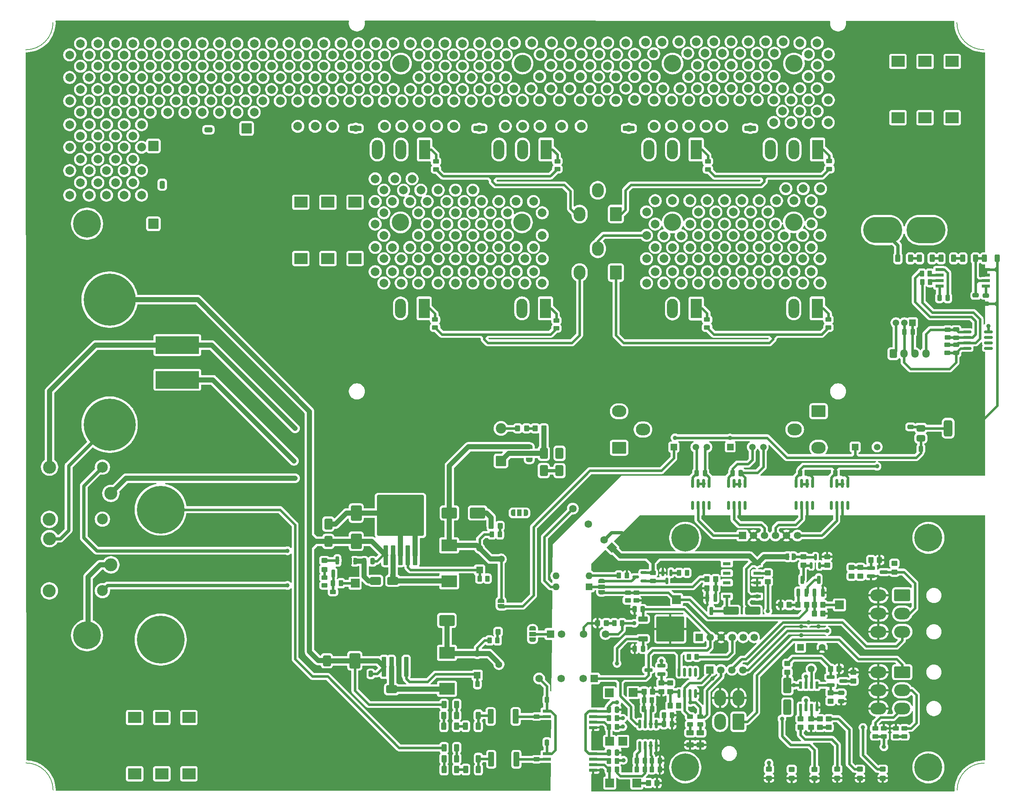
<source format=gtl>
%TF.GenerationSoftware,KiCad,Pcbnew,9.0.2*%
%TF.CreationDate,2026-01-04T16:23:37+07:00*%
%TF.ProjectId,Controller48V,436f6e74-726f-46c6-9c65-723438562e6b,rev?*%
%TF.SameCoordinates,Original*%
%TF.FileFunction,Copper,L1,Top*%
%TF.FilePolarity,Positive*%
%FSLAX46Y46*%
G04 Gerber Fmt 4.6, Leading zero omitted, Abs format (unit mm)*
G04 Created by KiCad (PCBNEW 9.0.2) date 2026-01-04 16:23:37*
%MOMM*%
%LPD*%
G01*
G04 APERTURE LIST*
G04 Aperture macros list*
%AMRoundRect*
0 Rectangle with rounded corners*
0 $1 Rounding radius*
0 $2 $3 $4 $5 $6 $7 $8 $9 X,Y pos of 4 corners*
0 Add a 4 corners polygon primitive as box body*
4,1,4,$2,$3,$4,$5,$6,$7,$8,$9,$2,$3,0*
0 Add four circle primitives for the rounded corners*
1,1,$1+$1,$2,$3*
1,1,$1+$1,$4,$5*
1,1,$1+$1,$6,$7*
1,1,$1+$1,$8,$9*
0 Add four rect primitives between the rounded corners*
20,1,$1+$1,$2,$3,$4,$5,0*
20,1,$1+$1,$4,$5,$6,$7,0*
20,1,$1+$1,$6,$7,$8,$9,0*
20,1,$1+$1,$8,$9,$2,$3,0*%
%AMHorizOval*
0 Thick line with rounded ends*
0 $1 width*
0 $2 $3 position (X,Y) of the first rounded end (center of the circle)*
0 $4 $5 position (X,Y) of the second rounded end (center of the circle)*
0 Add line between two ends*
20,1,$1,$2,$3,$4,$5,0*
0 Add two circle primitives to create the rounded ends*
1,1,$1,$2,$3*
1,1,$1,$4,$5*%
%AMRotRect*
0 Rectangle, with rotation*
0 The origin of the aperture is its center*
0 $1 length*
0 $2 width*
0 $3 Rotation angle, in degrees counterclockwise*
0 Add horizontal line*
21,1,$1,$2,0,0,$3*%
%AMFreePoly0*
4,1,5,1.500000,-1.250000,-1.500000,-1.250000,-1.500000,1.250000,1.500000,1.250000,1.500000,-1.250000,1.500000,-1.250000,$1*%
%AMFreePoly1*
4,1,23,0.500000,-0.750000,0.000000,-0.750000,0.000000,-0.745722,-0.065263,-0.745722,-0.191342,-0.711940,-0.304381,-0.646677,-0.396677,-0.554381,-0.461940,-0.441342,-0.495722,-0.315263,-0.495722,-0.250000,-0.500000,-0.250000,-0.500000,0.250000,-0.495722,0.250000,-0.495722,0.315263,-0.461940,0.441342,-0.396677,0.554381,-0.304381,0.646677,-0.191342,0.711940,-0.065263,0.745722,0.000000,0.745722,
0.000000,0.750000,0.500000,0.750000,0.500000,-0.750000,0.500000,-0.750000,$1*%
%AMFreePoly2*
4,1,23,0.000000,0.745722,0.065263,0.745722,0.191342,0.711940,0.304381,0.646677,0.396677,0.554381,0.461940,0.441342,0.495722,0.315263,0.495722,0.250000,0.500000,0.250000,0.500000,-0.250000,0.495722,-0.250000,0.495722,-0.315263,0.461940,-0.441342,0.396677,-0.554381,0.304381,-0.646677,0.191342,-0.711940,0.065263,-0.745722,0.000000,-0.745722,0.000000,-0.750000,-0.500000,-0.750000,
-0.500000,0.750000,0.000000,0.750000,0.000000,0.745722,0.000000,0.745722,$1*%
%AMFreePoly3*
4,1,23,0.550000,-0.750000,0.000000,-0.750000,0.000000,-0.745722,-0.065263,-0.745722,-0.191342,-0.711940,-0.304381,-0.646677,-0.396677,-0.554381,-0.461940,-0.441342,-0.495722,-0.315263,-0.495722,-0.250000,-0.500000,-0.250000,-0.500000,0.250000,-0.495722,0.250000,-0.495722,0.315263,-0.461940,0.441342,-0.396677,0.554381,-0.304381,0.646677,-0.191342,0.711940,-0.065263,0.745722,0.000000,0.745722,
0.000000,0.750000,0.550000,0.750000,0.550000,-0.750000,0.550000,-0.750000,$1*%
%AMFreePoly4*
4,1,23,0.000000,0.745722,0.065263,0.745722,0.191342,0.711940,0.304381,0.646677,0.396677,0.554381,0.461940,0.441342,0.495722,0.315263,0.495722,0.250000,0.500000,0.250000,0.500000,-0.250000,0.495722,-0.250000,0.495722,-0.315263,0.461940,-0.441342,0.396677,-0.554381,0.304381,-0.646677,0.191342,-0.711940,0.065263,-0.745722,0.000000,-0.745722,0.000000,-0.750000,-0.550000,-0.750000,
-0.550000,0.750000,0.000000,0.750000,0.000000,0.745722,0.000000,0.745722,$1*%
%AMFreePoly5*
4,1,5,5.000000,-2.000000,-5.000000,-2.000000,-5.000000,2.000000,5.000000,2.000000,5.000000,-2.000000,5.000000,-2.000000,$1*%
G04 Aperture macros list end*
%TA.AperFunction,NonConductor*%
%ADD10C,0.200000*%
%TD*%
%TA.AperFunction,ComponentPad*%
%ADD11FreePoly0,0.000000*%
%TD*%
%TA.AperFunction,ComponentPad*%
%ADD12FreePoly0,180.000000*%
%TD*%
%TA.AperFunction,SMDPad,CuDef*%
%ADD13RoundRect,0.250000X0.350000X0.450000X-0.350000X0.450000X-0.350000X-0.450000X0.350000X-0.450000X0*%
%TD*%
%TA.AperFunction,SMDPad,CuDef*%
%ADD14RoundRect,0.250000X-0.450000X0.350000X-0.450000X-0.350000X0.450000X-0.350000X0.450000X0.350000X0*%
%TD*%
%TA.AperFunction,ComponentPad*%
%ADD15R,1.498600X1.498600*%
%TD*%
%TA.AperFunction,ComponentPad*%
%ADD16C,1.498600*%
%TD*%
%TA.AperFunction,SMDPad,CuDef*%
%ADD17RoundRect,0.250000X-0.312500X-0.625000X0.312500X-0.625000X0.312500X0.625000X-0.312500X0.625000X0*%
%TD*%
%TA.AperFunction,SMDPad,CuDef*%
%ADD18RoundRect,0.250000X1.000000X0.650000X-1.000000X0.650000X-1.000000X-0.650000X1.000000X-0.650000X0*%
%TD*%
%TA.AperFunction,SMDPad,CuDef*%
%ADD19R,1.905000X0.640000*%
%TD*%
%TA.AperFunction,SMDPad,CuDef*%
%ADD20FreePoly1,270.000000*%
%TD*%
%TA.AperFunction,SMDPad,CuDef*%
%ADD21FreePoly2,270.000000*%
%TD*%
%TA.AperFunction,SMDPad,CuDef*%
%ADD22FreePoly3,270.000000*%
%TD*%
%TA.AperFunction,SMDPad,CuDef*%
%ADD23R,1.500000X1.000000*%
%TD*%
%TA.AperFunction,SMDPad,CuDef*%
%ADD24FreePoly4,270.000000*%
%TD*%
%TA.AperFunction,SMDPad,CuDef*%
%ADD25RoundRect,0.250000X-0.325000X-0.450000X0.325000X-0.450000X0.325000X0.450000X-0.325000X0.450000X0*%
%TD*%
%TA.AperFunction,SMDPad,CuDef*%
%ADD26RoundRect,0.250000X0.450000X-0.262500X0.450000X0.262500X-0.450000X0.262500X-0.450000X-0.262500X0*%
%TD*%
%TA.AperFunction,SMDPad,CuDef*%
%ADD27RoundRect,0.250000X-0.262500X-0.450000X0.262500X-0.450000X0.262500X0.450000X-0.262500X0.450000X0*%
%TD*%
%TA.AperFunction,SMDPad,CuDef*%
%ADD28RoundRect,0.150000X0.150000X-0.825000X0.150000X0.825000X-0.150000X0.825000X-0.150000X-0.825000X0*%
%TD*%
%TA.AperFunction,SMDPad,CuDef*%
%ADD29RoundRect,0.250000X0.450000X-0.350000X0.450000X0.350000X-0.450000X0.350000X-0.450000X-0.350000X0*%
%TD*%
%TA.AperFunction,ComponentPad*%
%ADD30RoundRect,0.250000X-0.600000X-0.725000X0.600000X-0.725000X0.600000X0.725000X-0.600000X0.725000X0*%
%TD*%
%TA.AperFunction,ComponentPad*%
%ADD31O,1.700000X1.950000*%
%TD*%
%TA.AperFunction,SMDPad,CuDef*%
%ADD32R,3.600000X2.700000*%
%TD*%
%TA.AperFunction,ComponentPad*%
%ADD33R,2.000000X2.000000*%
%TD*%
%TA.AperFunction,SMDPad,CuDef*%
%ADD34RoundRect,0.250000X0.475000X-0.250000X0.475000X0.250000X-0.475000X0.250000X-0.475000X-0.250000X0*%
%TD*%
%TA.AperFunction,ComponentPad*%
%ADD35C,6.400000*%
%TD*%
%TA.AperFunction,SMDPad,CuDef*%
%ADD36RoundRect,0.250000X-0.850000X-0.350000X0.850000X-0.350000X0.850000X0.350000X-0.850000X0.350000X0*%
%TD*%
%TA.AperFunction,SMDPad,CuDef*%
%ADD37RoundRect,0.249997X-2.950003X-2.650003X2.950003X-2.650003X2.950003X2.650003X-2.950003X2.650003X0*%
%TD*%
%TA.AperFunction,SMDPad,CuDef*%
%ADD38RoundRect,0.250000X-1.500000X-1.000000X1.500000X-1.000000X1.500000X1.000000X-1.500000X1.000000X0*%
%TD*%
%TA.AperFunction,SMDPad,CuDef*%
%ADD39RoundRect,0.250000X-0.450000X0.262500X-0.450000X-0.262500X0.450000X-0.262500X0.450000X0.262500X0*%
%TD*%
%TA.AperFunction,ComponentPad*%
%ADD40RoundRect,0.250001X1.099999X1.399999X-1.099999X1.399999X-1.099999X-1.399999X1.099999X-1.399999X0*%
%TD*%
%TA.AperFunction,ComponentPad*%
%ADD41O,2.700000X3.300000*%
%TD*%
%TA.AperFunction,SMDPad,CuDef*%
%ADD42RoundRect,0.250000X1.500000X0.650000X-1.500000X0.650000X-1.500000X-0.650000X1.500000X-0.650000X0*%
%TD*%
%TA.AperFunction,SMDPad,CuDef*%
%ADD43RoundRect,0.250000X0.250000X0.475000X-0.250000X0.475000X-0.250000X-0.475000X0.250000X-0.475000X0*%
%TD*%
%TA.AperFunction,SMDPad,CuDef*%
%ADD44RoundRect,0.200000X-0.750000X-0.200000X0.750000X-0.200000X0.750000X0.200000X-0.750000X0.200000X0*%
%TD*%
%TA.AperFunction,SMDPad,CuDef*%
%ADD45RoundRect,0.250000X-0.250000X-0.475000X0.250000X-0.475000X0.250000X0.475000X-0.250000X0.475000X0*%
%TD*%
%TA.AperFunction,SMDPad,CuDef*%
%ADD46R,1.800000X0.800000*%
%TD*%
%TA.AperFunction,SMDPad,CuDef*%
%ADD47RoundRect,0.250000X0.262500X0.450000X-0.262500X0.450000X-0.262500X-0.450000X0.262500X-0.450000X0*%
%TD*%
%TA.AperFunction,ComponentPad*%
%ADD48RoundRect,0.250001X1.399999X-1.099999X1.399999X1.099999X-1.399999X1.099999X-1.399999X-1.099999X0*%
%TD*%
%TA.AperFunction,ComponentPad*%
%ADD49O,3.300000X2.700000*%
%TD*%
%TA.AperFunction,SMDPad,CuDef*%
%ADD50RoundRect,0.250000X0.450000X-0.325000X0.450000X0.325000X-0.450000X0.325000X-0.450000X-0.325000X0*%
%TD*%
%TA.AperFunction,SMDPad,CuDef*%
%ADD51RoundRect,0.250000X-0.650000X1.000000X-0.650000X-1.000000X0.650000X-1.000000X0.650000X1.000000X0*%
%TD*%
%TA.AperFunction,SMDPad,CuDef*%
%ADD52RoundRect,0.250000X-0.650000X0.325000X-0.650000X-0.325000X0.650000X-0.325000X0.650000X0.325000X0*%
%TD*%
%TA.AperFunction,ComponentPad*%
%ADD53RotRect,1.725000X1.725000X135.000000*%
%TD*%
%TA.AperFunction,ComponentPad*%
%ADD54C,1.725000*%
%TD*%
%TA.AperFunction,SMDPad,CuDef*%
%ADD55RoundRect,0.150000X0.587500X0.150000X-0.587500X0.150000X-0.587500X-0.150000X0.587500X-0.150000X0*%
%TD*%
%TA.AperFunction,SMDPad,CuDef*%
%ADD56RoundRect,0.250000X0.425000X1.425000X-0.425000X1.425000X-0.425000X-1.425000X0.425000X-1.425000X0*%
%TD*%
%TA.AperFunction,SMDPad,CuDef*%
%ADD57RoundRect,0.250000X-0.475000X0.250000X-0.475000X-0.250000X0.475000X-0.250000X0.475000X0.250000X0*%
%TD*%
%TA.AperFunction,SMDPad,CuDef*%
%ADD58RoundRect,0.250000X-0.350000X-0.450000X0.350000X-0.450000X0.350000X0.450000X-0.350000X0.450000X0*%
%TD*%
%TA.AperFunction,ComponentPad*%
%ADD59R,1.725000X1.725000*%
%TD*%
%TA.AperFunction,ComponentPad*%
%ADD60R,1.700000X1.700000*%
%TD*%
%TA.AperFunction,ComponentPad*%
%ADD61C,1.700000*%
%TD*%
%TA.AperFunction,SMDPad,CuDef*%
%ADD62RoundRect,0.250000X0.650000X-1.500000X0.650000X1.500000X-0.650000X1.500000X-0.650000X-1.500000X0*%
%TD*%
%TA.AperFunction,ComponentPad*%
%ADD63C,3.000000*%
%TD*%
%TA.AperFunction,ComponentPad*%
%ADD64C,2.500000*%
%TD*%
%TA.AperFunction,SMDPad,CuDef*%
%ADD65RoundRect,0.250000X0.300000X-2.050000X0.300000X2.050000X-0.300000X2.050000X-0.300000X-2.050000X0*%
%TD*%
%TA.AperFunction,SMDPad,CuDef*%
%ADD66RoundRect,0.250002X5.149998X-4.449998X5.149998X4.449998X-5.149998X4.449998X-5.149998X-4.449998X0*%
%TD*%
%TA.AperFunction,SMDPad,CuDef*%
%ADD67RoundRect,0.375000X-0.625000X-0.375000X0.625000X-0.375000X0.625000X0.375000X-0.625000X0.375000X0*%
%TD*%
%TA.AperFunction,SMDPad,CuDef*%
%ADD68RoundRect,0.500000X-0.500000X-1.400000X0.500000X-1.400000X0.500000X1.400000X-0.500000X1.400000X0*%
%TD*%
%TA.AperFunction,ComponentPad*%
%ADD69R,1.560000X1.560000*%
%TD*%
%TA.AperFunction,ComponentPad*%
%ADD70C,1.560000*%
%TD*%
%TA.AperFunction,SMDPad,CuDef*%
%ADD71RoundRect,0.250000X-0.625000X0.375000X-0.625000X-0.375000X0.625000X-0.375000X0.625000X0.375000X0*%
%TD*%
%TA.AperFunction,SMDPad,CuDef*%
%ADD72RoundRect,0.162500X0.162500X-0.825000X0.162500X0.825000X-0.162500X0.825000X-0.162500X-0.825000X0*%
%TD*%
%TA.AperFunction,ComponentPad*%
%ADD73C,0.800000*%
%TD*%
%TA.AperFunction,SMDPad,CuDef*%
%ADD74RoundRect,0.200000X0.200000X-0.750000X0.200000X0.750000X-0.200000X0.750000X-0.200000X-0.750000X0*%
%TD*%
%TA.AperFunction,SMDPad,CuDef*%
%ADD75RoundRect,0.200000X0.750000X0.200000X-0.750000X0.200000X-0.750000X-0.200000X0.750000X-0.200000X0*%
%TD*%
%TA.AperFunction,SMDPad,CuDef*%
%ADD76RoundRect,0.250000X1.100000X-0.325000X1.100000X0.325000X-1.100000X0.325000X-1.100000X-0.325000X0*%
%TD*%
%TA.AperFunction,SMDPad,CuDef*%
%ADD77FreePoly1,180.000000*%
%TD*%
%TA.AperFunction,SMDPad,CuDef*%
%ADD78FreePoly2,180.000000*%
%TD*%
%TA.AperFunction,SMDPad,CuDef*%
%ADD79RoundRect,0.250000X0.312500X0.625000X-0.312500X0.625000X-0.312500X-0.625000X0.312500X-0.625000X0*%
%TD*%
%TA.AperFunction,SMDPad,CuDef*%
%ADD80RoundRect,0.250000X-0.450000X0.325000X-0.450000X-0.325000X0.450000X-0.325000X0.450000X0.325000X0*%
%TD*%
%TA.AperFunction,SMDPad,CuDef*%
%ADD81RoundRect,0.250000X0.650000X-1.000000X0.650000X1.000000X-0.650000X1.000000X-0.650000X-1.000000X0*%
%TD*%
%TA.AperFunction,ComponentPad*%
%ADD82RoundRect,0.250001X-1.599999X1.099999X-1.599999X-1.099999X1.599999X-1.099999X1.599999X1.099999X0*%
%TD*%
%TA.AperFunction,ComponentPad*%
%ADD83O,3.700000X2.700000*%
%TD*%
%TA.AperFunction,SMDPad,CuDef*%
%ADD84RoundRect,0.250000X1.000000X-1.500000X1.000000X1.500000X-1.000000X1.500000X-1.000000X-1.500000X0*%
%TD*%
%TA.AperFunction,SMDPad,CuDef*%
%ADD85RoundRect,0.250000X-0.325000X-0.650000X0.325000X-0.650000X0.325000X0.650000X-0.325000X0.650000X0*%
%TD*%
%TA.AperFunction,SMDPad,CuDef*%
%ADD86RoundRect,0.150000X0.150000X-0.725000X0.150000X0.725000X-0.150000X0.725000X-0.150000X-0.725000X0*%
%TD*%
%TA.AperFunction,SMDPad,CuDef*%
%ADD87RoundRect,0.150000X0.150000X-0.587500X0.150000X0.587500X-0.150000X0.587500X-0.150000X-0.587500X0*%
%TD*%
%TA.AperFunction,ComponentPad*%
%ADD88RoundRect,0.250001X-1.399999X1.099999X-1.399999X-1.099999X1.399999X-1.099999X1.399999X1.099999X0*%
%TD*%
%TA.AperFunction,SMDPad,CuDef*%
%ADD89RoundRect,0.150000X-0.150000X0.587500X-0.150000X-0.587500X0.150000X-0.587500X0.150000X0.587500X0*%
%TD*%
%TA.AperFunction,SMDPad,CuDef*%
%ADD90RoundRect,0.200000X-0.200000X0.750000X-0.200000X-0.750000X0.200000X-0.750000X0.200000X0.750000X0*%
%TD*%
%TA.AperFunction,ComponentPad*%
%ADD91R,1.600000X1.600000*%
%TD*%
%TA.AperFunction,ComponentPad*%
%ADD92O,1.600000X1.600000*%
%TD*%
%TA.AperFunction,SMDPad,CuDef*%
%ADD93RoundRect,0.150000X-0.825000X-0.150000X0.825000X-0.150000X0.825000X0.150000X-0.825000X0.150000X0*%
%TD*%
%TA.AperFunction,SMDPad,CuDef*%
%ADD94FreePoly3,180.000000*%
%TD*%
%TA.AperFunction,SMDPad,CuDef*%
%ADD95R,1.000000X1.500000*%
%TD*%
%TA.AperFunction,SMDPad,CuDef*%
%ADD96FreePoly4,180.000000*%
%TD*%
%TA.AperFunction,ComponentPad*%
%ADD97RoundRect,0.250001X0.949999X-0.949999X0.949999X0.949999X-0.949999X0.949999X-0.949999X-0.949999X0*%
%TD*%
%TA.AperFunction,ComponentPad*%
%ADD98C,2.400000*%
%TD*%
%TA.AperFunction,ComponentPad*%
%ADD99RoundRect,0.250001X1.099999X1.599999X-1.099999X1.599999X-1.099999X-1.599999X1.099999X-1.599999X0*%
%TD*%
%TA.AperFunction,ComponentPad*%
%ADD100O,2.700000X3.700000*%
%TD*%
%TA.AperFunction,SMDPad,CuDef*%
%ADD101FreePoly3,90.000000*%
%TD*%
%TA.AperFunction,SMDPad,CuDef*%
%ADD102FreePoly4,90.000000*%
%TD*%
%TA.AperFunction,ComponentPad*%
%ADD103C,4.000000*%
%TD*%
%TA.AperFunction,ComponentPad*%
%ADD104R,2.500000X4.500000*%
%TD*%
%TA.AperFunction,ComponentPad*%
%ADD105O,2.500000X4.500000*%
%TD*%
%TA.AperFunction,ComponentPad*%
%ADD106RoundRect,0.250001X-0.949999X-0.949999X0.949999X-0.949999X0.949999X0.949999X-0.949999X0.949999X0*%
%TD*%
%TA.AperFunction,ComponentPad*%
%ADD107R,1.500000X1.500000*%
%TD*%
%TA.AperFunction,ComponentPad*%
%ADD108C,1.500000*%
%TD*%
%TA.AperFunction,ComponentPad*%
%ADD109HorizOval,0.800000X0.000000X0.000000X0.000000X0.000000X0*%
%TD*%
%TA.AperFunction,ComponentPad*%
%ADD110HorizOval,0.800000X0.000000X0.000000X0.000000X0.000000X0*%
%TD*%
%TA.AperFunction,ComponentPad*%
%ADD111O,9.000000X6.000000*%
%TD*%
%TA.AperFunction,ComponentPad*%
%ADD112C,12.000000*%
%TD*%
%TA.AperFunction,ComponentPad*%
%ADD113FreePoly5,0.000000*%
%TD*%
%TA.AperFunction,ComponentPad*%
%ADD114C,11.000000*%
%TD*%
%TA.AperFunction,ComponentPad*%
%ADD115RoundRect,0.250001X-0.949999X0.949999X-0.949999X-0.949999X0.949999X-0.949999X0.949999X0.949999X0*%
%TD*%
%TA.AperFunction,ViaPad*%
%ADD116C,2.000000*%
%TD*%
%TA.AperFunction,ViaPad*%
%ADD117C,1.000000*%
%TD*%
%TA.AperFunction,ViaPad*%
%ADD118C,1.600000*%
%TD*%
%TA.AperFunction,ViaPad*%
%ADD119C,0.600000*%
%TD*%
%TA.AperFunction,Conductor*%
%ADD120C,1.200000*%
%TD*%
%TA.AperFunction,Conductor*%
%ADD121C,0.600000*%
%TD*%
%TA.AperFunction,Conductor*%
%ADD122C,0.800000*%
%TD*%
G04 APERTURE END LIST*
D10*
X316939689Y-51838980D02*
G75*
G02*
X310661020Y-45560311I11J6278680D01*
G01*
X102153835Y-45560311D02*
G75*
G02*
X95875166Y-51838935I-6278635J11D01*
G01*
X95891502Y-216481320D02*
G75*
G02*
X102170180Y-222759989I-2J-6278680D01*
G01*
X310721257Y-222778638D02*
G75*
G02*
X316999926Y-216499957I6278643J38D01*
G01*
D11*
%TO.P,H7,1,1*%
%TO.N,Net-(F1-Pad1)*%
X133500000Y-219000000D03*
X133500000Y-206000000D03*
D12*
X127249893Y-219000000D03*
X127249893Y-206000000D03*
X121000000Y-219000000D03*
X121000000Y-206000000D03*
%TD*%
D13*
%TO.P,R61,1*%
%TO.N,/Power Supply and Regulator/Coil+*%
X215365929Y-139246915D03*
%TO.P,R61,2*%
%TO.N,Net-(D27-A)*%
X213365929Y-139246915D03*
%TD*%
D14*
%TO.P,R66,1*%
%TO.N,Ready*%
X267073857Y-172631192D03*
%TO.P,R66,2*%
%TO.N,Net-(D29-A)*%
X267073857Y-174631192D03*
%TD*%
D15*
%TO.P,PS6,1,+VIN*%
%TO.N,12V*%
X287190000Y-143533200D03*
D16*
%TO.P,PS6,2,-VIN*%
%TO.N,GNDREF*%
X289730000Y-143533200D03*
%TO.P,PS6,3,+VOUT*%
%TO.N,15V*%
X292270000Y-143533200D03*
%TO.P,PS6,4,-VOUT*%
%TO.N,GNDREF*%
X294810000Y-143533200D03*
%TD*%
D17*
%TO.P,R42,1*%
%TO.N,Net-(R39-Pad2)*%
X197325000Y-208000000D03*
%TO.P,R42,2*%
%TO.N,Net-(F2-Pad2)*%
X200250000Y-208000000D03*
%TD*%
D18*
%TO.P,D14,1,K*%
%TO.N,Net-(D14-K)*%
X180273857Y-199479922D03*
%TO.P,D14,2,A*%
%TO.N,GNDREF*%
X176273857Y-199479922D03*
%TD*%
D19*
%TO.P,U18,1,VDD1*%
%TO.N,5V_C*%
X216070744Y-204482927D03*
%TO.P,U18,2,IN*%
%TO.N,CTRL_Div*%
X216070744Y-205752927D03*
%TO.P,U18,3,IN-*%
%TO.N,GNDREF*%
X216070744Y-207022927D03*
%TO.P,U18,4,GND1*%
X216070744Y-208292927D03*
%TO.P,U18,5,GND2*%
%TO.N,GND_Isolated*%
X226765744Y-208292927D03*
%TO.P,U18,6,OUT-*%
%TO.N,Net-(U18-OUT-)*%
X226765744Y-207022927D03*
%TO.P,U18,7,OUT+*%
%TO.N,Net-(U18-OUT+)*%
X226765744Y-205752927D03*
%TO.P,U18,8,VDD2*%
%TO.N,/Power Supply and Regulator/5V_ACPL*%
X226765744Y-204482927D03*
%TD*%
D20*
%TO.P,JP1,1,A*%
%TO.N,12V_Relay*%
X205500000Y-179000000D03*
D21*
%TO.P,JP1,2,B*%
%TO.N,12V*%
X205500000Y-180300000D03*
%TD*%
D22*
%TO.P,JP4,1,A*%
%TO.N,12V*%
X212772296Y-185429770D03*
D23*
%TO.P,JP4,2,C*%
%TO.N,Net-(JP4-C)*%
X212772296Y-186729770D03*
D24*
%TO.P,JP4,3,B*%
%TO.N,24V*%
X212772296Y-188029770D03*
%TD*%
D25*
%TO.P,D16,1,K*%
%TO.N,GNDREF*%
X202773857Y-186229922D03*
%TO.P,D16,2,A*%
%TO.N,Net-(D16-A)*%
X204823857Y-186229922D03*
%TD*%
D17*
%TO.P,R38,1*%
%TO.N,Net-(R34-Pad2)*%
X192362500Y-218000000D03*
%TO.P,R38,2*%
%TO.N,Net-(R38-Pad2)*%
X195287500Y-218000000D03*
%TD*%
D26*
%TO.P,R18,1*%
%TO.N,L2*%
X190283533Y-115947723D03*
%TO.P,R18,2*%
%TO.N,Net-(Q6-G)*%
X190283533Y-114122723D03*
%TD*%
D27*
%TO.P,R102,1*%
%TO.N,BATTV_Out*%
X236843722Y-217983279D03*
%TO.P,R102,2*%
%TO.N,Net-(U25A--)*%
X238668722Y-217983279D03*
%TD*%
D28*
%TO.P,U9,1*%
%TO.N,Net-(R103-Pad1)*%
X246595000Y-200475000D03*
%TO.P,U9,2,-*%
%TO.N,BATTV_Out*%
X247865000Y-200475000D03*
%TO.P,U9,3,+*%
%TO.N,CTRLV_Out*%
X249135000Y-200475000D03*
%TO.P,U9,4,V-*%
%TO.N,GND_Isolated*%
X250405000Y-200475000D03*
%TO.P,U9,5*%
%TO.N,N/C*%
X250405000Y-195525000D03*
%TO.P,U9,6*%
X249135000Y-195525000D03*
%TO.P,U9,7*%
X247865000Y-195525000D03*
%TO.P,U9,8,V+*%
%TO.N,12V_Isolated*%
X246595000Y-195525000D03*
%TD*%
D29*
%TO.P,R62,1*%
%TO.N,Timer*%
X281073857Y-208278669D03*
%TO.P,R62,2*%
%TO.N,Net-(D28-A)*%
X281073857Y-206278669D03*
%TD*%
D26*
%TO.P,R10,1*%
%TO.N,L1*%
X281033533Y-115947723D03*
%TO.P,R10,2*%
%TO.N,Net-(Q4-G)*%
X281033533Y-114122723D03*
%TD*%
D30*
%TO.P,J17,1,Pin_1*%
%TO.N,C_Out*%
X296000000Y-122000000D03*
D31*
%TO.P,J17,2,Pin_2*%
%TO.N,GDNSense_Isolated1*%
X298500000Y-122000000D03*
%TO.P,J17,3,Pin_3*%
%TO.N,3V3_Isolated1*%
X301000000Y-122000000D03*
%TO.P,J17,4,Pin_4*%
%TO.N,V_Out*%
X303500000Y-122000000D03*
%TD*%
D17*
%TO.P,R43,1*%
%TO.N,GNDREF*%
X197325000Y-205500000D03*
%TO.P,R43,2*%
%TO.N,Net-(F2-Pad2)*%
X200250000Y-205500000D03*
%TD*%
D32*
%TO.P,L1,1,1*%
%TO.N,Net-(D13-K)*%
X193550000Y-174575000D03*
%TO.P,L1,2,2*%
%TO.N,12V_Relay*%
X193550000Y-166275000D03*
%TD*%
D33*
%TO.P,TP8,1,1*%
%TO.N,BATTV_Out*%
X236839930Y-221130745D03*
%TD*%
D17*
%TO.P,R33,1*%
%TO.N,24V*%
X192362500Y-203000000D03*
%TO.P,R33,2*%
%TO.N,Net-(R33-Pad2)*%
X195287500Y-203000000D03*
%TD*%
D33*
%TO.P,TP9,1,1*%
%TO.N,CTRLV_Out*%
X236000000Y-200236009D03*
%TD*%
D29*
%TO.P,R55,1*%
%TO.N,Net-(Q10-D)*%
X286806883Y-197583469D03*
%TO.P,R55,2*%
%TO.N,GND_Isolated*%
X286806883Y-195583469D03*
%TD*%
D34*
%TO.P,C59,1*%
%TO.N,GDNSense_Isolated1*%
X310475000Y-121815000D03*
%TO.P,C59,2*%
%TO.N,Net-(U20A-+)*%
X310475000Y-119915000D03*
%TD*%
D35*
%TO.P,H3,1*%
%TO.N,N/C*%
X304073857Y-217500000D03*
%TD*%
D36*
%TO.P,U13,1,VI*%
%TO.N,12V_Isolated*%
X238250000Y-183250000D03*
D37*
%TO.P,U13,2,GND*%
%TO.N,GND_Isolated*%
X244550000Y-185530000D03*
D36*
%TO.P,U13,3,VO*%
%TO.N,/Power Supply and Regulator/5V_ACPL*%
X238250000Y-187810000D03*
%TD*%
D19*
%TO.P,U21,1,VDD1*%
%TO.N,5V_Opamp*%
X317347500Y-106405000D03*
%TO.P,U21,2,IN*%
%TO.N,Net-(U21-IN)*%
X317347500Y-105135000D03*
%TO.P,U21,3,IN-*%
%TO.N,GNDREF*%
X317347500Y-103865000D03*
%TO.P,U21,4,GND1*%
X317347500Y-102595000D03*
%TO.P,U21,5,GND2*%
%TO.N,GDNSense_Isolated1*%
X306652500Y-102595000D03*
%TO.P,U21,6,OUT-*%
%TO.N,Net-(U21-OUT-)*%
X306652500Y-103865000D03*
%TO.P,U21,7,OUT+*%
%TO.N,Net-(U21-OUT+)*%
X306652500Y-105135000D03*
%TO.P,U21,8,VDD2*%
%TO.N,3V3_Isolated1*%
X306652500Y-106405000D03*
%TD*%
D33*
%TO.P,TP1,1,1*%
%TO.N,FinishHV*%
X171842076Y-175000000D03*
%TD*%
D14*
%TO.P,R60,1*%
%TO.N,12V_Isolated*%
X296250000Y-170425000D03*
%TO.P,R60,2*%
%TO.N,Failure_Out*%
X296250000Y-172425000D03*
%TD*%
D38*
%TO.P,C28,1*%
%TO.N,12V*%
X193023857Y-183579922D03*
%TO.P,C28,2*%
%TO.N,GNDREF*%
X199523857Y-183579922D03*
%TD*%
D39*
%TO.P,R49,1*%
%TO.N,CTRLV_Out*%
X251500000Y-205750820D03*
%TO.P,R49,2*%
%TO.N,Net-(D1-K)*%
X251500000Y-207575820D03*
%TD*%
D12*
%TO.P,H5,1,1*%
%TO.N,IP-*%
X297073750Y-54528669D03*
X297073750Y-67528669D03*
D11*
X303323857Y-54528669D03*
X303323857Y-67528669D03*
X309573750Y-54528669D03*
X309573750Y-67528669D03*
%TD*%
D40*
%TO.P,J15,1,Pin_1*%
%TO.N,L1*%
X232023857Y-103278669D03*
D41*
%TO.P,J15,2,Pin_2*%
%TO.N,GNDREF*%
X227823857Y-103278669D03*
%TO.P,J15,3,Pin_3*%
%TO.N,L2*%
X223623857Y-103278669D03*
%TO.P,J15,4,Pin_4*%
%TO.N,GNDREF*%
X232023857Y-97778669D03*
%TO.P,J15,5,Pin_5*%
%TO.N,IP+*%
X227823857Y-97778669D03*
%TO.P,J15,6,Pin_6*%
%TO.N,GNDREF*%
X223623857Y-97778669D03*
%TD*%
D42*
%TO.P,D30,1,K*%
%TO.N,12V_Isolated*%
X263573857Y-181350000D03*
%TO.P,D30,2,A*%
%TO.N,Net-(D30-A)*%
X258573857Y-181350000D03*
%TD*%
D43*
%TO.P,C67,1*%
%TO.N,5V_C*%
X216086187Y-211766366D03*
%TO.P,C67,2*%
%TO.N,GNDREF*%
X214186187Y-211766366D03*
%TD*%
D26*
%TO.P,R24,1*%
%TO.N,L2*%
X218283533Y-116147723D03*
%TO.P,R24,2*%
%TO.N,Net-(Q8-G)*%
X218283533Y-114322723D03*
%TD*%
D44*
%TO.P,Q10,1,G*%
%TO.N,Net-(Q10-G)*%
X281500000Y-196628669D03*
%TO.P,Q10,2,S*%
%TO.N,Net-(Q10-S)*%
X281500000Y-198528669D03*
%TO.P,Q10,3,D*%
%TO.N,Net-(Q10-D)*%
X284500000Y-197578669D03*
%TD*%
D45*
%TO.P,C69,1*%
%TO.N,BATTV_Out*%
X236801962Y-215983278D03*
%TO.P,C69,2*%
%TO.N,Net-(U25A--)*%
X238701962Y-215983278D03*
%TD*%
D46*
%TO.P,K3,1*%
%TO.N,12V_Isolated*%
X264573857Y-178050000D03*
%TO.P,K3,2*%
%TO.N,GND_Isolated*%
X264573857Y-174850000D03*
%TO.P,K3,3*%
%TO.N,Ready*%
X264573857Y-172650000D03*
%TO.P,K3,4*%
%TO.N,12V_Isolated*%
X264573857Y-170450000D03*
%TO.P,K3,5*%
%TO.N,unconnected-(K3-Pad5)*%
X257573857Y-170450000D03*
%TO.P,K3,6*%
%TO.N,unconnected-(K3-Pad6)*%
X257573857Y-172650000D03*
%TO.P,K3,7*%
%TO.N,unconnected-(K3-Pad7)*%
X257573857Y-174850000D03*
%TO.P,K3,8*%
%TO.N,Net-(D30-A)*%
X257573857Y-178050000D03*
%TD*%
D47*
%TO.P,R30,1*%
%TO.N,3V3*%
X250662500Y-192000000D03*
%TO.P,R30,2*%
%TO.N,Net-(D18-A)*%
X248837500Y-192000000D03*
%TD*%
D48*
%TO.P,J14,1,Pin_1*%
%TO.N,H2_Out*%
X232750000Y-143705000D03*
D49*
%TO.P,J14,2,Pin_2*%
%TO.N,GNDREF*%
X232750000Y-139505000D03*
%TO.P,J14,3,Pin_3*%
%TO.N,H1_Out*%
X232750000Y-135305000D03*
%TO.P,J14,4,Pin_4*%
%TO.N,GNDREF*%
X238250000Y-143705000D03*
%TO.P,J14,5,Pin_5*%
%TO.N,VS2_Out*%
X238250000Y-139505000D03*
%TO.P,J14,6,Pin_6*%
%TO.N,GNDREF*%
X238250000Y-135305000D03*
%TD*%
D50*
%TO.P,D18,1,K*%
%TO.N,GND_Isolated*%
X267323857Y-219975000D03*
%TO.P,D18,2,A*%
%TO.N,Net-(D18-A)*%
X267323857Y-217925000D03*
%TD*%
D51*
%TO.P,D24,1,K*%
%TO.N,Relay*%
X219000000Y-145000000D03*
%TO.P,D24,2,A*%
%TO.N,Net-(D23-A)*%
X219000000Y-149000000D03*
%TD*%
D52*
%TO.P,C25,1*%
%TO.N,24V*%
X138014344Y-70309828D03*
%TO.P,C25,2*%
%TO.N,GNDREF*%
X138014344Y-73259828D03*
%TD*%
D53*
%TO.P,PS5,1,+VIN*%
%TO.N,12V_Isolated*%
X231042138Y-166738728D03*
D54*
%TO.P,PS5,2,-VIN*%
%TO.N,GND_Isolated*%
X229246087Y-164942676D03*
%TO.P,PS5,4,-VOUT*%
%TO.N,GNDREF*%
X225653984Y-161350574D03*
%TO.P,PS5,6,+VOUT*%
%TO.N,12V_P*%
X222061882Y-157758472D03*
%TD*%
D55*
%TO.P,Q17,1,G*%
%TO.N,Net-(Q17-G)*%
X238437500Y-174450000D03*
%TO.P,Q17,2,S*%
%TO.N,12V_Isolated*%
X238437500Y-172550000D03*
%TO.P,Q17,3,D*%
%TO.N,Net-(JP6-B)*%
X236562500Y-173500000D03*
%TD*%
D56*
%TO.P,F11,1*%
%TO.N,BATT_Div*%
X209050000Y-215637068D03*
%TO.P,F11,2*%
%TO.N,Net-(F11-Pad2)*%
X203250000Y-215637068D03*
%TD*%
D15*
%TO.P,PS1,1,+VIN*%
%TO.N,12V*%
X245370000Y-143570700D03*
D16*
%TO.P,PS1,2,-VIN*%
%TO.N,GNDREF*%
X247910000Y-143570700D03*
%TO.P,PS1,4,-VOUT*%
%TO.N,VS1_Out*%
X252990000Y-143570700D03*
%TO.P,PS1,6,+VOUT*%
%TO.N,Net-(PS1-+VOUT)*%
X250450000Y-143570700D03*
%TD*%
D57*
%TO.P,C55,1*%
%TO.N,Net-(U21-IN)*%
X315000000Y-108550000D03*
%TO.P,C55,2*%
%TO.N,GNDREF*%
X315000000Y-110450000D03*
%TD*%
D29*
%TO.P,R53,1*%
%TO.N,12V_Isolated*%
X271573857Y-195528669D03*
%TO.P,R53,2*%
%TO.N,Net-(Q10-G)*%
X271573857Y-193528669D03*
%TD*%
D47*
%TO.P,R36,1*%
%TO.N,FinishHV*%
X168575000Y-175000000D03*
%TO.P,R36,2*%
%TO.N,Net-(Q9-G)*%
X166750000Y-175000000D03*
%TD*%
D45*
%TO.P,C35,1*%
%TO.N,GND_Isolated*%
X236356002Y-190121656D03*
%TO.P,C35,2*%
%TO.N,/Power Supply and Regulator/5V_ACPL*%
X238256002Y-190121656D03*
%TD*%
D58*
%TO.P,R64,1*%
%TO.N,FinishLV*%
X253000000Y-174034861D03*
%TO.P,R64,2*%
%TO.N,Net-(Q12-G)*%
X255000000Y-174034861D03*
%TD*%
D45*
%TO.P,C14,1*%
%TO.N,15V*%
X274540000Y-149597780D03*
%TO.P,C14,2*%
%TO.N,GNDREF*%
X276440000Y-149597780D03*
%TD*%
D39*
%TO.P,R79,1*%
%TO.N,GND_Isolated*%
X293823857Y-208500000D03*
%TO.P,R79,2*%
%TO.N,Aux2*%
X293823857Y-210325000D03*
%TD*%
D59*
%TO.P,PS4,1,+VIN*%
%TO.N,12V_Isolated*%
X227000000Y-196990883D03*
D54*
%TO.P,PS4,2,-VIN*%
%TO.N,GND_Isolated*%
X224460000Y-196990883D03*
%TO.P,PS4,4,-VOUT*%
%TO.N,GNDREF*%
X219380000Y-196990883D03*
%TO.P,PS4,6,+VOUT*%
%TO.N,5V_C*%
X214300000Y-196990883D03*
%TD*%
D57*
%TO.P,C56,1*%
%TO.N,5V_Opamp*%
X317344152Y-108558393D03*
%TO.P,C56,2*%
%TO.N,GNDREF*%
X317344152Y-110458393D03*
%TD*%
D26*
%TO.P,R52,1*%
%TO.N,Net-(D22-A)*%
X234750000Y-178961889D03*
%TO.P,R52,2*%
%TO.N,FeedbackLV*%
X234750000Y-177136889D03*
%TD*%
D33*
%TO.P,TP5,1,1*%
%TO.N,Timer*%
X283573857Y-180000000D03*
%TD*%
D17*
%TO.P,R9,1*%
%TO.N,Net-(R7-Pad2)*%
X312037500Y-100000000D03*
%TO.P,R9,2*%
%TO.N,Net-(U21-IN)*%
X314962500Y-100000000D03*
%TD*%
D47*
%TO.P,R99,1*%
%TO.N,Net-(U25A-+)*%
X232241839Y-216053682D03*
%TO.P,R99,2*%
%TO.N,Net-(U24-OUT+)*%
X230416839Y-216053682D03*
%TD*%
D60*
%TO.P,J9,1,Pin_1*%
%TO.N,BATTV_Out*%
X253690000Y-195000000D03*
D61*
%TO.P,J9,2,Pin_2*%
%TO.N,CTRLV_Out*%
X256230000Y-195000000D03*
%TO.P,J9,3,Pin_3*%
%TO.N,Ready*%
X258770000Y-195000000D03*
%TO.P,J9,4,Pin_4*%
%TO.N,FinishLV*%
X261310000Y-195000000D03*
%TD*%
D62*
%TO.P,D26,1,K*%
%TO.N,Net-(D26-K)*%
X271573857Y-203603669D03*
%TO.P,D26,2,A*%
%TO.N,12V_Isolated*%
X271573857Y-198603669D03*
%TD*%
D33*
%TO.P,TP4,1,1*%
%TO.N,FeedbackLV*%
X246000000Y-178750000D03*
%TD*%
D50*
%TO.P,D25,1,K*%
%TO.N,GND_Isolated*%
X293573857Y-219975000D03*
%TO.P,D25,2,A*%
%TO.N,Net-(D25-A)*%
X293573857Y-217925000D03*
%TD*%
D25*
%TO.P,D15,1,K*%
%TO.N,GNDREF_Relay*%
X203235000Y-161775000D03*
%TO.P,D15,2,A*%
%TO.N,Net-(D15-A)*%
X205285000Y-161775000D03*
%TD*%
D35*
%TO.P,H1,1*%
%TO.N,N/C*%
X304073857Y-164500000D03*
%TD*%
D63*
%TO.P,K2,1*%
%TO.N,Net-(H10-Pad1)*%
X115500000Y-170750000D03*
D64*
%TO.P,K2,2*%
%TO.N,GNDREF*%
X113550000Y-164700000D03*
D63*
%TO.P,K2,3*%
%TO.N,/Power Supply and Regulator/BATT+*%
X101350000Y-164700000D03*
%TO.P,K2,4*%
%TO.N,unconnected-(K2-Pad4)*%
X101300000Y-176750000D03*
D64*
%TO.P,K2,5*%
%TO.N,12V_P*%
X113550000Y-176700000D03*
%TD*%
D47*
%TO.P,R100,1*%
%TO.N,Net-(U25A--)*%
X232241839Y-218016743D03*
%TO.P,R100,2*%
%TO.N,Net-(U24-OUT-)*%
X230416839Y-218016743D03*
%TD*%
D65*
%TO.P,U4,1,VIN*%
%TO.N,24V*%
X178900000Y-168500000D03*
%TO.P,U4,2,OUT*%
%TO.N,Net-(D13-K)*%
X180600000Y-168500000D03*
%TO.P,U4,3,GND*%
%TO.N,GNDREF_Relay*%
X182300000Y-168500000D03*
D66*
X182300000Y-159350000D03*
D65*
%TO.P,U4,4,FB*%
%TO.N,Net-(U4-FB)*%
X184000000Y-168500000D03*
%TO.P,U4,5,~{ON}/OFF*%
%TO.N,GNDREF_Relay*%
X185700000Y-168500000D03*
%TD*%
D67*
%TO.P,U3,1,GND*%
%TO.N,GNDREF*%
X302350000Y-136908841D03*
%TO.P,U3,2,VO*%
%TO.N,5V_Opamp*%
X302350000Y-139208841D03*
D68*
X308650000Y-139208841D03*
D67*
%TO.P,U3,3,VI*%
%TO.N,12V*%
X302350000Y-141508841D03*
%TD*%
D33*
%TO.P,TP3,1,1*%
%TO.N,Net-(U24-OUT+)*%
X233583160Y-211500000D03*
%TD*%
D38*
%TO.P,C27,1*%
%TO.N,12V_Relay*%
X193600000Y-158775000D03*
%TO.P,C27,2*%
%TO.N,GNDREF_Relay*%
X200100000Y-158775000D03*
%TD*%
D59*
%TO.P,PS2,1,+VIN*%
%TO.N,Net-(JP4-C)*%
X216900836Y-186708361D03*
D54*
%TO.P,PS2,2,-VIN*%
%TO.N,GNDREF*%
X219440836Y-186708361D03*
%TO.P,PS2,4,-VOUT*%
%TO.N,GND_Isolated*%
X224520836Y-186708361D03*
%TO.P,PS2,6,+VOUT*%
%TO.N,5VDigital_Isolated*%
X229600836Y-186708361D03*
%TD*%
D47*
%TO.P,R50,1*%
%TO.N,GND_Isolated*%
X234500000Y-173237371D03*
%TO.P,R50,2*%
%TO.N,Net-(R50-Pad2)*%
X232675000Y-173237371D03*
%TD*%
D43*
%TO.P,C70,1*%
%TO.N,GND_Isolated*%
X242158823Y-215982667D03*
%TO.P,C70,2*%
%TO.N,Net-(U25A-+)*%
X240258823Y-215982667D03*
%TD*%
D69*
%TO.P,RV1,1,1*%
%TO.N,Net-(U4-FB)*%
X200550000Y-171925000D03*
D70*
%TO.P,RV1,2,2*%
%TO.N,12V_Relay*%
X205550000Y-169425000D03*
%TO.P,RV1,3,3*%
X200550000Y-166925000D03*
%TD*%
D50*
%TO.P,D29,1,K*%
%TO.N,GND_Isolated*%
X277823857Y-220025000D03*
%TO.P,D29,2,A*%
%TO.N,Net-(D29-A)*%
X277823857Y-217975000D03*
%TD*%
D47*
%TO.P,R95,1*%
%TO.N,Net-(U25B--)*%
X232242085Y-208121877D03*
%TO.P,R95,2*%
%TO.N,Net-(U18-OUT-)*%
X230417085Y-208121877D03*
%TD*%
D17*
%TO.P,R40,1*%
%TO.N,Net-(R38-Pad2)*%
X197362500Y-218000000D03*
%TO.P,R40,2*%
%TO.N,Net-(F11-Pad2)*%
X200287500Y-218000000D03*
%TD*%
D71*
%TO.P,D1,1,K*%
%TO.N,Net-(D1-K)*%
X251500000Y-209500001D03*
%TO.P,D1,2,A*%
%TO.N,GND_Isolated*%
X251500000Y-212300001D03*
%TD*%
D27*
%TO.P,R92,1*%
%TO.N,Net-(Q18-B)*%
X246580034Y-172584982D03*
%TO.P,R92,2*%
%TO.N,/Power Supply and Regulator/PRECHARGE_FINISH_TRIG*%
X248405034Y-172584982D03*
%TD*%
D72*
%TO.P,U2,1,NC*%
%TO.N,unconnected-(U2-NC-Pad1)*%
X249687099Y-157037500D03*
%TO.P,U2,2,A*%
%TO.N,HIN1_Iso*%
X250957099Y-157037500D03*
%TO.P,U2,3,C*%
%TO.N,GND_Isolated*%
X252227099Y-157037500D03*
%TO.P,U2,4,NC*%
%TO.N,unconnected-(U2-NC-Pad4)*%
X253497099Y-157037500D03*
%TO.P,U2,5,VEE*%
%TO.N,VS1_Out*%
X253497099Y-151962500D03*
%TO.P,U2,6,VO*%
%TO.N,H1_Out*%
X252227099Y-151962500D03*
%TO.P,U2,7,VO*%
X250957099Y-151962500D03*
%TO.P,U2,8,VCC*%
%TO.N,Net-(PS1-+VOUT)*%
X249687099Y-151962500D03*
%TD*%
D39*
%TO.P,R76,1*%
%TO.N,GND_Isolated*%
X296573857Y-208500000D03*
%TO.P,R76,2*%
%TO.N,Aux1*%
X296573857Y-210325000D03*
%TD*%
D58*
%TO.P,R59,1*%
%TO.N,Net-(Q11-G)*%
X290823857Y-169625000D03*
%TO.P,R59,2*%
%TO.N,GND_Isolated*%
X292823857Y-169625000D03*
%TD*%
D73*
%TO.P,H10,1,1*%
%TO.N,Net-(H10-Pad1)*%
X107600000Y-187000000D03*
X108302944Y-185302944D03*
X108302944Y-188697056D03*
X110000000Y-184600000D03*
D35*
X110000000Y-187000000D03*
D73*
X110000000Y-189400000D03*
X111697056Y-185302944D03*
X111697056Y-188697056D03*
X112400000Y-187000000D03*
%TD*%
D17*
%TO.P,R1,1*%
%TO.N,IP+*%
X297037500Y-100000000D03*
%TO.P,R1,2*%
%TO.N,Net-(R1-Pad2)*%
X299962500Y-100000000D03*
%TD*%
D27*
%TO.P,R28,1*%
%TO.N,12V*%
X202861357Y-188201253D03*
%TO.P,R28,2*%
%TO.N,Net-(D16-A)*%
X204686357Y-188201253D03*
%TD*%
D71*
%TO.P,D2,1,K*%
%TO.N,Net-(D2-K)*%
X249135000Y-209500000D03*
%TO.P,D2,2,A*%
%TO.N,GND_Isolated*%
X249135000Y-212300000D03*
%TD*%
D28*
%TO.P,U25,1*%
%TO.N,BATTV_Out*%
X237500000Y-212450000D03*
%TO.P,U25,2,-*%
%TO.N,Net-(U25A--)*%
X238770000Y-212450000D03*
%TO.P,U25,3,+*%
%TO.N,Net-(U25A-+)*%
X240040000Y-212450000D03*
%TO.P,U25,4,V-*%
%TO.N,GND_Isolated*%
X241310000Y-212450000D03*
%TO.P,U25,5,+*%
%TO.N,Net-(U25B-+)*%
X241310000Y-207500000D03*
%TO.P,U25,6,-*%
%TO.N,Net-(U25B--)*%
X240040000Y-207500000D03*
%TO.P,U25,7*%
%TO.N,CTRLV_Out*%
X238770000Y-207500000D03*
%TO.P,U25,8,V+*%
%TO.N,12V_Isolated*%
X237500000Y-207500000D03*
%TD*%
D26*
%TO.P,R8,1*%
%TO.N,H1*%
X281217482Y-79387891D03*
%TO.P,R8,2*%
%TO.N,Net-(Q3-G)*%
X281217482Y-77562891D03*
%TD*%
D39*
%TO.P,R48,1*%
%TO.N,BATTV_Out*%
X249135000Y-205750820D03*
%TO.P,R48,2*%
%TO.N,Net-(D2-K)*%
X249135000Y-207575820D03*
%TD*%
D58*
%TO.P,R46,1*%
%TO.N,BATTV_Out*%
X239500000Y-221130745D03*
%TO.P,R46,2*%
%TO.N,GND_Isolated*%
X241500000Y-221130745D03*
%TD*%
D73*
%TO.P,H9,1,1*%
%TO.N,24V*%
X107600000Y-92000000D03*
X108302944Y-90302944D03*
X108302944Y-93697056D03*
X110000000Y-89600000D03*
D35*
X110000000Y-92000000D03*
D73*
X110000000Y-94400000D03*
X111697056Y-90302944D03*
X111697056Y-93697056D03*
X112400000Y-92000000D03*
%TD*%
D45*
%TO.P,C15,1*%
%TO.N,15V*%
X282630000Y-149597780D03*
%TO.P,C15,2*%
%TO.N,GNDREF*%
X284530000Y-149597780D03*
%TD*%
D47*
%TO.P,R96,1*%
%TO.N,GND_Isolated*%
X244920768Y-205421424D03*
%TO.P,R96,2*%
%TO.N,Net-(U25B-+)*%
X243095768Y-205421424D03*
%TD*%
D45*
%TO.P,C13,1*%
%TO.N,Net-(PS1-+VOUT)*%
X250635000Y-149597780D03*
%TO.P,C13,2*%
%TO.N,VS1_Out*%
X252535000Y-149597780D03*
%TD*%
D74*
%TO.P,Q9,1,G*%
%TO.N,Net-(Q9-G)*%
X166800000Y-172750000D03*
%TO.P,Q9,2,S*%
%TO.N,GNDREF*%
X168700000Y-172750000D03*
%TO.P,Q9,3,D*%
%TO.N,Net-(D3-K)*%
X167750000Y-169750000D03*
%TD*%
D25*
%TO.P,D27,1,K*%
%TO.N,Relay*%
X209340929Y-139246915D03*
%TO.P,D27,2,A*%
%TO.N,Net-(D27-A)*%
X211390929Y-139246915D03*
%TD*%
D29*
%TO.P,R57,1*%
%TO.N,Net-(D25-A)*%
X288373857Y-173375000D03*
%TO.P,R57,2*%
%TO.N,Net-(Q11-G)*%
X288373857Y-171375000D03*
%TD*%
D75*
%TO.P,Q16,1,G*%
%TO.N,Net-(Q16-G)*%
X242500000Y-195950000D03*
%TO.P,Q16,2,S*%
%TO.N,FeedbackLV*%
X242500000Y-194050000D03*
%TO.P,Q16,3,D*%
%TO.N,12V_Isolated*%
X239500000Y-195000000D03*
%TD*%
D35*
%TO.P,H2,1*%
%TO.N,N/C*%
X248000000Y-164500000D03*
%TD*%
D56*
%TO.P,F2,1*%
%TO.N,CTRL_Div*%
X208900000Y-205750000D03*
%TO.P,F2,2*%
%TO.N,Net-(F2-Pad2)*%
X203100000Y-205750000D03*
%TD*%
D29*
%TO.P,R74,1*%
%TO.N,FinishLV*%
X280723857Y-170857500D03*
%TO.P,R74,2*%
%TO.N,GND_Isolated*%
X280723857Y-168857500D03*
%TD*%
D47*
%TO.P,R26,1*%
%TO.N,GNDREF*%
X201873044Y-198290524D03*
%TO.P,R26,2*%
%TO.N,Net-(U5-FB)*%
X200048044Y-198290524D03*
%TD*%
D26*
%TO.P,R80,1*%
%TO.N,Aux2*%
X291823857Y-210325000D03*
%TO.P,R80,2*%
%TO.N,Net-(J13-Pin_3)*%
X291823857Y-208500000D03*
%TD*%
D74*
%TO.P,Q14,1,G*%
%TO.N,Net-(Q14-G)*%
X277825000Y-177175000D03*
%TO.P,Q14,2,S*%
%TO.N,GND_Isolated*%
X279725000Y-177175000D03*
%TO.P,Q14,3,D*%
%TO.N,Net-(Q13-S)*%
X278775000Y-174175000D03*
%TD*%
D39*
%TO.P,R44,1*%
%TO.N,Net-(D3-A)*%
X164750000Y-173670335D03*
%TO.P,R44,2*%
%TO.N,12V_P*%
X164750000Y-175495335D03*
%TD*%
D26*
%TO.P,R2,1*%
%TO.N,H1*%
X253217482Y-79437891D03*
%TO.P,R2,2*%
%TO.N,Net-(Q1-G)*%
X253217482Y-77612891D03*
%TD*%
D57*
%TO.P,C51,1*%
%TO.N,CTRL_Div*%
X213700967Y-205757734D03*
%TO.P,C51,2*%
%TO.N,GNDREF*%
X213700967Y-207657734D03*
%TD*%
D76*
%TO.P,C3,1*%
%TO.N,24V*%
X200500000Y-69975000D03*
%TO.P,C3,2*%
%TO.N,GNDREF*%
X200500000Y-67025000D03*
%TD*%
D45*
%TO.P,C34,1*%
%TO.N,GND_Isolated*%
X236300000Y-181000000D03*
%TO.P,C34,2*%
%TO.N,12V_Isolated*%
X238200000Y-181000000D03*
%TD*%
D72*
%TO.P,U10,1,NC*%
%TO.N,unconnected-(U10-NC-Pad1)*%
X257967099Y-157037500D03*
%TO.P,U10,2,A*%
%TO.N,HIN2_Iso*%
X259237099Y-157037500D03*
%TO.P,U10,3,C*%
%TO.N,GND_Isolated*%
X260507099Y-157037500D03*
%TO.P,U10,4,NC*%
%TO.N,unconnected-(U10-NC-Pad4)*%
X261777099Y-157037500D03*
%TO.P,U10,5,VEE*%
%TO.N,VS2_Out*%
X261777099Y-151962500D03*
%TO.P,U10,6,VO*%
%TO.N,H2_Out*%
X260507099Y-151962500D03*
%TO.P,U10,7,VO*%
X259237099Y-151962500D03*
%TO.P,U10,8,VCC*%
%TO.N,Net-(PS3-+VOUT)*%
X257967099Y-151962500D03*
%TD*%
D57*
%TO.P,C66,1*%
%TO.N,BATT_Div*%
X213697500Y-215644203D03*
%TO.P,C66,2*%
%TO.N,GNDREF*%
X213697500Y-217544203D03*
%TD*%
D13*
%TO.P,R70,1*%
%TO.N,Net-(Q13-G)*%
X272000000Y-180000000D03*
%TO.P,R70,2*%
%TO.N,GND_Isolated*%
X270000000Y-180000000D03*
%TD*%
D32*
%TO.P,L2,1,1*%
%TO.N,Net-(D14-K)*%
X193023857Y-199379922D03*
%TO.P,L2,2,2*%
%TO.N,12V*%
X193023857Y-191079922D03*
%TD*%
D69*
%TO.P,RV3,1,1*%
%TO.N,12V_Isolated*%
X274573857Y-189788669D03*
D70*
%TO.P,RV3,2,2*%
%TO.N,Net-(U14B--)*%
X277073857Y-194788669D03*
%TO.P,RV3,3,3*%
%TO.N,GND_Isolated*%
X279573857Y-189788669D03*
%TD*%
D33*
%TO.P,TP7,1,1*%
%TO.N,Net-(U18-OUT-)*%
X230522766Y-211496210D03*
%TD*%
D57*
%TO.P,C17,1*%
%TO.N,GNDREF*%
X300000000Y-137008841D03*
%TO.P,C17,2*%
%TO.N,5V_Opamp*%
X300000000Y-138908841D03*
%TD*%
D76*
%TO.P,C10,1*%
%TO.N,24V*%
X263000000Y-69975000D03*
%TO.P,C10,2*%
%TO.N,GNDREF*%
X263000000Y-67025000D03*
%TD*%
D14*
%TO.P,R72,1*%
%TO.N,Net-(JP7-A)*%
X275223857Y-168857500D03*
%TO.P,R72,2*%
%TO.N,Net-(Q13-D)*%
X275223857Y-170857500D03*
%TD*%
D13*
%TO.P,R69,1*%
%TO.N,Timer*%
X279773857Y-180000000D03*
%TO.P,R69,2*%
%TO.N,Net-(Q14-G)*%
X277773857Y-180000000D03*
%TD*%
D14*
%TO.P,R73,1*%
%TO.N,Failure*%
X274573857Y-206278669D03*
%TO.P,R73,2*%
%TO.N,Net-(D31-A)*%
X274573857Y-208278669D03*
%TD*%
D77*
%TO.P,JP7,1,A*%
%TO.N,Net-(JP7-A)*%
X273073857Y-168857500D03*
D78*
%TO.P,JP7,2,B*%
%TO.N,12V_Isolated*%
X271423857Y-168857500D03*
%TD*%
D17*
%TO.P,R7,1*%
%TO.N,Net-(R3-Pad2)*%
X307000000Y-100000000D03*
%TO.P,R7,2*%
%TO.N,Net-(R7-Pad2)*%
X309925000Y-100000000D03*
%TD*%
D79*
%TO.P,R15,1*%
%TO.N,GNDREF*%
X319962500Y-100000000D03*
%TO.P,R15,2*%
%TO.N,Net-(U21-IN)*%
X317037500Y-100000000D03*
%TD*%
D43*
%TO.P,C68,1*%
%TO.N,GND_Isolated*%
X232279339Y-214064250D03*
%TO.P,C68,2*%
%TO.N,/Power Supply and Regulator/5V_ACPL*%
X230379339Y-214064250D03*
%TD*%
D60*
%TO.P,J22,1,Pin_1*%
%TO.N,HIN1_Iso*%
X261175000Y-163975000D03*
D61*
%TO.P,J22,2,Pin_2*%
%TO.N,GND_Isolated*%
X263715000Y-163975000D03*
%TO.P,J22,3,Pin_3*%
%TO.N,HIN2_Iso*%
X266255000Y-163975000D03*
%TO.P,J22,4,Pin_4*%
%TO.N,LIN2_Iso*%
X268795000Y-163975000D03*
%TO.P,J22,5,Pin_5*%
%TO.N,GND_Isolated*%
X271335000Y-163975000D03*
%TO.P,J22,6,Pin_6*%
%TO.N,LIN1_Iso*%
X273875000Y-163975000D03*
%TD*%
D80*
%TO.P,D3,1,K*%
%TO.N,Net-(D3-K)*%
X164750000Y-169750000D03*
%TO.P,D3,2,A*%
%TO.N,Net-(D3-A)*%
X164750000Y-171800000D03*
%TD*%
D60*
%TO.P,J19,1,Pin_1*%
%TO.N,/Power Supply and Regulator/PRECHARGE_FINISH_TRIG*%
X251175000Y-187475000D03*
D61*
%TO.P,J19,2,Pin_2*%
%TO.N,12V_Isolated*%
X253715000Y-187475000D03*
%TO.P,J19,3,Pin_3*%
%TO.N,GND_Isolated*%
X256255000Y-187475000D03*
%TO.P,J19,4,Pin_4*%
%TO.N,3V3*%
X258795000Y-187475000D03*
%TO.P,J19,5,Pin_5*%
%TO.N,Aux2*%
X261335000Y-187475000D03*
%TO.P,J19,6,Pin_6*%
%TO.N,Aux1*%
X263875000Y-187475000D03*
%TD*%
D26*
%TO.P,R37,1*%
%TO.N,GNDREF*%
X166750000Y-178825000D03*
%TO.P,R37,2*%
%TO.N,Net-(Q9-G)*%
X166750000Y-177000000D03*
%TD*%
D81*
%TO.P,D12,1,K*%
%TO.N,24V*%
X165323857Y-192904998D03*
%TO.P,D12,2,A*%
%TO.N,GNDREF*%
X165323857Y-188904998D03*
%TD*%
D45*
%TO.P,C73,1*%
%TO.N,CTRLV_Out*%
X238462500Y-203986009D03*
%TO.P,C73,2*%
%TO.N,Net-(U25B--)*%
X240362500Y-203986009D03*
%TD*%
D43*
%TO.P,C57,1*%
%TO.N,GDNSense_Isolated1*%
X308549536Y-109135000D03*
%TO.P,C57,2*%
%TO.N,3V3_Isolated1*%
X306649536Y-109135000D03*
%TD*%
D58*
%TO.P,R71,1*%
%TO.N,Net-(Q14-G)*%
X277773857Y-182000000D03*
%TO.P,R71,2*%
%TO.N,GND_Isolated*%
X279773857Y-182000000D03*
%TD*%
D27*
%TO.P,R97,1*%
%TO.N,CTRLV_Out*%
X238500000Y-202000000D03*
%TO.P,R97,2*%
%TO.N,Net-(U25B--)*%
X240325000Y-202000000D03*
%TD*%
D26*
%TO.P,R16,1*%
%TO.N,H2*%
X218500000Y-79391169D03*
%TO.P,R16,2*%
%TO.N,Net-(Q5-G)*%
X218500000Y-77566169D03*
%TD*%
D29*
%TO.P,R65,1*%
%TO.N,GND_Isolated*%
X277073857Y-208278669D03*
%TO.P,R65,2*%
%TO.N,Net-(U14A-+)*%
X277073857Y-206278669D03*
%TD*%
D43*
%TO.P,C45,1*%
%TO.N,3V3_Isolated1*%
X300450000Y-117000000D03*
%TO.P,C45,2*%
%TO.N,GDNSense_Isolated1*%
X298550000Y-117000000D03*
%TD*%
D33*
%TO.P,TP2,1,1*%
%TO.N,Net-(U24-OUT-)*%
X230583160Y-221130745D03*
%TD*%
D17*
%TO.P,R39,1*%
%TO.N,Net-(R35-Pad2)*%
X192325000Y-208000000D03*
%TO.P,R39,2*%
%TO.N,Net-(R39-Pad2)*%
X195250000Y-208000000D03*
%TD*%
D12*
%TO.P,H6,1,1*%
%TO.N,VS2*%
X159323857Y-87028669D03*
X159323857Y-100028669D03*
D11*
X165573964Y-87028669D03*
X165573964Y-100028669D03*
X171823857Y-87028669D03*
X171823857Y-100028669D03*
%TD*%
D58*
%TO.P,R67,1*%
%TO.N,GND_Isolated*%
X253000000Y-176129561D03*
%TO.P,R67,2*%
%TO.N,Net-(Q12-G)*%
X255000000Y-176129561D03*
%TD*%
D72*
%TO.P,U12,1,NC*%
%TO.N,unconnected-(U12-NC-Pad1)*%
X273585000Y-157037500D03*
%TO.P,U12,2,A*%
%TO.N,LIN2_Iso*%
X274855000Y-157037500D03*
%TO.P,U12,3,C*%
%TO.N,GND_Isolated*%
X276125000Y-157037500D03*
%TO.P,U12,4,NC*%
%TO.N,unconnected-(U12-NC-Pad4)*%
X277395000Y-157037500D03*
%TO.P,U12,5,VEE*%
%TO.N,GNDREF*%
X277395000Y-151962500D03*
%TO.P,U12,6,VO*%
%TO.N,L2_Out*%
X276125000Y-151962500D03*
%TO.P,U12,7,VO*%
X274855000Y-151962500D03*
%TO.P,U12,8,VCC*%
%TO.N,15V*%
X273585000Y-151962500D03*
%TD*%
D57*
%TO.P,C58,1*%
%TO.N,V_Out*%
X310475000Y-116415000D03*
%TO.P,C58,2*%
%TO.N,Net-(U20A--)*%
X310475000Y-118315000D03*
%TD*%
D81*
%TO.P,D11,1,K*%
%TO.N,24V*%
X165670969Y-165333753D03*
%TO.P,D11,2,A*%
%TO.N,GNDREF_Relay*%
X165670969Y-161333753D03*
%TD*%
D26*
%TO.P,R87,1*%
%TO.N,GDNSense_Isolated1*%
X308475000Y-121777500D03*
%TO.P,R87,2*%
%TO.N,Net-(U20A-+)*%
X308475000Y-119952500D03*
%TD*%
D43*
%TO.P,C24,1*%
%TO.N,24V*%
X175473857Y-195904922D03*
%TO.P,C24,2*%
%TO.N,GNDREF*%
X173573857Y-195904922D03*
%TD*%
D82*
%TO.P,J12,1,Pin_1*%
%TO.N,12V_Isolated*%
X298048857Y-177795000D03*
D83*
%TO.P,J12,2,Pin_2*%
%TO.N,Failure_Out*%
X298048857Y-181995000D03*
%TO.P,J12,3,Pin_3*%
%TO.N,Ready*%
X298048857Y-186195000D03*
%TO.P,J12,4,Pin_4*%
%TO.N,GND_Isolated*%
X292548857Y-177795000D03*
%TO.P,J12,5,Pin_5*%
X292548857Y-181995000D03*
%TO.P,J12,6,Pin_6*%
X292548857Y-186195000D03*
%TD*%
D26*
%TO.P,R51,1*%
%TO.N,GND_Isolated*%
X236750000Y-178961889D03*
%TO.P,R51,2*%
%TO.N,FeedbackLV*%
X236750000Y-177136889D03*
%TD*%
D35*
%TO.P,H4,1*%
%TO.N,N/C*%
X248000000Y-217500000D03*
%TD*%
D84*
%TO.P,C22,1*%
%TO.N,24V*%
X171773857Y-192904922D03*
%TO.P,C22,2*%
%TO.N,GNDREF*%
X171773857Y-186404922D03*
%TD*%
D43*
%TO.P,C71,1*%
%TO.N,GND_Isolated*%
X232283176Y-204175567D03*
%TO.P,C71,2*%
%TO.N,/Power Supply and Regulator/5V_ACPL*%
X230383176Y-204175567D03*
%TD*%
D15*
%TO.P,PS3,1,+VIN*%
%TO.N,12V*%
X258380000Y-143533200D03*
D16*
%TO.P,PS3,2,-VIN*%
%TO.N,GNDREF*%
X260920000Y-143533200D03*
%TO.P,PS3,4,-VOUT*%
%TO.N,VS2_Out*%
X266000000Y-143533200D03*
%TO.P,PS3,6,+VOUT*%
%TO.N,Net-(PS3-+VOUT)*%
X263460000Y-143533200D03*
%TD*%
D29*
%TO.P,R56,1*%
%TO.N,Failure*%
X286373857Y-173375000D03*
%TO.P,R56,2*%
%TO.N,Net-(Q11-G)*%
X286373857Y-171375000D03*
%TD*%
D85*
%TO.P,C26,1*%
%TO.N,24V*%
X127348857Y-83000000D03*
%TO.P,C26,2*%
%TO.N,GNDREF*%
X130298857Y-83000000D03*
%TD*%
D72*
%TO.P,U7,1,NC*%
%TO.N,unconnected-(U7-NC-Pad1)*%
X281675000Y-157037500D03*
%TO.P,U7,2,A*%
%TO.N,LIN1_Iso*%
X282945000Y-157037500D03*
%TO.P,U7,3,C*%
%TO.N,GND_Isolated*%
X284215000Y-157037500D03*
%TO.P,U7,4,NC*%
%TO.N,unconnected-(U7-NC-Pad4)*%
X285485000Y-157037500D03*
%TO.P,U7,5,VEE*%
%TO.N,GNDREF*%
X285485000Y-151962500D03*
%TO.P,U7,6,VO*%
%TO.N,L1_Out*%
X284215000Y-151962500D03*
%TO.P,U7,7,VO*%
X282945000Y-151962500D03*
%TO.P,U7,8,VCC*%
%TO.N,15V*%
X281675000Y-151962500D03*
%TD*%
D57*
%TO.P,C40,1*%
%TO.N,Net-(Q10-S)*%
X284000000Y-200300000D03*
%TO.P,C40,2*%
%TO.N,GND_Isolated*%
X284000000Y-202200000D03*
%TD*%
D82*
%TO.P,J13,1,Pin_1*%
%TO.N,5VDigital_Isolated*%
X298048857Y-195516331D03*
D83*
%TO.P,J13,2,Pin_2*%
%TO.N,Net-(J13-Pin_2)*%
X298048857Y-199716331D03*
%TO.P,J13,3,Pin_3*%
%TO.N,Net-(J13-Pin_3)*%
X298048857Y-203916331D03*
%TO.P,J13,4,Pin_4*%
%TO.N,GND_Isolated*%
X292548857Y-195516331D03*
%TO.P,J13,5,Pin_5*%
X292548857Y-199716331D03*
%TO.P,J13,6,Pin_6*%
X292548857Y-203916331D03*
%TD*%
D39*
%TO.P,R23,1*%
%TO.N,V_Out*%
X308525000Y-116452500D03*
%TO.P,R23,2*%
%TO.N,Net-(U20A--)*%
X308525000Y-118277500D03*
%TD*%
D17*
%TO.P,R41,1*%
%TO.N,GNDREF*%
X197362500Y-215500000D03*
%TO.P,R41,2*%
%TO.N,Net-(F11-Pad2)*%
X200287500Y-215500000D03*
%TD*%
D26*
%TO.P,R4,1*%
%TO.N,L1*%
X253033533Y-115947723D03*
%TO.P,R4,2*%
%TO.N,Net-(Q2-G)*%
X253033533Y-114122723D03*
%TD*%
D51*
%TO.P,D23,1,K*%
%TO.N,/Power Supply and Regulator/Coil+*%
X215361621Y-144996476D03*
%TO.P,D23,2,A*%
%TO.N,Net-(D23-A)*%
X215361621Y-148996476D03*
%TD*%
D17*
%TO.P,R3,1*%
%TO.N,Net-(R1-Pad2)*%
X302037500Y-100000000D03*
%TO.P,R3,2*%
%TO.N,Net-(R3-Pad2)*%
X304962500Y-100000000D03*
%TD*%
D86*
%TO.P,U14,1*%
%TO.N,Failure*%
X274573857Y-203678669D03*
%TO.P,U14,2,-*%
%TO.N,FinishLV*%
X275843857Y-203678669D03*
%TO.P,U14,3,+*%
%TO.N,Net-(U14A-+)*%
X277113857Y-203678669D03*
%TO.P,U14,4,V-*%
%TO.N,GND_Isolated*%
X278383857Y-203678669D03*
%TO.P,U14,5,+*%
%TO.N,Net-(Q10-S)*%
X278383857Y-198528669D03*
%TO.P,U14,6,-*%
%TO.N,Net-(U14B--)*%
X277113857Y-198528669D03*
%TO.P,U14,7*%
%TO.N,Timer*%
X275843857Y-198528669D03*
%TO.P,U14,8,V+*%
%TO.N,12V_Isolated*%
X274573857Y-198528669D03*
%TD*%
D19*
%TO.P,U24,1,VDD1*%
%TO.N,5V_C*%
X216072073Y-214361366D03*
%TO.P,U24,2,IN*%
%TO.N,BATT_Div*%
X216072073Y-215631366D03*
%TO.P,U24,3,IN-*%
%TO.N,GNDREF*%
X216072073Y-216901366D03*
%TO.P,U24,4,GND1*%
X216072073Y-218171366D03*
%TO.P,U24,5,GND2*%
%TO.N,GND_Isolated*%
X226767073Y-218171366D03*
%TO.P,U24,6,OUT-*%
%TO.N,Net-(U24-OUT-)*%
X226767073Y-216901366D03*
%TO.P,U24,7,OUT+*%
%TO.N,Net-(U24-OUT+)*%
X226767073Y-215631366D03*
%TO.P,U24,8,VDD2*%
%TO.N,/Power Supply and Regulator/5V_ACPL*%
X226767073Y-214361366D03*
%TD*%
D47*
%TO.P,R101,1*%
%TO.N,GND_Isolated*%
X242114963Y-217983279D03*
%TO.P,R101,2*%
%TO.N,Net-(U25A-+)*%
X240289963Y-217983279D03*
%TD*%
D50*
%TO.P,D31,1,K*%
%TO.N,GND_Isolated*%
X283073857Y-219975000D03*
%TO.P,D31,2,A*%
%TO.N,Net-(D31-A)*%
X283073857Y-217925000D03*
%TD*%
D47*
%TO.P,R29,1*%
%TO.N,5VDigital_Isolated*%
X233447102Y-184237030D03*
%TO.P,R29,2*%
%TO.N,Net-(D17-A)*%
X231622102Y-184237030D03*
%TD*%
D69*
%TO.P,RV2,1,1*%
%TO.N,Net-(U5-FB)*%
X200023857Y-196229922D03*
D70*
%TO.P,RV2,2,2*%
%TO.N,12V*%
X205023857Y-193729922D03*
%TO.P,RV2,3,3*%
X200023857Y-191229922D03*
%TD*%
D58*
%TO.P,R45,1*%
%TO.N,CTRLV_Out*%
X238500000Y-200000000D03*
%TO.P,R45,2*%
%TO.N,GND_Isolated*%
X240500000Y-200000000D03*
%TD*%
D50*
%TO.P,D22,1,K*%
%TO.N,GND_Isolated*%
X272573857Y-220025000D03*
%TO.P,D22,2,A*%
%TO.N,Net-(D22-A)*%
X272573857Y-217975000D03*
%TD*%
D76*
%TO.P,C6,1*%
%TO.N,24V*%
X235000000Y-69975000D03*
%TO.P,C6,2*%
%TO.N,GNDREF*%
X235000000Y-67025000D03*
%TD*%
D87*
%TO.P,Q15,1,G*%
%TO.N,Net-(Q13-D)*%
X277073857Y-170875000D03*
%TO.P,Q15,2,S*%
%TO.N,FinishLV*%
X278973857Y-170875000D03*
%TO.P,Q15,3,D*%
%TO.N,Net-(JP7-A)*%
X278023857Y-169000000D03*
%TD*%
D88*
%TO.P,J11,1,Pin_1*%
%TO.N,L1_Out*%
X278750000Y-135295000D03*
D49*
%TO.P,J11,2,Pin_2*%
%TO.N,GNDREF*%
X278750000Y-139495000D03*
%TO.P,J11,3,Pin_3*%
%TO.N,L2_Out*%
X278750000Y-143695000D03*
%TO.P,J11,4,Pin_4*%
%TO.N,GNDREF*%
X273250000Y-135295000D03*
%TO.P,J11,5,Pin_5*%
%TO.N,VS1_Out*%
X273250000Y-139495000D03*
%TO.P,J11,6,Pin_6*%
%TO.N,GNDREF*%
X273250000Y-143695000D03*
%TD*%
D26*
%TO.P,R75,1*%
%TO.N,Aux1*%
X298573857Y-210325000D03*
%TO.P,R75,2*%
%TO.N,Net-(J13-Pin_2)*%
X298573857Y-208500000D03*
%TD*%
D77*
%TO.P,JP2,1,A*%
%TO.N,GNDREF_Relay*%
X171947934Y-169925627D03*
D78*
%TO.P,JP2,2,B*%
%TO.N,GNDREF*%
X170647934Y-169925627D03*
%TD*%
D47*
%TO.P,R25,1*%
%TO.N,GNDREF_Relay*%
X202375000Y-173925000D03*
%TO.P,R25,2*%
%TO.N,Net-(U4-FB)*%
X200550000Y-173925000D03*
%TD*%
D89*
%TO.P,Q18,1,B*%
%TO.N,Net-(Q18-B)*%
X244699289Y-172586048D03*
%TO.P,Q18,2,E*%
%TO.N,GND_Isolated*%
X242799289Y-172586048D03*
%TO.P,Q18,3,C*%
%TO.N,Net-(Q17-G)*%
X243749289Y-174461048D03*
%TD*%
D27*
%TO.P,R27,1*%
%TO.N,12V_Relay*%
X203387500Y-163730000D03*
%TO.P,R27,2*%
%TO.N,Net-(D15-A)*%
X205212500Y-163730000D03*
%TD*%
D76*
%TO.P,C7,1*%
%TO.N,24V*%
X172000000Y-69975000D03*
%TO.P,C7,2*%
%TO.N,GNDREF*%
X172000000Y-67025000D03*
%TD*%
D90*
%TO.P,Q12,1,G*%
%TO.N,Net-(Q12-G)*%
X254950000Y-178379561D03*
%TO.P,Q12,2,S*%
%TO.N,GND_Isolated*%
X253050000Y-178379561D03*
%TO.P,Q12,3,D*%
%TO.N,Net-(D30-A)*%
X254000000Y-181379561D03*
%TD*%
D91*
%TO.P,U11,1*%
%TO.N,FinishLV*%
X225803857Y-175783669D03*
D92*
%TO.P,U11,2*%
%TO.N,Net-(R50-Pad2)*%
X225803857Y-173243669D03*
%TO.P,U11,3*%
%TO.N,FinishHV*%
X218183857Y-173243669D03*
%TO.P,U11,4*%
%TO.N,12V_P*%
X218183857Y-175783669D03*
%TD*%
D93*
%TO.P,U20,1*%
%TO.N,V_Out*%
X313000000Y-116960000D03*
%TO.P,U20,2,-*%
%TO.N,Net-(U20A--)*%
X313000000Y-118230000D03*
%TO.P,U20,3,+*%
%TO.N,Net-(U20A-+)*%
X313000000Y-119500000D03*
%TO.P,U20,4,V-*%
%TO.N,GDNSense_Isolated1*%
X313000000Y-120770000D03*
%TO.P,U20,5*%
%TO.N,N/C*%
X317950000Y-120770000D03*
%TO.P,U20,6*%
X317950000Y-119500000D03*
%TO.P,U20,7*%
X317950000Y-118230000D03*
%TO.P,U20,8,V+*%
%TO.N,3V3_Isolated1*%
X317950000Y-116960000D03*
%TD*%
D43*
%TO.P,C52,1*%
%TO.N,5V_C*%
X216078926Y-201884841D03*
%TO.P,C52,2*%
%TO.N,GNDREF*%
X214178926Y-201884841D03*
%TD*%
D58*
%TO.P,R54,1*%
%TO.N,Net-(Q10-G)*%
X281500000Y-194750000D03*
%TO.P,R54,2*%
%TO.N,GND_Isolated*%
X283500000Y-194750000D03*
%TD*%
D44*
%TO.P,Q11,1,G*%
%TO.N,Net-(Q11-G)*%
X290823857Y-171475000D03*
%TO.P,Q11,2,S*%
%TO.N,GND_Isolated*%
X290823857Y-173375000D03*
%TO.P,Q11,3,D*%
%TO.N,Failure_Out*%
X293823857Y-172425000D03*
%TD*%
D14*
%TO.P,R104,1*%
%TO.N,Net-(Q16-G)*%
X242500000Y-198000000D03*
%TO.P,R104,2*%
%TO.N,GND_Isolated*%
X242500000Y-200000000D03*
%TD*%
D13*
%TO.P,R68,1*%
%TO.N,FeedbackLV*%
X276023857Y-180000000D03*
%TO.P,R68,2*%
%TO.N,Net-(Q13-G)*%
X274023857Y-180000000D03*
%TD*%
D94*
%TO.P,JP3,1,A*%
%TO.N,GND_Isolated*%
X211250000Y-158750000D03*
D95*
%TO.P,JP3,2,C*%
%TO.N,Net-(JP3-C)*%
X209750000Y-158750000D03*
D96*
%TO.P,JP3,3,B*%
%TO.N,GNDREF_Relay*%
X208250000Y-158750000D03*
%TD*%
D65*
%TO.P,U5,1,VIN*%
%TO.N,24V*%
X178523857Y-194304922D03*
%TO.P,U5,2,OUT*%
%TO.N,Net-(D14-K)*%
X180223857Y-194304922D03*
%TO.P,U5,3,GND*%
%TO.N,GNDREF*%
X181923857Y-194304922D03*
D66*
X181923857Y-185154922D03*
D65*
%TO.P,U5,4,FB*%
%TO.N,Net-(U5-FB)*%
X183623857Y-194304922D03*
%TO.P,U5,5,~{ON}/OFF*%
%TO.N,GNDREF*%
X185323857Y-194304922D03*
%TD*%
D50*
%TO.P,D28,1,K*%
%TO.N,GND_Isolated*%
X288323857Y-219975000D03*
%TO.P,D28,2,A*%
%TO.N,Net-(D28-A)*%
X288323857Y-217925000D03*
%TD*%
D27*
%TO.P,R21,1*%
%TO.N,Net-(U20A--)*%
X302587500Y-103500000D03*
%TO.P,R21,2*%
%TO.N,Net-(U21-OUT-)*%
X304412500Y-103500000D03*
%TD*%
D40*
%TO.P,J16,1,Pin_1*%
%TO.N,H1*%
X232023857Y-89778669D03*
D41*
%TO.P,J16,2,Pin_2*%
%TO.N,GNDREF*%
X227823857Y-89778669D03*
%TO.P,J16,3,Pin_3*%
%TO.N,H2*%
X223623857Y-89778669D03*
%TO.P,J16,4,Pin_4*%
%TO.N,GNDREF*%
X232023857Y-84278669D03*
%TO.P,J16,5,Pin_5*%
%TO.N,VS2*%
X227823857Y-84278669D03*
%TO.P,J16,6,Pin_6*%
%TO.N,GNDREF*%
X223623857Y-84278669D03*
%TD*%
D26*
%TO.P,R22,1*%
%TO.N,H2*%
X190500000Y-79441169D03*
%TO.P,R22,2*%
%TO.N,Net-(Q7-G)*%
X190500000Y-77616169D03*
%TD*%
D43*
%TO.P,C72,1*%
%TO.N,GND_Isolated*%
X244958268Y-207506978D03*
%TO.P,C72,2*%
%TO.N,Net-(U25B-+)*%
X243058268Y-207506978D03*
%TD*%
D26*
%TO.P,R47,1*%
%TO.N,Net-(Q17-G)*%
X240515580Y-174455021D03*
%TO.P,R47,2*%
%TO.N,12V_Isolated*%
X240515580Y-172630021D03*
%TD*%
D84*
%TO.P,C21,1*%
%TO.N,24V*%
X172100000Y-165300000D03*
%TO.P,C21,2*%
%TO.N,GNDREF_Relay*%
X172100000Y-158800000D03*
%TD*%
D22*
%TO.P,JP10,1,A*%
%TO.N,12V_Relay*%
X212022529Y-143500000D03*
D23*
%TO.P,JP10,2,C*%
%TO.N,/Power Supply and Regulator/Coil+*%
X212022529Y-145000000D03*
D24*
%TO.P,JP10,3,B*%
%TO.N,12V_Isolated*%
X212022529Y-146500000D03*
%TD*%
D79*
%TO.P,R35,1*%
%TO.N,Net-(R33-Pad2)*%
X195250000Y-205500000D03*
%TO.P,R35,2*%
%TO.N,Net-(R35-Pad2)*%
X192325000Y-205500000D03*
%TD*%
D97*
%TO.P,C41,1*%
%TO.N,/Power Supply and Regulator/Coil+*%
X205500000Y-146750000D03*
D98*
%TO.P,C41,2*%
%TO.N,Relay*%
X205500000Y-139250000D03*
%TD*%
D29*
%TO.P,R103,1*%
%TO.N,Net-(R103-Pad1)*%
X244500000Y-200000000D03*
%TO.P,R103,2*%
%TO.N,Net-(Q16-G)*%
X244500000Y-198000000D03*
%TD*%
D18*
%TO.P,D13,1,K*%
%TO.N,Net-(D13-K)*%
X180550000Y-174425000D03*
%TO.P,D13,2,A*%
%TO.N,GNDREF_Relay*%
X176550000Y-174425000D03*
%TD*%
D99*
%TO.P,J8,1,Pin_1*%
%TO.N,5VDigital_Isolated*%
X260250000Y-206975000D03*
D100*
%TO.P,J8,2,Pin_2*%
X256050000Y-206975000D03*
%TO.P,J8,3,Pin_3*%
%TO.N,GND_Isolated*%
X260250000Y-201475000D03*
%TO.P,J8,4,Pin_4*%
X256050000Y-201475000D03*
%TD*%
D11*
%TO.P,H8,1,1*%
%TO.N,GNDREF*%
X169250000Y-219000000D03*
X169250000Y-206000000D03*
D12*
X162999893Y-219000000D03*
X162999893Y-206000000D03*
X156750000Y-219000000D03*
X156750000Y-206000000D03*
%TD*%
D58*
%TO.P,R93,1*%
%TO.N,Net-(R103-Pad1)*%
X244500000Y-203250000D03*
%TO.P,R93,2*%
%TO.N,CTRLV_Out*%
X246500000Y-203250000D03*
%TD*%
D14*
%TO.P,R63,1*%
%TO.N,Net-(U14A-+)*%
X279073857Y-206278669D03*
%TO.P,R63,2*%
%TO.N,Timer*%
X279073857Y-208278669D03*
%TD*%
D45*
%TO.P,C18,1*%
%TO.N,Net-(PS3-+VOUT)*%
X258915000Y-149597780D03*
%TO.P,C18,2*%
%TO.N,VS2_Out*%
X260815000Y-149597780D03*
%TD*%
D29*
%TO.P,R58,1*%
%TO.N,Net-(D26-K)*%
X281508033Y-202250000D03*
%TO.P,R58,2*%
%TO.N,Net-(Q10-S)*%
X281508033Y-200250000D03*
%TD*%
D27*
%TO.P,R17,1*%
%TO.N,Net-(U20A-+)*%
X302675000Y-105500000D03*
%TO.P,R17,2*%
%TO.N,Net-(U21-OUT+)*%
X304500000Y-105500000D03*
%TD*%
D74*
%TO.P,Q13,1,G*%
%TO.N,Net-(Q13-G)*%
X274050000Y-177175000D03*
%TO.P,Q13,2,S*%
%TO.N,Net-(Q13-S)*%
X275950000Y-177175000D03*
%TO.P,Q13,3,D*%
%TO.N,Net-(Q13-D)*%
X275000000Y-174175000D03*
%TD*%
D101*
%TO.P,JP6,1,A*%
%TO.N,FeedbackLV*%
X228703857Y-177083669D03*
D23*
%TO.P,JP6,2,C*%
%TO.N,FinishLV*%
X228703857Y-175783669D03*
D102*
%TO.P,JP6,3,B*%
%TO.N,Net-(JP6-B)*%
X228703857Y-174483669D03*
%TD*%
D47*
%TO.P,R94,1*%
%TO.N,Net-(U25B-+)*%
X232245676Y-206164815D03*
%TO.P,R94,2*%
%TO.N,Net-(U18-OUT+)*%
X230420676Y-206164815D03*
%TD*%
D45*
%TO.P,C16,1*%
%TO.N,GNDREF*%
X300446593Y-143958840D03*
%TO.P,C16,2*%
%TO.N,12V*%
X302346593Y-143958840D03*
%TD*%
D25*
%TO.P,D17,1,K*%
%TO.N,GND_Isolated*%
X227759602Y-184197030D03*
%TO.P,D17,2,A*%
%TO.N,Net-(D17-A)*%
X229809602Y-184197030D03*
%TD*%
D43*
%TO.P,C23,1*%
%TO.N,24V*%
X175850000Y-169925000D03*
%TO.P,C23,2*%
%TO.N,GNDREF_Relay*%
X173950000Y-169925000D03*
%TD*%
D17*
%TO.P,R32,1*%
%TO.N,/Power Supply and Regulator/BATT+*%
X192362500Y-213000000D03*
%TO.P,R32,2*%
%TO.N,Net-(R32-Pad2)*%
X195287500Y-213000000D03*
%TD*%
D63*
%TO.P,K1,1*%
%TO.N,Net-(JP3-C)*%
X115500000Y-154250000D03*
D64*
%TO.P,K1,2*%
%TO.N,Net-(D3-K)*%
X113550000Y-148200000D03*
D63*
%TO.P,K1,3*%
%TO.N,Relay*%
X101350000Y-148200000D03*
%TO.P,K1,4*%
%TO.N,unconnected-(K1-Pad4)*%
X101300000Y-160250000D03*
D64*
%TO.P,K1,5*%
%TO.N,12V_P*%
X113550000Y-160200000D03*
%TD*%
D33*
%TO.P,TP6,1,1*%
%TO.N,Net-(U18-OUT+)*%
X230500000Y-200250000D03*
%TD*%
D79*
%TO.P,R34,1*%
%TO.N,Net-(R32-Pad2)*%
X195287500Y-215500000D03*
%TO.P,R34,2*%
%TO.N,Net-(R34-Pad2)*%
X192362500Y-215500000D03*
%TD*%
D103*
%TO.P,Q3,*%
%TO.N,24V*%
X273073857Y-55013669D03*
D104*
%TO.P,Q3,1,G*%
%TO.N,Net-(Q3-G)*%
X278523857Y-74873669D03*
D105*
%TO.P,Q3,2,D*%
%TO.N,24V*%
X273073857Y-74873669D03*
%TO.P,Q3,3,S*%
%TO.N,IP+*%
X267623857Y-74873669D03*
%TD*%
D103*
%TO.P,Q7,*%
%TO.N,24V*%
X182423857Y-55028669D03*
D104*
%TO.P,Q7,1,G*%
%TO.N,Net-(Q7-G)*%
X187873857Y-74888669D03*
D105*
%TO.P,Q7,2,D*%
%TO.N,24V*%
X182423857Y-74888669D03*
%TO.P,Q7,3,S*%
%TO.N,VS2*%
X176973857Y-74888669D03*
%TD*%
D103*
%TO.P,Q5,*%
%TO.N,24V*%
X210468304Y-55011979D03*
D104*
%TO.P,Q5,1,G*%
%TO.N,Net-(Q5-G)*%
X215918304Y-74871979D03*
D105*
%TO.P,Q5,2,D*%
%TO.N,24V*%
X210468304Y-74871979D03*
%TO.P,Q5,3,S*%
%TO.N,VS2*%
X205018304Y-74871979D03*
%TD*%
D106*
%TO.P,C29,1*%
%TO.N,24V*%
X125311103Y-92028669D03*
D98*
%TO.P,C29,2*%
%TO.N,GNDREF*%
X132811103Y-92028669D03*
%TD*%
D107*
%TO.P,U1,1,VCC*%
%TO.N,3V3_Isolated1*%
X300433857Y-114853669D03*
D108*
%TO.P,U1,2,GND*%
%TO.N,GDNSense_Isolated1*%
X298523857Y-114853669D03*
%TO.P,U1,3,VIOUT*%
%TO.N,C_Out*%
X296613857Y-114853669D03*
D109*
%TO.P,U1,4,IP+*%
%TO.N,IP+*%
X297473857Y-94083669D03*
D110*
X297473857Y-92823669D03*
D73*
X296723857Y-95113669D03*
X296723857Y-91793669D03*
X295523857Y-95503669D03*
X295523857Y-91403669D03*
X294193857Y-95503669D03*
X294193857Y-91403669D03*
D111*
X293523857Y-93453669D03*
D73*
X292853857Y-95503669D03*
X292853857Y-91403669D03*
X291523857Y-95503669D03*
X291523857Y-91403669D03*
X290323857Y-95113669D03*
X290323857Y-91793669D03*
X289573857Y-94083669D03*
X289573857Y-92823669D03*
%TO.P,U1,5,IP-*%
%TO.N,IP-*%
X307473857Y-94083669D03*
X307473857Y-92823669D03*
X306723857Y-95113669D03*
X306723857Y-91793669D03*
X305523857Y-95503669D03*
X305523857Y-91403669D03*
X304193857Y-95503669D03*
X304193857Y-91403669D03*
D111*
X303523857Y-93453669D03*
D73*
X302853857Y-95503669D03*
X302853857Y-91403669D03*
X301523857Y-95503669D03*
X301523857Y-91403669D03*
X300323857Y-95113669D03*
X300323857Y-91793669D03*
D110*
X299573857Y-94083669D03*
D109*
X299573857Y-92823669D03*
%TD*%
D103*
%TO.P,Q1,*%
%TO.N,24V*%
X245073857Y-55013669D03*
D104*
%TO.P,Q1,1,G*%
%TO.N,Net-(Q1-G)*%
X250523857Y-74873669D03*
D105*
%TO.P,Q1,2,D*%
%TO.N,24V*%
X245073857Y-74873669D03*
%TO.P,Q1,3,S*%
%TO.N,IP+*%
X239623857Y-74873669D03*
%TD*%
D103*
%TO.P,Q6,*%
%TO.N,VS2*%
X182323857Y-91693669D03*
D104*
%TO.P,Q6,1,G*%
%TO.N,Net-(Q6-G)*%
X187773857Y-111553669D03*
D105*
%TO.P,Q6,2,D*%
%TO.N,VS2*%
X182323857Y-111553669D03*
%TO.P,Q6,3,S*%
%TO.N,GNDREF*%
X176873857Y-111553669D03*
%TD*%
D106*
%TO.P,C33,1*%
%TO.N,24V*%
X125323857Y-74028669D03*
D98*
%TO.P,C33,2*%
%TO.N,GNDREF*%
X132823857Y-74028669D03*
%TD*%
D112*
%TO.P,K4,1*%
%TO.N,24V*%
X115214982Y-109528669D03*
D113*
%TO.P,K4,2*%
%TO.N,Relay*%
X130823857Y-120028669D03*
D112*
%TO.P,K4,3*%
%TO.N,/Power Supply and Regulator/BATT+*%
X115214982Y-138378669D03*
D113*
%TO.P,K4,5*%
%TO.N,/Power Supply and Regulator/Coil+*%
X130823857Y-128028669D03*
%TD*%
D103*
%TO.P,Q4,*%
%TO.N,IP+*%
X273023857Y-91678669D03*
D104*
%TO.P,Q4,1,G*%
%TO.N,Net-(Q4-G)*%
X278473857Y-111538669D03*
D105*
%TO.P,Q4,2,D*%
%TO.N,IP+*%
X273023857Y-111538669D03*
%TO.P,Q4,3,S*%
%TO.N,GNDREF*%
X267573857Y-111538669D03*
%TD*%
D114*
%TO.P,F1,1*%
%TO.N,Net-(F1-Pad1)*%
X127000000Y-188000000D03*
%TO.P,F1,2*%
%TO.N,/Power Supply and Regulator/BATT+*%
X127000000Y-158000000D03*
%TD*%
D103*
%TO.P,Q2,*%
%TO.N,IP+*%
X245073857Y-91702638D03*
D104*
%TO.P,Q2,1,G*%
%TO.N,Net-(Q2-G)*%
X250523857Y-111562638D03*
D105*
%TO.P,Q2,2,D*%
%TO.N,IP+*%
X245073857Y-111562638D03*
%TO.P,Q2,3,S*%
%TO.N,GNDREF*%
X239623857Y-111562638D03*
%TD*%
D115*
%TO.P,C32,1*%
%TO.N,24V*%
X146823857Y-70015915D03*
D98*
%TO.P,C32,2*%
%TO.N,GNDREF*%
X146823857Y-77515915D03*
%TD*%
D103*
%TO.P,Q8,*%
%TO.N,VS2*%
X210323857Y-91678669D03*
D104*
%TO.P,Q8,1,G*%
%TO.N,Net-(Q8-G)*%
X215773857Y-111538669D03*
D105*
%TO.P,Q8,2,D*%
%TO.N,VS2*%
X210323857Y-111538669D03*
%TO.P,Q8,3,S*%
%TO.N,GNDREF*%
X204873857Y-111538669D03*
%TD*%
D116*
%TO.N,24V*%
X264573996Y-52626850D03*
X266562891Y-60729391D03*
X280994472Y-68623521D03*
X120573857Y-61028669D03*
X214500000Y-69500000D03*
X272423857Y-63428669D03*
X278488632Y-55428646D03*
X186623857Y-63628669D03*
X130573857Y-58228669D03*
X160623857Y-61028669D03*
X272418329Y-68623521D03*
X206563425Y-58216178D03*
X150573857Y-58228669D03*
X278418329Y-66023521D03*
X254573996Y-50026850D03*
D117*
X138014344Y-70309828D03*
D116*
X160623857Y-55628669D03*
X221350000Y-55428669D03*
X160623857Y-50428669D03*
X262600000Y-55400000D03*
X184573857Y-50428669D03*
X234323857Y-55428669D03*
X268423857Y-63428669D03*
X128580904Y-66255519D03*
X124573857Y-61028669D03*
X194623857Y-63628669D03*
X140580904Y-66255519D03*
X258573996Y-50026850D03*
X266573996Y-50026850D03*
X200623857Y-61028669D03*
X176623857Y-55628669D03*
X138573857Y-53028669D03*
X182623857Y-63628669D03*
X106000000Y-53028669D03*
X266523490Y-55374160D03*
X250823857Y-55428669D03*
X226000000Y-55500000D03*
X256573996Y-52626850D03*
X144573857Y-50428669D03*
X154573857Y-63628669D03*
X170623857Y-63628669D03*
D118*
X263000000Y-69975000D03*
D116*
X106000000Y-63628669D03*
X252573996Y-52626850D03*
X206500000Y-69500000D03*
X108507047Y-66255519D03*
X208452430Y-60868922D03*
X281000000Y-58028669D03*
X232000000Y-58100000D03*
X214573857Y-52878669D03*
X140573857Y-55628669D03*
X219000000Y-58028669D03*
X221350000Y-60828669D03*
X258600000Y-55400000D03*
X110500000Y-53028669D03*
X174623857Y-63628669D03*
X276423857Y-63428669D03*
X110500000Y-58228669D03*
X142573857Y-63628669D03*
X112507047Y-77126850D03*
X192623857Y-55628669D03*
X268573996Y-52626850D03*
X142573857Y-53028669D03*
X168623857Y-61028669D03*
X140573857Y-50428669D03*
X252793342Y-63520082D03*
X114507047Y-69126850D03*
X270573996Y-50026850D03*
X200573857Y-50428669D03*
X202623857Y-58228669D03*
X240823857Y-58028669D03*
X120573857Y-55628669D03*
X254600000Y-60800000D03*
X274456657Y-50279061D03*
X221500000Y-50278669D03*
X219000000Y-63428669D03*
X116580904Y-71726850D03*
X112507047Y-82500000D03*
X178623857Y-63628669D03*
X118580904Y-85400000D03*
X236323857Y-58028669D03*
X260600000Y-58000000D03*
X114507047Y-79726850D03*
X106007047Y-69126850D03*
X142573857Y-58228669D03*
X116573857Y-55628669D03*
X108507047Y-82500000D03*
X158623857Y-58228669D03*
X148580904Y-66255519D03*
X260573996Y-52626850D03*
X138573857Y-58228669D03*
X120580904Y-71726850D03*
X250823857Y-60828669D03*
X240823857Y-63428669D03*
X108500000Y-50428669D03*
X217000000Y-55428669D03*
X206738370Y-52951905D03*
X120580904Y-66255519D03*
D117*
X127348857Y-83000000D03*
D116*
X244823857Y-69500000D03*
X262573996Y-50026850D03*
X276418329Y-68623521D03*
X172623857Y-50428669D03*
X152573857Y-55628669D03*
X114500000Y-63628669D03*
D118*
X172000000Y-69975000D03*
D116*
X154573857Y-58228669D03*
X192623857Y-61028669D03*
X276423857Y-58028669D03*
X166623857Y-58228669D03*
X206512154Y-63487057D03*
X194623857Y-58228669D03*
X281000000Y-63428669D03*
X204668329Y-55533051D03*
X118573857Y-58228669D03*
X278423857Y-60828669D03*
X217150000Y-50278669D03*
X166623857Y-69500000D03*
X260600000Y-63400000D03*
X108500000Y-55628669D03*
X182623857Y-69500000D03*
X150573857Y-53028669D03*
X124580904Y-66255519D03*
X136573857Y-55628669D03*
X230089454Y-55589717D03*
X172623857Y-55628669D03*
X212423857Y-60828669D03*
X132580904Y-66255519D03*
X166623857Y-63628669D03*
X246823857Y-60828669D03*
X174623857Y-53028669D03*
X106007047Y-85400000D03*
X148573857Y-50428669D03*
X254600000Y-55400000D03*
X106007047Y-74326850D03*
X190573857Y-53028669D03*
X114500000Y-53028669D03*
X240823857Y-69500000D03*
X120580904Y-82500000D03*
X136573857Y-61028669D03*
X110507047Y-74326850D03*
X256600000Y-58000000D03*
X138573857Y-63628669D03*
X170623857Y-58228669D03*
X236323857Y-63278669D03*
X238749860Y-55433954D03*
X219150000Y-52878669D03*
X196623857Y-55628669D03*
X168623857Y-55628669D03*
X108507047Y-77126850D03*
X186623857Y-69500000D03*
X152573857Y-61028669D03*
X204519676Y-60871980D03*
X223973857Y-52878669D03*
X116580904Y-82500000D03*
X140573857Y-61028669D03*
X234323857Y-50278669D03*
X114500000Y-58228669D03*
X152573857Y-50428669D03*
X112507047Y-71726850D03*
X122573857Y-63628669D03*
X212573857Y-50278669D03*
X202623857Y-63628669D03*
X188573857Y-50428669D03*
X217000000Y-60828669D03*
X168623857Y-50428669D03*
X184623857Y-61028669D03*
X130573857Y-63628669D03*
X258600000Y-60800000D03*
X270418329Y-66023521D03*
X178623857Y-69500000D03*
X240721849Y-52762389D03*
X274418329Y-66023521D03*
X158623857Y-53028669D03*
X230107292Y-50261256D03*
X162623857Y-53028669D03*
X158623857Y-69500000D03*
X226107292Y-50261256D03*
X236323857Y-52878669D03*
X190623857Y-63628669D03*
X281000000Y-52878669D03*
X118580904Y-69126850D03*
D118*
X200500000Y-69975000D03*
D116*
X136580904Y-66255519D03*
X144580904Y-66255519D03*
D117*
X212772296Y-188029770D03*
D116*
X148573857Y-61028669D03*
X164623857Y-50428669D03*
X262600000Y-60800000D03*
X252779247Y-58113034D03*
X186573857Y-53028669D03*
X128573857Y-50428669D03*
X186623857Y-58228669D03*
X122573857Y-53028669D03*
X126573857Y-53028669D03*
X192573857Y-50428669D03*
X256423857Y-69500000D03*
X196623857Y-61028669D03*
X194623857Y-69500000D03*
X244823857Y-63428669D03*
X146573857Y-58228669D03*
X118573857Y-53028669D03*
X198623857Y-58228669D03*
X156623857Y-61028669D03*
X198573857Y-53028669D03*
X122573857Y-58228669D03*
X224000000Y-69500000D03*
X278423857Y-50278669D03*
X106007047Y-79726850D03*
X110507047Y-79726850D03*
X174623857Y-58228669D03*
X238818160Y-50129327D03*
X242642157Y-50124042D03*
X134573857Y-63628669D03*
X124573857Y-50428669D03*
X180623857Y-61028669D03*
X178623857Y-53028669D03*
X106000000Y-58228669D03*
X144573857Y-61028669D03*
X250573996Y-50026850D03*
X214423857Y-63428669D03*
X190623857Y-69500000D03*
X132573857Y-55628669D03*
X248823857Y-58028669D03*
X122580904Y-74326850D03*
X118580904Y-74326850D03*
X210428908Y-63487057D03*
X176623857Y-61028669D03*
X128573857Y-61028669D03*
X248573996Y-52626850D03*
X146573857Y-53028669D03*
X252823857Y-69500000D03*
X116580904Y-77126850D03*
X228000000Y-63500000D03*
X134573857Y-53028669D03*
X248823857Y-63428669D03*
X228107292Y-52861256D03*
X112500000Y-50428669D03*
X148573857Y-55628669D03*
X112507047Y-66255519D03*
X223823857Y-63428669D03*
X132573857Y-50428669D03*
X128573857Y-55628669D03*
X110507047Y-69126850D03*
X219500000Y-69500000D03*
X130573857Y-53028669D03*
X108500000Y-61028669D03*
X172623857Y-61028669D03*
X270423857Y-60828669D03*
X264600000Y-63400000D03*
X228000000Y-58100000D03*
X120580904Y-77126850D03*
X166623857Y-53028669D03*
X116573857Y-61028669D03*
X164623857Y-61028669D03*
X188623857Y-61028669D03*
X126573857Y-63628669D03*
X154573857Y-53028669D03*
X232000000Y-63500000D03*
X204573857Y-50428669D03*
X108507047Y-71726850D03*
X110507047Y-85400000D03*
X164623857Y-55628669D03*
X114507047Y-74326850D03*
X223823857Y-58028669D03*
X230000000Y-60900000D03*
X194573857Y-53028669D03*
X122580904Y-79726850D03*
X136573857Y-50428669D03*
X176623857Y-50428669D03*
X264600000Y-58000000D03*
X112500000Y-55628669D03*
X238823857Y-60828669D03*
X122580904Y-85400000D03*
X126573857Y-58228669D03*
X210500000Y-69500000D03*
X188623857Y-55628669D03*
X144573857Y-55628669D03*
X124573857Y-55628669D03*
X208573857Y-50278669D03*
X242823857Y-60828669D03*
X190623857Y-58228669D03*
X156623857Y-55628669D03*
X158623857Y-63628669D03*
X118580904Y-79726850D03*
X118573857Y-63628669D03*
X150573857Y-63628669D03*
X120573857Y-50428669D03*
X268418329Y-68623521D03*
X202573857Y-53028669D03*
X246573996Y-50026850D03*
X196573857Y-50428669D03*
X116573857Y-50428669D03*
X274423857Y-60828669D03*
X214423857Y-58028669D03*
X198623857Y-63628669D03*
X276423857Y-52878669D03*
X162623857Y-69500000D03*
X162623857Y-63628669D03*
X116580904Y-66255519D03*
D118*
X235000000Y-69975000D03*
D116*
X156623857Y-50428669D03*
X232150000Y-52950000D03*
D117*
X171773857Y-192904922D03*
D116*
X200623857Y-55628669D03*
X110500000Y-63628669D03*
X256600000Y-63400000D03*
X234323857Y-60678669D03*
X178623857Y-58228669D03*
X226000000Y-60900000D03*
X122580904Y-69126850D03*
X112500000Y-61028669D03*
X248823857Y-69500000D03*
X114507047Y-85400000D03*
X134573857Y-58228669D03*
X132573857Y-61028669D03*
X180573857Y-50428669D03*
X268500000Y-58000000D03*
X170623857Y-53028669D03*
X146573857Y-63628669D03*
X162623857Y-58228669D03*
D117*
%TO.N,Net-(Q1-G)*%
X253217482Y-77612891D03*
%TO.N,Net-(Q2-G)*%
X253033533Y-114122723D03*
%TO.N,12V*%
X205500000Y-180229922D03*
X212823857Y-185378209D03*
X258311782Y-141462499D03*
X193023857Y-183579922D03*
X245635000Y-141425000D03*
%TO.N,Net-(Q3-G)*%
X281217482Y-77562891D03*
%TO.N,Net-(Q4-G)*%
X281033533Y-114122723D03*
D116*
%TO.N,VS2*%
X188473857Y-103078669D03*
X178473857Y-84250000D03*
X205000000Y-92078669D03*
X205000000Y-103078669D03*
X180473857Y-86878669D03*
X183000000Y-84250000D03*
X193000000Y-97478669D03*
X178473857Y-94678669D03*
X191000000Y-89478669D03*
X176473857Y-103078669D03*
X182473857Y-100078669D03*
X207000000Y-105678669D03*
X185000000Y-81650000D03*
X195000000Y-94678669D03*
X195000000Y-89478669D03*
X184473857Y-97478669D03*
X203000000Y-89478669D03*
X199000000Y-100078669D03*
X201000000Y-92078669D03*
X211000000Y-105678669D03*
X197000000Y-103078669D03*
X184473857Y-86878669D03*
X213000000Y-103078669D03*
X203000000Y-94678669D03*
X211000000Y-100078669D03*
X186473857Y-94678669D03*
X197000000Y-97478669D03*
X205000000Y-86878669D03*
X193000000Y-86878669D03*
X199000000Y-84250000D03*
X180473857Y-103078669D03*
X215000000Y-89478669D03*
X178473857Y-89478669D03*
X205000000Y-97478669D03*
X178473857Y-105678669D03*
X176473857Y-86878669D03*
X191000000Y-105678669D03*
X186473857Y-100078669D03*
X203000000Y-105678669D03*
X195000000Y-84250000D03*
X213000000Y-97478669D03*
X180473857Y-97478669D03*
X215000000Y-105678669D03*
X188473857Y-97478669D03*
X201000000Y-86878669D03*
X187000000Y-84250000D03*
X209000000Y-103078669D03*
X203000000Y-100078669D03*
X188473857Y-86878669D03*
X195000000Y-105678669D03*
X191000000Y-84250000D03*
X195000000Y-100078669D03*
X184473857Y-103078669D03*
X209000000Y-97478669D03*
X201000000Y-97478669D03*
X199000000Y-89478669D03*
X191000000Y-94678669D03*
X186473857Y-89478669D03*
X199000000Y-105678669D03*
X197000000Y-92078669D03*
X207000000Y-89478669D03*
X186473857Y-105678669D03*
X188473857Y-92078669D03*
X191000000Y-100078669D03*
X181000000Y-81650000D03*
X193000000Y-103078669D03*
X209000000Y-86878669D03*
X197000000Y-86878669D03*
X207000000Y-94678669D03*
X176473857Y-97478669D03*
X178473857Y-100078669D03*
X199000000Y-94678669D03*
X201000000Y-103078669D03*
X215000000Y-94678669D03*
X176473857Y-81650000D03*
X215000000Y-100078669D03*
X207000000Y-100078669D03*
X176473857Y-92078669D03*
X182473857Y-105678669D03*
X193000000Y-92078669D03*
X213000000Y-86878669D03*
D117*
%TO.N,Net-(Q5-G)*%
X218500000Y-77566169D03*
%TO.N,Net-(Q6-G)*%
X190283533Y-114122723D03*
%TO.N,Net-(Q7-G)*%
X190500000Y-77616169D03*
D116*
%TO.N,IP+*%
X255073857Y-100078669D03*
X265073857Y-86678669D03*
X241073857Y-92078669D03*
X265073857Y-92078669D03*
X255073857Y-105678669D03*
X249073857Y-92078669D03*
X267039640Y-94811629D03*
X251073857Y-105678669D03*
X271073857Y-100078669D03*
X257073857Y-97478669D03*
X257073857Y-86678669D03*
X257073857Y-103078669D03*
X253073857Y-103078669D03*
X275213068Y-83908120D03*
X279073857Y-94678669D03*
X261073857Y-86678669D03*
X277073857Y-86678669D03*
X259073857Y-105678669D03*
X271073857Y-105678669D03*
X245073857Y-97478669D03*
X268823857Y-92078669D03*
X277073857Y-92028669D03*
X239073857Y-105678669D03*
X279073857Y-105678669D03*
X247073857Y-100078669D03*
X253073857Y-92078669D03*
X255073857Y-94678669D03*
X275073857Y-105678669D03*
X269073857Y-103078669D03*
X267073857Y-105678669D03*
X269039640Y-97511629D03*
X239073857Y-94678669D03*
X241073857Y-103078669D03*
X269073857Y-86678669D03*
X239073857Y-89278669D03*
X267049152Y-100153278D03*
X275073857Y-94678669D03*
X253073857Y-97478669D03*
X253073857Y-86678669D03*
X243073857Y-100078669D03*
X251073857Y-89278669D03*
X279073857Y-89278669D03*
X251073857Y-94678669D03*
X241073857Y-97478669D03*
X267073857Y-89278669D03*
X273073857Y-97478669D03*
X271213068Y-83908120D03*
X273073857Y-86678669D03*
X277073857Y-103078669D03*
X265073857Y-97478669D03*
X261073857Y-97478669D03*
X249073857Y-103078669D03*
X243073857Y-94778669D03*
X249073857Y-86678669D03*
X249073857Y-97478669D03*
X245073857Y-103078669D03*
X247073857Y-94778669D03*
X247073857Y-105678669D03*
X277073857Y-97478669D03*
X259073857Y-94678669D03*
X263073857Y-94678669D03*
X261073857Y-92078669D03*
X243073857Y-105678669D03*
X270823857Y-94778669D03*
X263073857Y-89278669D03*
X245073857Y-86678669D03*
X273073857Y-103078669D03*
X251073857Y-100078669D03*
X263073857Y-100078669D03*
X259073857Y-100078669D03*
X279213068Y-83908120D03*
X279073857Y-100078669D03*
X275073857Y-100078669D03*
X239073857Y-100078669D03*
X257073857Y-92078669D03*
X263073857Y-105678669D03*
X255073857Y-89278669D03*
X265073857Y-103078669D03*
X261073857Y-103078669D03*
X241073857Y-86678669D03*
X259073857Y-89278669D03*
D117*
%TO.N,Net-(Q8-G)*%
X218283533Y-114322723D03*
%TO.N,FeedbackLV*%
X242511444Y-192896997D03*
%TO.N,FinishLV*%
X280723857Y-170857500D03*
X280723857Y-186000000D03*
X253000000Y-174034861D03*
X275823857Y-202028669D03*
%TO.N,GND_Isolated*%
X242750000Y-185500000D03*
X295250000Y-207250000D03*
X227750000Y-200500000D03*
X277000000Y-172500000D03*
X251750000Y-193500000D03*
X274750000Y-187000000D03*
X236750000Y-193500000D03*
X227250000Y-221250000D03*
X240500000Y-198500000D03*
X277823857Y-201028669D03*
X242750000Y-179000000D03*
D119*
X279000000Y-194500000D03*
D117*
X249750000Y-204250000D03*
X245000000Y-193500000D03*
X272323857Y-209250000D03*
X278750000Y-185000000D03*
X242500000Y-202750000D03*
X260000000Y-174500000D03*
X274750000Y-185000000D03*
X254500000Y-218500000D03*
X271816884Y-177500000D03*
X232283176Y-204175567D03*
X265250000Y-176500000D03*
X227759602Y-184197030D03*
X227250000Y-211500000D03*
X291750000Y-213000000D03*
X254250000Y-197000000D03*
X211250000Y-158750000D03*
X236750000Y-204250000D03*
X260000000Y-184750000D03*
X253050000Y-178379561D03*
X229500000Y-170750000D03*
X256250000Y-190000000D03*
X267500000Y-160500000D03*
%TO.N,12V_Isolated*%
X264573857Y-178050000D03*
X271423857Y-168857500D03*
X273073857Y-198528669D03*
X296250000Y-170425000D03*
X212022529Y-146500000D03*
%TO.N,GNDREF_Relay*%
X182300000Y-159350000D03*
X200100000Y-158775000D03*
X208250000Y-158750000D03*
X173949373Y-169925627D03*
X202375000Y-173925000D03*
%TO.N,Net-(D22-A)*%
X272573857Y-217975000D03*
X234750000Y-178961889D03*
%TO.N,Ready*%
X276423857Y-184000000D03*
X267073857Y-172631192D03*
%TO.N,12V_Relay*%
X193600000Y-158775000D03*
%TO.N,5VDigital_Isolated*%
X236250000Y-184237030D03*
%TO.N,/Power Supply and Regulator/Coil+*%
X157750000Y-146750000D03*
%TO.N,Failure*%
X274573857Y-206278669D03*
X286373857Y-173375000D03*
%TO.N,Relay*%
X219000000Y-145000000D03*
X158000000Y-139250000D03*
%TO.N,12V_P*%
X156249999Y-175500000D03*
X164750000Y-175495335D03*
%TO.N,Net-(D29-A)*%
X270316884Y-206293995D03*
X267073857Y-181381192D03*
%TO.N,Net-(D25-A)*%
X288373857Y-173375000D03*
X289000000Y-208278669D03*
%TO.N,Net-(D26-K)*%
X271573857Y-203603669D03*
X281508033Y-202250000D03*
%TO.N,Timer*%
X281073857Y-208278669D03*
X275823857Y-196528669D03*
%TO.N,Net-(D18-A)*%
X248837500Y-192000000D03*
X267323857Y-216500000D03*
%TO.N,Aux1*%
X296573857Y-210325000D03*
%TO.N,Aux2*%
X293823857Y-212750000D03*
%TO.N,L2_Out*%
X276125000Y-152097780D03*
%TO.N,L1_Out*%
X284215000Y-152097780D03*
%TO.N,H2_Out*%
X260500000Y-152135280D03*
%TO.N,H1_Out*%
X252220000Y-152060280D03*
%TO.N,BATTV_Out*%
X236843722Y-217983279D03*
X249135000Y-205750000D03*
%TO.N,Net-(U25A-+)*%
X240040000Y-212450000D03*
X233740762Y-215854185D03*
%TO.N,Net-(U25B-+)*%
X241310000Y-207500000D03*
X233583160Y-206164815D03*
%TO.N,Net-(U25B--)*%
X240040000Y-207500000D03*
X233583160Y-208121069D03*
%TO.N,5V_Opamp*%
X308650000Y-139208841D03*
X317344152Y-108500000D03*
%TO.N,CTRLV_Out*%
X249159040Y-202504368D03*
X246500000Y-203250000D03*
%TO.N,Net-(U18-OUT+)*%
X230419510Y-206163650D03*
%TO.N,Net-(U24-OUT+)*%
X230416839Y-216053682D03*
%TO.N,3V3_Isolated1*%
X317957603Y-115622478D03*
X306649536Y-109135000D03*
%TO.N,GDNSense_Isolated1*%
X308549536Y-109135000D03*
%TO.N,/Power Supply and Regulator/PRECHARGE_FINISH_TRIG*%
X248405034Y-172584982D03*
D116*
%TO.N,GNDREF*%
X210823857Y-126400000D03*
X180823857Y-124000000D03*
X255423857Y-123950000D03*
X257423857Y-126800000D03*
X222323857Y-123800000D03*
D117*
X209323857Y-183729922D03*
D116*
X184650000Y-118150000D03*
X162823857Y-126800000D03*
X165073857Y-124200000D03*
D117*
X269485000Y-148000000D03*
D116*
X198500000Y-121200000D03*
X175000000Y-126671331D03*
X157073857Y-118200000D03*
X206623857Y-126400000D03*
X259423857Y-123750000D03*
D117*
X276440000Y-149597780D03*
D116*
X194623857Y-126400000D03*
X192623857Y-123800000D03*
D117*
X182750000Y-172250000D03*
D116*
X156823857Y-124200000D03*
D117*
X182199716Y-143000000D03*
D116*
X241423857Y-126800000D03*
X269423857Y-126600000D03*
X190823857Y-126600000D03*
D117*
X214500000Y-180000000D03*
D116*
X235073857Y-123950000D03*
X228323857Y-126700000D03*
X279073857Y-123700000D03*
D117*
X130298857Y-83000000D03*
D116*
X273423857Y-120750000D03*
D117*
X220283533Y-116185223D03*
D116*
X170823857Y-121200000D03*
X232623857Y-126800000D03*
X171000000Y-126671331D03*
D117*
X178170226Y-143000000D03*
D116*
X160823857Y-124200000D03*
X181000000Y-118200000D03*
X253423857Y-126800000D03*
X226823857Y-123700000D03*
X158823857Y-121200000D03*
X247423857Y-123950000D03*
X230723857Y-123950000D03*
X202623857Y-126400000D03*
D117*
X217000000Y-160500000D03*
D116*
X251423857Y-123950000D03*
X158823857Y-126800000D03*
D117*
X214750000Y-153250000D03*
D116*
X275423857Y-123750000D03*
X182750000Y-121200000D03*
X182823857Y-126600000D03*
X184823857Y-124000000D03*
X261423857Y-126600000D03*
X243423857Y-123950000D03*
X271423857Y-123750000D03*
X172823857Y-124000000D03*
D117*
X161500000Y-201000000D03*
D116*
X167073857Y-126800000D03*
X178823857Y-121200000D03*
X186823857Y-126600000D03*
X215423857Y-126300000D03*
X277423857Y-126600000D03*
X190750000Y-121200000D03*
X178823857Y-126600000D03*
D117*
X209500000Y-162000000D03*
D116*
X239073857Y-123950000D03*
X263423857Y-123750000D03*
X245423857Y-126800000D03*
D117*
X204244893Y-165873746D03*
D116*
X169073857Y-124200000D03*
X166823857Y-121200000D03*
X196623857Y-123800000D03*
X267423857Y-123750000D03*
X161073857Y-118200000D03*
X217823857Y-123700000D03*
X281000000Y-126671331D03*
D117*
X264000000Y-148000000D03*
X189500000Y-184500000D03*
D116*
X208823857Y-123800000D03*
X277423857Y-120750000D03*
X177000000Y-118200000D03*
X265423857Y-126600000D03*
X174823857Y-121200000D03*
X204623857Y-123800000D03*
D117*
X209500000Y-173000000D03*
D116*
X165073857Y-118200000D03*
D117*
X209500000Y-165877415D03*
X171750000Y-182000000D03*
D116*
X224423857Y-126300000D03*
X186750000Y-121200000D03*
D117*
X203287500Y-212000000D03*
D116*
X168723857Y-118150000D03*
X249423857Y-126800000D03*
X188823857Y-124000000D03*
D117*
X138014344Y-73259828D03*
X197223857Y-183579922D03*
D116*
X173000000Y-118200000D03*
D117*
X227823857Y-118278669D03*
D116*
X281073857Y-120700000D03*
X198623857Y-126400000D03*
X213323857Y-123800000D03*
X200623857Y-123800000D03*
X273423857Y-126600000D03*
X194750000Y-121200000D03*
X236923857Y-126800000D03*
X176823857Y-124000000D03*
X162823857Y-121200000D03*
X219823857Y-126400000D03*
D117*
%TO.N,15V*%
X292250000Y-148000000D03*
%TO.N,/Power Supply and Regulator/5V_ACPL*%
X232250000Y-202500000D03*
X232250000Y-193500000D03*
%TO.N,Net-(D3-K)*%
X167750000Y-169750000D03*
X156250000Y-167500000D03*
%TO.N,Net-(JP3-C)*%
X158000000Y-150750000D03*
X209750000Y-158750000D03*
%TD*%
D120*
%TO.N,24V*%
X161461312Y-166512545D02*
X161323857Y-166512545D01*
X171773857Y-192904922D02*
X177123857Y-192904922D01*
X161323857Y-164078669D02*
X161323857Y-164050000D01*
D121*
X175473857Y-195904922D02*
X176923857Y-195904922D01*
D120*
X165704722Y-165300000D02*
X172100000Y-165300000D01*
X165670969Y-165333753D02*
X165704722Y-165300000D01*
D121*
X176923857Y-195904922D02*
X178523857Y-194304922D01*
D120*
X115214982Y-109528669D02*
X135528669Y-109528669D01*
X161323857Y-135323857D02*
X161323857Y-190823857D01*
X161323857Y-165350000D02*
X165654722Y-165350000D01*
D122*
X165267746Y-192848887D02*
X165323857Y-192904998D01*
D120*
X161323857Y-163228669D02*
X161323857Y-166512545D01*
D121*
X171773857Y-199773857D02*
X171773857Y-192904922D01*
D120*
X162595188Y-165350000D02*
X161323857Y-164078669D01*
X172100000Y-165300000D02*
X175700000Y-165300000D01*
X165323857Y-192904998D02*
X171773781Y-192904998D01*
D121*
X175000000Y-203000000D02*
X171773857Y-199773857D01*
X176850000Y-169925000D02*
X178275000Y-168500000D01*
X178275000Y-168500000D02*
X178900000Y-168500000D01*
D120*
X177123857Y-192904922D02*
X178523857Y-194304922D01*
D121*
X175850000Y-169925000D02*
X176850000Y-169925000D01*
D120*
X161323857Y-190823857D02*
X163348887Y-192848887D01*
X163348887Y-192848887D02*
X165267746Y-192848887D01*
X175700000Y-165300000D02*
X178900000Y-168500000D01*
X135528669Y-109528669D02*
X161323857Y-135323857D01*
D122*
X171773781Y-192904998D02*
X171773857Y-192904922D01*
D121*
X192362500Y-203000000D02*
X175000000Y-203000000D01*
D120*
X165654722Y-165350000D02*
X165670969Y-165333753D01*
X162623857Y-165350000D02*
X161461312Y-166512545D01*
D121*
%TO.N,Net-(D27-A)*%
X211390929Y-139246915D02*
X213365929Y-139246915D01*
%TO.N,Net-(Q1-G)*%
X253217482Y-77612891D02*
X253217482Y-76217482D01*
X253217482Y-76217482D02*
X251873669Y-74873669D01*
X251873669Y-74873669D02*
X250523857Y-74873669D01*
%TO.N,Net-(Q2-G)*%
X251899068Y-111562638D02*
X250523857Y-111562638D01*
X253033533Y-112697103D02*
X251899068Y-111562638D01*
X253033533Y-114122723D02*
X253033533Y-112697103D01*
%TO.N,12V*%
X287193137Y-146000000D02*
X287750000Y-146000000D01*
X287190000Y-145996863D02*
X287193137Y-146000000D01*
X287190000Y-145431352D02*
X286621352Y-146000000D01*
X287750000Y-146000000D02*
X301250000Y-146000000D01*
X302346593Y-141512248D02*
X302350000Y-141508841D01*
X287190000Y-145440000D02*
X287750000Y-146000000D01*
X193173857Y-191229922D02*
X193023857Y-191079922D01*
X286621352Y-146000000D02*
X287193137Y-146000000D01*
X302346593Y-143958840D02*
X302346593Y-141512248D01*
X245635000Y-141425000D02*
X266891800Y-141425000D01*
D120*
X202773857Y-191229922D02*
X200023857Y-191229922D01*
D121*
X210500000Y-180278770D02*
X213000000Y-177778770D01*
D120*
X205023857Y-193479922D02*
X202773857Y-191229922D01*
D121*
X287190000Y-143533200D02*
X287190000Y-145250000D01*
X287190000Y-145250000D02*
X287190000Y-145431352D01*
X206385719Y-180278770D02*
X210500000Y-180278770D01*
X287190000Y-145250000D02*
X287190000Y-145996863D01*
D120*
X193023857Y-183579922D02*
X193023857Y-191079922D01*
D121*
X302346593Y-144903407D02*
X302346593Y-143958840D01*
D120*
X200023857Y-191229922D02*
X193173857Y-191229922D01*
D121*
X266891800Y-141425000D02*
X271466800Y-146000000D01*
X287190000Y-145250000D02*
X287190000Y-145440000D01*
X213000000Y-177778770D02*
X213000000Y-162000000D01*
X200023857Y-189879922D02*
X200023857Y-191229922D01*
X271466800Y-146000000D02*
X286621352Y-146000000D01*
X226000000Y-149000000D02*
X242500000Y-149000000D01*
X205500919Y-180500000D02*
X206164489Y-180500000D01*
X202861357Y-188201253D02*
X201702526Y-188201253D01*
X245370000Y-146130000D02*
X245370000Y-143570700D01*
X242500000Y-149000000D02*
X245370000Y-146130000D01*
X201702526Y-188201253D02*
X200023857Y-189879922D01*
X213000000Y-162000000D02*
X226000000Y-149000000D01*
X301250000Y-146000000D02*
X302346593Y-144903407D01*
%TO.N,Net-(Q3-G)*%
X281217482Y-76217482D02*
X279873669Y-74873669D01*
X281254982Y-77525391D02*
X281217482Y-77562891D01*
X281217482Y-77562891D02*
X281217482Y-76217482D01*
X279873669Y-74873669D02*
X278523857Y-74873669D01*
%TO.N,Net-(Q4-G)*%
X281033533Y-112728198D02*
X279844004Y-111538669D01*
X279844004Y-111538669D02*
X278473857Y-111538669D01*
X281033533Y-114122723D02*
X281033533Y-112728198D01*
%TO.N,VS2*%
X204873857Y-75978669D02*
X204873857Y-74873669D01*
D122*
X204768857Y-74978669D02*
X204873857Y-74873669D01*
D121*
X176873857Y-76228669D02*
X176873857Y-74873669D01*
D122*
X176718857Y-75028669D02*
X176873857Y-74873669D01*
D121*
%TO.N,Net-(Q5-G)*%
X218500000Y-76000000D02*
X217371979Y-74871979D01*
X218537500Y-77528669D02*
X218500000Y-77566169D01*
X218500000Y-77566169D02*
X218500000Y-76000000D01*
X217371979Y-74871979D02*
X215918304Y-74871979D01*
%TO.N,Net-(Q6-G)*%
X189053669Y-111553669D02*
X187773857Y-111553669D01*
X190283533Y-114122723D02*
X190283533Y-112783533D01*
X190283533Y-112783533D02*
X189053669Y-111553669D01*
%TO.N,Net-(Q7-G)*%
X187873857Y-74888669D02*
X189388669Y-74888669D01*
X189388669Y-74888669D02*
X190500000Y-76000000D01*
X190500000Y-76000000D02*
X190500000Y-77616169D01*
D120*
%TO.N,Net-(D14-K)*%
X192923857Y-199479922D02*
X180273857Y-199479922D01*
D121*
X193023857Y-198554922D02*
X192923857Y-198654922D01*
X180223857Y-198604922D02*
X180273857Y-198654922D01*
D120*
X180223857Y-194304922D02*
X180223857Y-198604922D01*
D121*
%TO.N,Net-(D15-A)*%
X205212500Y-163730000D02*
X205212500Y-161847500D01*
X205212500Y-161847500D02*
X205285000Y-161775000D01*
D122*
%TO.N,IP+*%
X267433857Y-74978669D02*
X267523857Y-74888669D01*
D121*
X227823857Y-95978669D02*
X229123857Y-94678669D01*
X239479410Y-76023116D02*
X239479410Y-74871979D01*
X267523857Y-76078669D02*
X267523857Y-74888669D01*
X229123857Y-94678669D02*
X239073857Y-94678669D01*
D122*
X293523857Y-93453669D02*
X297037500Y-96967312D01*
X239322720Y-75028669D02*
X239479410Y-74871979D01*
D121*
X227823857Y-97778669D02*
X227823857Y-95978669D01*
D122*
X297037500Y-96967312D02*
X297037500Y-100000000D01*
D121*
%TO.N,Net-(Q8-G)*%
X217038669Y-111538669D02*
X215773857Y-111538669D01*
X218283533Y-112783533D02*
X217038669Y-111538669D01*
X218283533Y-114322723D02*
X218283533Y-112783533D01*
%TO.N,Net-(Q9-G)*%
X166750000Y-177000000D02*
X166750000Y-175000000D01*
X166800000Y-172750000D02*
X166800000Y-174950000D01*
X166800000Y-174950000D02*
X166750000Y-175000000D01*
%TO.N,FeedbackLV*%
X244136889Y-177136889D02*
X228757077Y-177136889D01*
X246000000Y-178750000D02*
X245750000Y-178750000D01*
X246000000Y-178750000D02*
X249000000Y-178750000D01*
X228757077Y-177136889D02*
X228703857Y-177083669D01*
X242511444Y-192896997D02*
X242500000Y-192908441D01*
X242500000Y-192908441D02*
X242500000Y-194050000D01*
X274250000Y-183000000D02*
X276023857Y-181226143D01*
X276023857Y-181226143D02*
X276023857Y-180346331D01*
X245750000Y-178750000D02*
X244136889Y-177136889D01*
X228703857Y-177083669D02*
X228748857Y-177128669D01*
X249000000Y-178750000D02*
X253250000Y-183000000D01*
X253250000Y-183000000D02*
X274250000Y-183000000D01*
%TO.N,FinishHV*%
X168575000Y-175000000D02*
X171842076Y-175000000D01*
%TO.N,FinishLV*%
X280723857Y-170857500D02*
X280706357Y-170875000D01*
X249716331Y-175783669D02*
X228703857Y-175783669D01*
X275843857Y-203678669D02*
X275843857Y-202048669D01*
X271500000Y-186000000D02*
X262500000Y-195000000D01*
X275843857Y-202048669D02*
X275823857Y-202028669D01*
X251465139Y-174034861D02*
X249716331Y-175783669D01*
X253000000Y-174034861D02*
X251465139Y-174034861D01*
X280706357Y-170875000D02*
X278973857Y-170875000D01*
X225803857Y-175783669D02*
X228703857Y-175783669D01*
X262500000Y-195000000D02*
X261310000Y-195000000D01*
X280723857Y-186000000D02*
X271500000Y-186000000D01*
%TO.N,Net-(Q10-S)*%
X283950000Y-200250000D02*
X284000000Y-200300000D01*
X280573857Y-198528669D02*
X278383857Y-198528669D01*
X281508033Y-200250000D02*
X283950000Y-200250000D01*
X281500000Y-200204812D02*
X281500000Y-198528669D01*
%TO.N,GND_Isolated*%
X253000000Y-160500000D02*
X254500000Y-160500000D01*
X252220000Y-157135280D02*
X252220000Y-159720000D01*
D122*
X230938763Y-163250000D02*
X233343502Y-163250000D01*
D121*
X253050000Y-178379561D02*
X253050000Y-176179561D01*
D122*
X233343502Y-163250000D02*
X234841449Y-164747947D01*
D121*
X225452167Y-184197030D02*
X224520836Y-185128361D01*
D122*
X229246087Y-164942676D02*
X230938763Y-163250000D01*
D121*
X260500000Y-157210280D02*
X260500000Y-159500000D01*
X224520836Y-185128361D02*
X224520836Y-186708361D01*
X276125000Y-157037500D02*
X276125000Y-160355676D01*
X242114963Y-216026527D02*
X242158823Y-215982667D01*
X260500000Y-159500000D02*
X261000000Y-160000000D01*
X284215000Y-160134887D02*
X284217449Y-160137336D01*
X252220000Y-159720000D02*
X253000000Y-160500000D01*
X227759602Y-184197030D02*
X225452167Y-184197030D01*
X276125000Y-160355676D02*
X276122076Y-160358600D01*
X253050000Y-176179561D02*
X253000000Y-176129561D01*
X261000000Y-160000000D02*
X262000000Y-160000000D01*
X284215000Y-157172780D02*
X284215000Y-160134887D01*
%TO.N,12V_Isolated*%
X263073857Y-178050000D02*
X262936241Y-178050000D01*
X233000000Y-201000000D02*
X233000000Y-198000000D01*
X246597899Y-191402101D02*
X246597899Y-191362168D01*
X246595000Y-191905000D02*
X246597899Y-191902101D01*
X235500000Y-206250000D02*
X235500000Y-203500000D01*
X262936241Y-178050000D02*
X262073857Y-178912384D01*
X233750000Y-196990883D02*
X232250000Y-196990883D01*
X262073857Y-178912384D02*
X262073857Y-179850000D01*
X262073857Y-171650000D02*
X262073857Y-177150000D01*
X246597899Y-191500000D02*
X246597899Y-191402101D01*
X233000000Y-198000000D02*
X233000000Y-197740883D01*
X238250000Y-183250000D02*
X238250000Y-180961702D01*
X247500000Y-190500000D02*
X253000000Y-190500000D01*
D120*
X262873857Y-168750000D02*
X242000000Y-168750000D01*
D122*
X240517080Y-170264080D02*
X240517080Y-170232920D01*
D120*
X233053410Y-168750000D02*
X231042138Y-166738728D01*
D121*
X253715000Y-186965000D02*
X253715000Y-187475000D01*
X246597899Y-191902101D02*
X246597899Y-193402101D01*
D122*
X240515580Y-170265580D02*
X240517080Y-170264080D01*
X240515580Y-172630021D02*
X240515580Y-170265580D01*
D121*
X246595000Y-195525000D02*
X246595000Y-191905000D01*
X247750000Y-181000000D02*
X253715000Y-186965000D01*
X262074203Y-178050000D02*
X262073857Y-178050346D01*
X262973857Y-178050000D02*
X262073857Y-177150000D01*
X238437500Y-172550000D02*
X240435559Y-172550000D01*
X271898857Y-198528669D02*
X273073857Y-198528669D01*
D120*
X266166357Y-168857500D02*
X264573857Y-170450000D01*
D121*
X245735731Y-190500000D02*
X247500000Y-190500000D01*
X263073857Y-178050000D02*
X262973857Y-178050000D01*
D122*
X239250000Y-169000000D02*
X239250000Y-168750000D01*
D120*
X240250000Y-168750000D02*
X239250000Y-168750000D01*
D121*
X235500000Y-203500000D02*
X233000000Y-201000000D01*
X263273857Y-170450000D02*
X262073857Y-171650000D01*
X239500000Y-191500000D02*
X239500000Y-195000000D01*
X239500000Y-195000000D02*
X239500000Y-196250000D01*
D120*
X298073857Y-177770000D02*
X298048857Y-177795000D01*
D121*
X232250000Y-196990883D02*
X227000000Y-196990883D01*
X236750000Y-207500000D02*
X235500000Y-206250000D01*
D120*
X239250000Y-168750000D02*
X233053410Y-168750000D01*
D121*
X246597899Y-191402101D02*
X247500000Y-190500000D01*
X264573857Y-170450000D02*
X263273857Y-170450000D01*
X271573857Y-195528669D02*
X271573857Y-198853669D01*
X233000000Y-197740883D02*
X232250000Y-196990883D01*
X253715000Y-189785000D02*
X253715000Y-187475000D01*
X253000000Y-190500000D02*
X253715000Y-189785000D01*
X240435559Y-172550000D02*
X240515580Y-172630021D01*
D120*
X264573857Y-170450000D02*
X262873857Y-168750000D01*
D121*
X238200000Y-181000000D02*
X247750000Y-181000000D01*
X233000000Y-198000000D02*
X233000000Y-196990883D01*
X271573857Y-198853669D02*
X271898857Y-198528669D01*
D122*
X240515580Y-170265580D02*
X239250000Y-169000000D01*
D121*
X273073857Y-198528669D02*
X274573857Y-198528669D01*
X264573857Y-178050000D02*
X263073857Y-178050000D01*
X240500000Y-190500000D02*
X239500000Y-191500000D01*
X262073857Y-179850000D02*
X263573857Y-181350000D01*
X246597899Y-191902101D02*
X246597899Y-191500000D01*
D120*
X241250000Y-168750000D02*
X240250000Y-168750000D01*
D121*
X246597899Y-191500000D02*
X246597899Y-190500000D01*
X246597899Y-191362168D02*
X245735731Y-190500000D01*
X262073857Y-178050346D02*
X262073857Y-178912384D01*
D120*
X271423857Y-168857500D02*
X266166357Y-168857500D01*
D121*
X245735731Y-190500000D02*
X240500000Y-190500000D01*
X263073857Y-178050000D02*
X262074203Y-178050000D01*
X237500000Y-207500000D02*
X236750000Y-207500000D01*
X262073857Y-177150000D02*
X262073857Y-178050346D01*
X233000000Y-197740883D02*
X233750000Y-196990883D01*
D122*
X240517080Y-170232920D02*
X242000000Y-168750000D01*
D120*
X242000000Y-168750000D02*
X241250000Y-168750000D01*
D122*
X240517080Y-170264080D02*
X240517080Y-168730550D01*
D121*
X239500000Y-196250000D02*
X238759117Y-196990883D01*
X238759117Y-196990883D02*
X233750000Y-196990883D01*
D120*
%TO.N,GNDREF_Relay*%
X173949373Y-169925627D02*
X173949373Y-173449373D01*
X169850000Y-158800000D02*
X167316247Y-161333753D01*
X171947934Y-169925627D02*
X173949373Y-169925627D01*
X182300000Y-168500000D02*
X182300000Y-159350000D01*
D121*
X185700000Y-162750000D02*
X182300000Y-159350000D01*
X172050000Y-158750000D02*
X172100000Y-158800000D01*
D120*
X202225000Y-158775000D02*
X203235000Y-159785000D01*
D122*
X200100000Y-158600000D02*
X200100000Y-158775000D01*
D121*
X173949373Y-169925627D02*
X173950000Y-169925000D01*
D120*
X167316247Y-161333753D02*
X165670969Y-161333753D01*
D121*
X181750000Y-158800000D02*
X182300000Y-159350000D01*
D120*
X200100000Y-158775000D02*
X202225000Y-158775000D01*
X172100000Y-158800000D02*
X169850000Y-158800000D01*
X173949373Y-173449373D02*
X174925000Y-174425000D01*
X172100000Y-158800000D02*
X181750000Y-158800000D01*
X185700000Y-168500000D02*
X185700000Y-162750000D01*
X174925000Y-174425000D02*
X176550000Y-174425000D01*
X203235000Y-159785000D02*
X203235000Y-161775000D01*
D122*
%TO.N,Net-(D23-A)*%
X215361621Y-148996476D02*
X218996476Y-148996476D01*
X218996476Y-148996476D02*
X219000000Y-149000000D01*
D121*
%TO.N,Ready*%
X270500000Y-184000000D02*
X262000000Y-192500000D01*
X276423857Y-184000000D02*
X270500000Y-184000000D01*
X296750000Y-189500000D02*
X298048857Y-188201143D01*
X267055049Y-172650000D02*
X267073857Y-172631192D01*
X298048857Y-188201143D02*
X298048857Y-186195000D01*
X289750000Y-189500000D02*
X296750000Y-189500000D01*
X276423857Y-184000000D02*
X284250000Y-184000000D01*
X262000000Y-192500000D02*
X261000000Y-192500000D01*
X258770000Y-194730000D02*
X258770000Y-195000000D01*
X284250000Y-184000000D02*
X289750000Y-189500000D01*
X264573857Y-172650000D02*
X267055049Y-172650000D01*
X261000000Y-192500000D02*
X258770000Y-194730000D01*
D120*
%TO.N,12V_Relay*%
X193600000Y-147900000D02*
X198000000Y-143500000D01*
D122*
X205577597Y-169452597D02*
X205550000Y-169425000D01*
D120*
X200550000Y-166925000D02*
X199900000Y-166275000D01*
X198000000Y-143500000D02*
X212022529Y-143500000D01*
D121*
X205550000Y-178950000D02*
X205550000Y-169425000D01*
X205832704Y-178978770D02*
X205811474Y-179000000D01*
X201613750Y-163730000D02*
X200550000Y-164793750D01*
D120*
X193550000Y-164875000D02*
X193550000Y-158825000D01*
D122*
X205632704Y-169507704D02*
X205550000Y-169425000D01*
D120*
X205550000Y-169425000D02*
X203050000Y-169425000D01*
X193600000Y-158775000D02*
X193544000Y-158831000D01*
X203050000Y-169425000D02*
X200550000Y-166925000D01*
D121*
X205500000Y-179000000D02*
X205550000Y-178950000D01*
D120*
X193550000Y-158825000D02*
X193600000Y-158775000D01*
D121*
X203387500Y-163730000D02*
X201613750Y-163730000D01*
X200550000Y-164793750D02*
X200550000Y-166925000D01*
D120*
X199900000Y-166275000D02*
X193550000Y-166275000D01*
X193600000Y-158775000D02*
X193600000Y-147900000D01*
D121*
%TO.N,5VDigital_Isolated*%
X232520836Y-186708361D02*
X229600836Y-186708361D01*
X233447102Y-184237030D02*
X233447102Y-185782095D01*
X272750000Y-188000000D02*
X264500000Y-196250000D01*
X283500000Y-188000000D02*
X272750000Y-188000000D01*
X288000000Y-192500000D02*
X283500000Y-188000000D01*
X264500000Y-204750000D02*
X262275000Y-206975000D01*
X262275000Y-206975000D02*
X260250000Y-206975000D01*
X298048857Y-193798857D02*
X296750000Y-192500000D01*
X298048857Y-195516331D02*
X298048857Y-193798857D01*
X236250000Y-184237030D02*
X233447102Y-184237030D01*
X264500000Y-196250000D02*
X264500000Y-204750000D01*
X233447102Y-185782095D02*
X232520836Y-186708361D01*
X296750000Y-192500000D02*
X288000000Y-192500000D01*
%TO.N,/Power Supply and Regulator/BATT+*%
X165500000Y-196500000D02*
X162000000Y-196500000D01*
D122*
X103800000Y-164700000D02*
X105750000Y-162750000D01*
D121*
X114823857Y-138769794D02*
X115214982Y-138378669D01*
X192362500Y-213000000D02*
X182000000Y-213000000D01*
X154500000Y-158000000D02*
X127000000Y-158000000D01*
D122*
X105750000Y-147843651D02*
X115214982Y-138378669D01*
X101350000Y-164700000D02*
X103800000Y-164700000D01*
D121*
X158000000Y-192500000D02*
X158000000Y-161500000D01*
X162000000Y-196500000D02*
X158000000Y-192500000D01*
D122*
X105750000Y-162750000D02*
X105750000Y-147843651D01*
D121*
X182000000Y-213000000D02*
X165500000Y-196500000D01*
X158000000Y-161500000D02*
X154500000Y-158000000D01*
%TO.N,Net-(Q10-D)*%
X285875940Y-197578669D02*
X285880740Y-197583469D01*
X284500000Y-197578669D02*
X286802083Y-197578669D01*
%TO.N,Net-(Q10-G)*%
X272823857Y-192278669D02*
X271573857Y-193528669D01*
X281500000Y-196628669D02*
X281500000Y-194454812D01*
X279323857Y-192278669D02*
X272823857Y-192278669D01*
X281500000Y-194454812D02*
X279323857Y-192278669D01*
%TO.N,Failure_Out*%
X293823857Y-172425000D02*
X296250000Y-172425000D01*
X293823857Y-172425000D02*
X298425000Y-172425000D01*
X301000000Y-175000000D02*
X301000000Y-180750000D01*
X299755000Y-181995000D02*
X298048857Y-181995000D01*
X298425000Y-172425000D02*
X301000000Y-175000000D01*
X301000000Y-180750000D02*
X299755000Y-181995000D01*
%TO.N,Net-(Q12-G)*%
X255000000Y-176129561D02*
X255000000Y-178329561D01*
X255000000Y-174034861D02*
X255000000Y-176129561D01*
X255000000Y-178329561D02*
X254950000Y-178379561D01*
%TO.N,Net-(Q13-G)*%
X274050000Y-177400000D02*
X274050000Y-180320188D01*
X274273857Y-180096331D02*
X274023857Y-180346331D01*
X274023857Y-180000000D02*
X272000000Y-180000000D01*
X274050000Y-180320188D02*
X274023857Y-180346331D01*
D120*
%TO.N,/Power Supply and Regulator/Coil+*%
X139028669Y-128028669D02*
X130823857Y-128028669D01*
X215522529Y-145000000D02*
X212022529Y-145000000D01*
X215376160Y-144853631D02*
X215522529Y-145000000D01*
X157750000Y-146750000D02*
X139028669Y-128028669D01*
X208272529Y-145000000D02*
X212022529Y-145000000D01*
X207250000Y-145000000D02*
X208272529Y-145000000D01*
X205500000Y-146750000D02*
X207250000Y-145000000D01*
X215376160Y-139243771D02*
X215376160Y-144853631D01*
D121*
%TO.N,Net-(Q14-G)*%
X277825000Y-177175000D02*
X277825000Y-181948857D01*
%TO.N,Net-(U14A-+)*%
X277113857Y-206238669D02*
X277073857Y-206278669D01*
X277073857Y-206278669D02*
X279073857Y-206278669D01*
X277113857Y-203678669D02*
X277113857Y-206238669D01*
%TO.N,Failure*%
X274573857Y-203678669D02*
X274573857Y-206278669D01*
X274573857Y-206278669D02*
X274573857Y-206028669D01*
%TO.N,Net-(U14B--)*%
X277113857Y-198528669D02*
X277113857Y-194828669D01*
X277113857Y-194828669D02*
X277073857Y-194788669D01*
%TO.N,Net-(PS1-+VOUT)*%
X249680000Y-152060280D02*
X249680000Y-150552780D01*
X250635000Y-149597780D02*
X250635000Y-143755700D01*
X249680000Y-150552780D02*
X250635000Y-149597780D01*
X250635000Y-143755700D02*
X250450000Y-143570700D01*
%TO.N,CTRL_Div*%
X216070744Y-205752927D02*
X213713512Y-205752927D01*
X213700967Y-205757734D02*
X208907734Y-205757734D01*
X208907734Y-205757734D02*
X208900000Y-205750000D01*
%TO.N,Relay*%
X209340929Y-139246915D02*
X209340660Y-139247184D01*
D120*
X130823857Y-120028669D02*
X111971331Y-120028669D01*
D121*
X206750000Y-139250000D02*
X205500000Y-139250000D01*
X206752816Y-139247184D02*
X206750000Y-139250000D01*
D120*
X111971331Y-120028669D02*
X101350000Y-130650000D01*
X158000000Y-139250000D02*
X138778669Y-120028669D01*
X101350000Y-130650000D02*
X101350000Y-148200000D01*
X138778669Y-120028669D02*
X130823857Y-120028669D01*
D121*
X209340660Y-139247184D02*
X206752816Y-139247184D01*
%TO.N,BATT_Div*%
X213697500Y-215644203D02*
X213692204Y-215638907D01*
X216059236Y-215644203D02*
X213697500Y-215644203D01*
X213697500Y-215644203D02*
X209057135Y-215644203D01*
X209057135Y-215644203D02*
X209050000Y-215637068D01*
X216072073Y-215631366D02*
X216059236Y-215644203D01*
D120*
%TO.N,Net-(D13-K)*%
X180600000Y-173875000D02*
X180550000Y-173925000D01*
X180550000Y-173925000D02*
X180550000Y-173025000D01*
X180550000Y-174425000D02*
X193400000Y-174425000D01*
X180600000Y-168500000D02*
X180600000Y-173875000D01*
D121*
%TO.N,Net-(R32-Pad2)*%
X195287500Y-213000000D02*
X195287500Y-215500000D01*
%TO.N,Net-(R33-Pad2)*%
X195250000Y-203037500D02*
X195287500Y-203000000D01*
X195250000Y-205500000D02*
X195250000Y-203037500D01*
%TO.N,Net-(D17-A)*%
X229809602Y-184197030D02*
X231582102Y-184197030D01*
X231582102Y-184197030D02*
X231622102Y-184237030D01*
%TO.N,Net-(D16-A)*%
X204686357Y-188201253D02*
X204686357Y-186367422D01*
X204686357Y-186367422D02*
X204823857Y-186229922D01*
%TO.N,12V_P*%
X216891835Y-175783669D02*
X218183857Y-175783669D01*
D122*
X114750000Y-175500000D02*
X113550000Y-176700000D01*
D121*
X215500000Y-174391834D02*
X216891835Y-175783669D01*
D122*
X156249999Y-175500000D02*
X114750000Y-175500000D01*
D121*
X215500000Y-164320354D02*
X215500000Y-174391834D01*
X222061882Y-157758472D02*
X215500000Y-164320354D01*
%TO.N,Net-(D28-A)*%
X287023857Y-217925000D02*
X285823857Y-216725000D01*
X288323857Y-217925000D02*
X287023857Y-217925000D01*
X285823857Y-208778669D02*
X283323857Y-206278669D01*
X283323857Y-206278669D02*
X281073857Y-206278669D01*
X285823857Y-216725000D02*
X285823857Y-208778669D01*
%TO.N,Net-(D29-A)*%
X277823857Y-213528669D02*
X277823857Y-217975000D01*
X272323857Y-212278669D02*
X276573857Y-212278669D01*
X270316884Y-206293995D02*
X270316884Y-210271696D01*
X276573857Y-212278669D02*
X277823857Y-213528669D01*
X267073857Y-174631192D02*
X267073857Y-181381192D01*
X270316884Y-210271696D02*
X272323857Y-212278669D01*
%TO.N,Net-(D30-A)*%
X257573857Y-178050000D02*
X257573857Y-180350000D01*
X254001631Y-181381192D02*
X254000000Y-181379561D01*
X257573857Y-180350000D02*
X258573857Y-181350000D01*
X258573857Y-181350000D02*
X258542665Y-181381192D01*
X258573857Y-181350000D02*
X258523857Y-181400000D01*
X258542665Y-181381192D02*
X254001631Y-181381192D01*
%TO.N,Net-(PS3-+VOUT)*%
X259985000Y-147500000D02*
X262500000Y-147500000D01*
X262500000Y-147500000D02*
X263460000Y-146540000D01*
X257960000Y-152135280D02*
X257960000Y-150552780D01*
X258915000Y-148570000D02*
X259985000Y-147500000D01*
X257960000Y-150552780D02*
X258915000Y-149597780D01*
X263460000Y-146540000D02*
X263460000Y-143533200D01*
X258915000Y-149597780D02*
X258915000Y-148570000D01*
%TO.N,Net-(D25-A)*%
X289000000Y-214651143D02*
X292273857Y-217925000D01*
X289000000Y-208278669D02*
X289000000Y-214651143D01*
X292273857Y-217925000D02*
X293573857Y-217925000D01*
%TO.N,Net-(D26-K)*%
X271573857Y-203603669D02*
X271573857Y-202778669D01*
%TO.N,Net-(D31-A)*%
X283073857Y-215725000D02*
X283073857Y-212278669D01*
X275573857Y-211028669D02*
X274573857Y-210028669D01*
X281823857Y-211028669D02*
X275573857Y-211028669D01*
X283073857Y-217925000D02*
X283073857Y-215725000D01*
X274573857Y-210028669D02*
X274573857Y-208278669D01*
X283073857Y-212278669D02*
X281823857Y-211028669D01*
D120*
%TO.N,Net-(H10-Pad1)*%
X115500000Y-170750000D02*
X113000000Y-170750000D01*
X113000000Y-170750000D02*
X110250000Y-173500000D01*
X110250000Y-173500000D02*
X110250000Y-186750000D01*
X110250000Y-186750000D02*
X110000000Y-187000000D01*
D121*
%TO.N,L1*%
X267500000Y-117528669D02*
X254614479Y-117528669D01*
X233750000Y-119500000D02*
X232023857Y-117773857D01*
X269000000Y-117528669D02*
X268500000Y-117528669D01*
X268500000Y-117528669D02*
X267500000Y-117528669D01*
X267403669Y-119500000D02*
X233750000Y-119500000D01*
X279452587Y-117528669D02*
X269000000Y-117528669D01*
X268250000Y-117528669D02*
X268250000Y-118278669D01*
X268250000Y-118278669D02*
X267500000Y-117528669D01*
X268250000Y-118653669D02*
X267403669Y-119500000D01*
X268250000Y-118278669D02*
X268250000Y-118653669D01*
X232023857Y-117773857D02*
X232023857Y-103278669D01*
X268250000Y-118278669D02*
X269000000Y-117528669D01*
X254614479Y-117528669D02*
X253026979Y-115941169D01*
X281033533Y-115947723D02*
X279452587Y-117528669D01*
%TO.N,H1*%
X234218997Y-84281003D02*
X234218997Y-88781003D01*
X234218997Y-88781003D02*
X233221331Y-89778669D01*
X266220928Y-81025391D02*
X266220928Y-82279072D01*
X266220928Y-82279072D02*
X265471331Y-83028669D01*
X266817482Y-81025391D02*
X265567482Y-81025391D01*
X235471331Y-83028669D02*
X234218997Y-84281003D01*
X266817482Y-81025391D02*
X279579982Y-81025391D01*
X266220928Y-81621945D02*
X266817482Y-81025391D01*
X279579982Y-81025391D02*
X281217482Y-79387891D01*
X265567482Y-81025391D02*
X254804982Y-81025391D01*
X233221331Y-89778669D02*
X232023857Y-89778669D01*
X265471331Y-83028669D02*
X235471331Y-83028669D01*
X254804982Y-81025391D02*
X253217482Y-79437891D01*
X266164036Y-81621945D02*
X265567482Y-81025391D01*
%TO.N,H2*%
X216862500Y-81028669D02*
X218500000Y-79391169D01*
X220028669Y-83028669D02*
X221500000Y-84500000D01*
X202750000Y-81028669D02*
X204250000Y-81028669D01*
X221500000Y-84500000D02*
X221500000Y-88500000D01*
X204250000Y-81028669D02*
X216862500Y-81028669D01*
X204250000Y-83028669D02*
X220028669Y-83028669D01*
X203500000Y-81778669D02*
X203500000Y-82278669D01*
X190500000Y-79441169D02*
X192087500Y-81028669D01*
X203500000Y-81028669D02*
X203500000Y-81778669D01*
X203500000Y-81778669D02*
X204250000Y-81028669D01*
X203500000Y-82278669D02*
X204250000Y-83028669D01*
X192087500Y-81028669D02*
X202750000Y-81028669D01*
X221500000Y-88500000D02*
X222778669Y-89778669D01*
X203500000Y-81778669D02*
X202750000Y-81028669D01*
%TO.N,L2*%
X221852526Y-119500000D02*
X202471331Y-119500000D01*
X201000000Y-117528669D02*
X191864479Y-117528669D01*
X216902587Y-117528669D02*
X218250000Y-116181256D01*
X202471331Y-119500000D02*
X201631963Y-118660632D01*
X201631963Y-117528669D02*
X202250000Y-117528669D01*
X223623857Y-103278669D02*
X223623857Y-117728669D01*
X201000000Y-117528669D02*
X201631963Y-117528669D01*
X201631963Y-118660632D02*
X201631963Y-118146706D01*
X202250000Y-117528669D02*
X216902587Y-117528669D01*
X191864479Y-117528669D02*
X190276979Y-115941169D01*
X223623857Y-117728669D02*
X221852526Y-119500000D01*
X201631963Y-118146706D02*
X202250000Y-117528669D01*
X201618037Y-118146706D02*
X201000000Y-117528669D01*
%TO.N,Net-(JP4-C)*%
X214729770Y-186729770D02*
X216879427Y-186729770D01*
X216900684Y-186708209D02*
X216900836Y-186708361D01*
X212772296Y-186729770D02*
X214729770Y-186729770D01*
X216879427Y-186729770D02*
X216900836Y-186708361D01*
%TO.N,Net-(JP7-A)*%
X275366357Y-169000000D02*
X275223857Y-168857500D01*
X273073857Y-168857500D02*
X275223857Y-168857500D01*
X278023857Y-169000000D02*
X275366357Y-169000000D01*
%TO.N,Net-(Q11-G)*%
X290823857Y-171475000D02*
X288423857Y-171475000D01*
X288423857Y-171475000D02*
X288323857Y-171375000D01*
X290823857Y-171475000D02*
X290823857Y-169625000D01*
X286373857Y-171375000D02*
X288373857Y-171375000D01*
%TO.N,Net-(Q13-S)*%
X276175000Y-175825000D02*
X276175000Y-177175000D01*
X277825000Y-174175000D02*
X276175000Y-175825000D01*
X278775000Y-174175000D02*
X277825000Y-174175000D01*
%TO.N,Net-(Q13-D)*%
X275225000Y-174175000D02*
X275225000Y-171425000D01*
X275241357Y-170875000D02*
X275223857Y-170857500D01*
X277073857Y-170875000D02*
X275241357Y-170875000D01*
%TO.N,Net-(U4-FB)*%
X184600000Y-171925000D02*
X200550000Y-171925000D01*
X200550000Y-171925000D02*
X200550000Y-173925000D01*
X184000000Y-168500000D02*
X184000000Y-171325000D01*
X184000000Y-171325000D02*
X184600000Y-171925000D01*
%TO.N,Net-(U5-FB)*%
X200023857Y-198266337D02*
X200023857Y-195979922D01*
X200023857Y-195979922D02*
X190323857Y-195979922D01*
X184323857Y-197729922D02*
X183623857Y-197029922D01*
X183623857Y-197029922D02*
X183623857Y-194304922D01*
X190323857Y-195979922D02*
X188573857Y-197729922D01*
X188573857Y-197729922D02*
X184323857Y-197729922D01*
X200048044Y-198290524D02*
X200023857Y-198266337D01*
%TO.N,Net-(R34-Pad2)*%
X192362500Y-215500000D02*
X192362500Y-218000000D01*
%TO.N,Net-(R35-Pad2)*%
X192325000Y-205500000D02*
X192325000Y-208000000D01*
%TO.N,Net-(R38-Pad2)*%
X197362500Y-218000000D02*
X197223593Y-218138907D01*
X195287500Y-218000000D02*
X197362500Y-218000000D01*
%TO.N,Net-(R39-Pad2)*%
X195250000Y-208000000D02*
X197325000Y-208000000D01*
%TO.N,Net-(R50-Pad2)*%
X225810155Y-173237371D02*
X225803857Y-173243669D01*
X232675000Y-173237371D02*
X225810155Y-173237371D01*
%TO.N,Timer*%
X275843857Y-196548669D02*
X275823857Y-196528669D01*
X275843857Y-198528669D02*
X275843857Y-196548669D01*
X279073857Y-208278669D02*
X281073857Y-208278669D01*
X279773857Y-180000000D02*
X283573857Y-180000000D01*
%TO.N,3V3*%
X258793807Y-187476193D02*
X258795000Y-187475000D01*
X257750000Y-192000000D02*
X258793807Y-190956193D01*
X250662500Y-192000000D02*
X257750000Y-192000000D01*
X258793807Y-190956193D02*
X258793807Y-187476193D01*
%TO.N,Net-(D18-A)*%
X267323857Y-216500000D02*
X267323857Y-217925000D01*
%TO.N,Net-(J13-Pin_2)*%
X301323857Y-200823857D02*
X300216331Y-199716331D01*
X300073857Y-208500000D02*
X301323857Y-207250000D01*
X298573857Y-208500000D02*
X300073857Y-208500000D01*
X300216331Y-199716331D02*
X298048857Y-199716331D01*
X301323857Y-207250000D02*
X301323857Y-200823857D01*
%TO.N,Aux1*%
X296573857Y-210325000D02*
X298573857Y-210325000D01*
%TO.N,Aux2*%
X291823857Y-210325000D02*
X293823857Y-210325000D01*
X293823857Y-210325000D02*
X293823857Y-212750000D01*
%TO.N,VS1_Out*%
X252535000Y-149597780D02*
X252535000Y-144025700D01*
X253490000Y-152060280D02*
X253490000Y-150552780D01*
X253490000Y-150552780D02*
X252535000Y-149597780D01*
X252535000Y-144025700D02*
X252990000Y-143570700D01*
%TO.N,VS2_Out*%
X260815000Y-149500000D02*
X264653480Y-149500000D01*
X261770000Y-152135280D02*
X261770000Y-150552780D01*
X261770000Y-150552780D02*
X260815000Y-149597780D01*
X266000000Y-148153480D02*
X266000000Y-143533200D01*
X264653480Y-149500000D02*
X266000000Y-148153480D01*
%TO.N,L2_Out*%
X274855000Y-152097780D02*
X276125000Y-152097780D01*
%TO.N,L1_Out*%
X282945000Y-152097780D02*
X284215000Y-152097780D01*
%TO.N,H2_Out*%
X259230000Y-152135280D02*
X260500000Y-152135280D01*
%TO.N,H1_Out*%
X250950000Y-152060280D02*
X252220000Y-152060280D01*
%TO.N,Net-(U21-IN)*%
X314962500Y-104500000D02*
X314962500Y-100000000D01*
X314962500Y-107037500D02*
X314962500Y-108512500D01*
X314962500Y-100000000D02*
X317037500Y-100000000D01*
X314962500Y-105727477D02*
X314962500Y-100000000D01*
X314962500Y-108512500D02*
X314962500Y-105727477D01*
X315000000Y-108550000D02*
X314962500Y-108512500D01*
X315597500Y-105135000D02*
X315554977Y-105135000D01*
X315597500Y-105135000D02*
X314962500Y-104500000D01*
X317347500Y-105135000D02*
X315597500Y-105135000D01*
X315554977Y-105135000D02*
X314962500Y-105727477D01*
%TO.N,V_Out*%
X308525000Y-116452500D02*
X304547500Y-116452500D01*
X304547500Y-116452500D02*
X303500000Y-117500000D01*
X310437500Y-116452500D02*
X310475000Y-116415000D01*
X313000000Y-116960000D02*
X311020000Y-116960000D01*
X311020000Y-116960000D02*
X310475000Y-116415000D01*
X303500000Y-117500000D02*
X303500000Y-122000000D01*
X308525000Y-116452500D02*
X310437500Y-116452500D01*
%TO.N,Net-(U20A--)*%
X310437500Y-118277500D02*
X310475000Y-118315000D01*
X310560000Y-118230000D02*
X310475000Y-118315000D01*
X315000000Y-117500000D02*
X315000000Y-114500000D01*
X304500000Y-113500000D02*
X301000000Y-110000000D01*
X315000000Y-114500000D02*
X314000000Y-113500000D01*
X308525000Y-118277500D02*
X310437500Y-118277500D01*
X301000000Y-104500000D02*
X302000000Y-103500000D01*
X313000000Y-118230000D02*
X310560000Y-118230000D01*
X302000000Y-103500000D02*
X302587500Y-103500000D01*
X314270000Y-118230000D02*
X315000000Y-117500000D01*
X313000000Y-118230000D02*
X314270000Y-118230000D01*
X301000000Y-110000000D02*
X301000000Y-104500000D01*
X314000000Y-113500000D02*
X304500000Y-113500000D01*
%TO.N,Net-(U20A-+)*%
X310890000Y-119500000D02*
X310475000Y-119915000D01*
X305000000Y-112500000D02*
X314500000Y-112500000D01*
X314500000Y-112500000D02*
X316000000Y-114000000D01*
X316000000Y-114000000D02*
X316000000Y-118500000D01*
X302675000Y-105500000D02*
X302675000Y-110175000D01*
X315000000Y-119500000D02*
X313000000Y-119500000D01*
X316000000Y-118500000D02*
X315000000Y-119500000D01*
X313000000Y-119500000D02*
X310890000Y-119500000D01*
X308512500Y-119915000D02*
X308475000Y-119952500D01*
X302675000Y-110175000D02*
X305000000Y-112500000D01*
X310475000Y-119915000D02*
X308512500Y-119915000D01*
%TO.N,Net-(R1-Pad2)*%
X299962500Y-100000000D02*
X302037500Y-100000000D01*
%TO.N,Net-(R3-Pad2)*%
X304962500Y-100000000D02*
X307000000Y-100000000D01*
%TO.N,Net-(R7-Pad2)*%
X309925000Y-100000000D02*
X312037500Y-100000000D01*
%TO.N,Net-(U21-OUT+)*%
X306652500Y-105135000D02*
X304865000Y-105135000D01*
X304865000Y-105135000D02*
X304500000Y-105500000D01*
%TO.N,Net-(U21-OUT-)*%
X306652500Y-103865000D02*
X304777500Y-103865000D01*
X304777500Y-103865000D02*
X304412500Y-103500000D01*
%TO.N,5V_C*%
X216078926Y-201884841D02*
X216078926Y-198769809D01*
X216077523Y-214355916D02*
X216077523Y-211766366D01*
X218000000Y-205500000D02*
X218000000Y-213500000D01*
X216070744Y-204482927D02*
X216070262Y-204482445D01*
X218000000Y-213500000D02*
X217138634Y-214361366D01*
X216078926Y-198769809D02*
X214300000Y-196990883D01*
X216982927Y-204482927D02*
X218000000Y-205500000D01*
X216072073Y-214361366D02*
X216077523Y-214355916D01*
X216070744Y-204482927D02*
X216982927Y-204482927D01*
X216070262Y-204482445D02*
X216070262Y-201884841D01*
X217138634Y-214361366D02*
X216072073Y-214361366D01*
%TO.N,Net-(U25A--)*%
X233014294Y-219500000D02*
X238036366Y-219500000D01*
X232241839Y-218727545D02*
X233014294Y-219500000D01*
X238770000Y-217576155D02*
X238770000Y-212450000D01*
X238668722Y-218867644D02*
X238668722Y-217983279D01*
X238668722Y-217677433D02*
X238770000Y-217576155D01*
X238668722Y-217983279D02*
X238668722Y-217677433D01*
X232241839Y-218016743D02*
X232241839Y-218727545D01*
X238036366Y-219500000D02*
X238668722Y-218867644D01*
%TO.N,BATTV_Out*%
X249000000Y-198000000D02*
X251750000Y-198000000D01*
X247865000Y-200475000D02*
X247865000Y-199135000D01*
X236843722Y-217983279D02*
X236843722Y-216025038D01*
X236843722Y-216025038D02*
X236801962Y-215983278D01*
X236801962Y-214414404D02*
X237500000Y-213716366D01*
X247865000Y-199135000D02*
X249000000Y-198000000D01*
X247865000Y-200475000D02*
X247865000Y-204480000D01*
X247865000Y-204480000D02*
X249135000Y-205750000D01*
X253690000Y-196060000D02*
X253690000Y-195000000D01*
X251750000Y-198000000D02*
X253690000Y-196060000D01*
X236801962Y-215983278D02*
X236801962Y-214414404D01*
X237500000Y-213716366D02*
X237500000Y-212450000D01*
X236839930Y-221130745D02*
X239500000Y-221130745D01*
%TO.N,Net-(U25A-+)*%
X233739914Y-215855033D02*
X232440488Y-215855033D01*
X240040000Y-214691365D02*
X240252463Y-214903828D01*
X240252463Y-214903828D02*
X240252463Y-217945779D01*
X240252463Y-217945779D02*
X240289963Y-217983279D01*
X240040000Y-212450000D02*
X240040000Y-214691365D01*
X232440488Y-215855033D02*
X232241839Y-216053682D01*
X233740762Y-215854185D02*
X233739914Y-215855033D01*
%TO.N,Net-(U25B-+)*%
X233583160Y-206119804D02*
X233581831Y-206118475D01*
X243095768Y-205421424D02*
X243095768Y-207469478D01*
X232245676Y-206164815D02*
X233583160Y-206164815D01*
X243051290Y-207500000D02*
X241310000Y-207500000D01*
X233583160Y-206164815D02*
X233583160Y-206119804D01*
X243058268Y-207506978D02*
X243051290Y-207500000D01*
%TO.N,Net-(U25B--)*%
X233583160Y-208121069D02*
X233319675Y-208121069D01*
X233318867Y-208121877D02*
X232242085Y-208121877D01*
X240325000Y-203948509D02*
X240325000Y-202000000D01*
X240040000Y-207500000D02*
X240052635Y-207487365D01*
X240052635Y-204220874D02*
X240325000Y-203948509D01*
X240052635Y-207487365D02*
X240052635Y-204220874D01*
X233319675Y-208121069D02*
X233318867Y-208121877D01*
%TO.N,5V_Opamp*%
X317344152Y-108558393D02*
X317344152Y-108500000D01*
X317344152Y-106408348D02*
X317347500Y-106405000D01*
X302050000Y-138908841D02*
X302350000Y-139208841D01*
X308650000Y-139208841D02*
X302350000Y-139208841D01*
X317344152Y-108500000D02*
X317344152Y-106408348D01*
X300000000Y-138908841D02*
X302050000Y-138908841D01*
%TO.N,CTRLV_Out*%
X238782635Y-207487365D02*
X238782635Y-204306144D01*
X238500000Y-202000000D02*
X238500000Y-200000000D01*
X251500000Y-205750820D02*
X251599180Y-205850000D01*
X249159040Y-202504368D02*
X249159040Y-202410583D01*
X249161155Y-202502253D02*
X250337256Y-202502253D01*
X253000000Y-205250000D02*
X253000000Y-199750000D01*
X238462500Y-203986009D02*
X238462500Y-202037500D01*
X251599180Y-205850000D02*
X252400000Y-205850000D01*
X249159040Y-202504368D02*
X249161155Y-202502253D01*
X238500000Y-200000000D02*
X236236009Y-200000000D01*
X238462500Y-202037500D02*
X238500000Y-202000000D01*
X256230000Y-196520000D02*
X256230000Y-195000000D01*
X236236009Y-200000000D02*
X236000000Y-200236009D01*
X238770000Y-207500000D02*
X238782635Y-207487365D01*
X253000000Y-199750000D02*
X256230000Y-196520000D01*
X249159040Y-202410583D02*
X249135000Y-202386543D01*
X238782635Y-204306144D02*
X238462500Y-203986009D01*
X250337256Y-202502253D02*
X251500000Y-203664997D01*
X251500000Y-203664997D02*
X251500000Y-205750820D01*
X249135000Y-202386543D02*
X249135000Y-200475000D01*
X252400000Y-205850000D02*
X253000000Y-205250000D01*
%TO.N,LIN1_Iso*%
X282945000Y-160555000D02*
X279525000Y-163975000D01*
X282945000Y-157172780D02*
X282945000Y-160555000D01*
X279525000Y-163975000D02*
X273875000Y-163975000D01*
%TO.N,HIN1_Iso*%
X250950000Y-160450000D02*
X254475000Y-163975000D01*
X250950000Y-157135280D02*
X250950000Y-160450000D01*
X254475000Y-163975000D02*
X261175000Y-163975000D01*
%TO.N,C_Out*%
X296613857Y-114853669D02*
X296613857Y-121386143D01*
X296613857Y-121386143D02*
X296000000Y-122000000D01*
%TO.N,HIN2_Iso*%
X259230000Y-160230000D02*
X260500000Y-161500000D01*
X259237099Y-157037500D02*
X259230000Y-157044599D01*
X266255000Y-162255000D02*
X266255000Y-163975000D01*
X259230000Y-157044599D02*
X259230000Y-160230000D01*
X260500000Y-161500000D02*
X265500000Y-161500000D01*
X265500000Y-161500000D02*
X266255000Y-162255000D01*
%TO.N,LIN2_Iso*%
X269500000Y-161500000D02*
X268795000Y-162205000D01*
X273500000Y-161500000D02*
X269500000Y-161500000D01*
X274855000Y-157037500D02*
X274855000Y-160145000D01*
X268795000Y-162205000D02*
X268795000Y-163975000D01*
X274855000Y-160145000D02*
X273500000Y-161500000D01*
%TO.N,Net-(Q16-G)*%
X242500000Y-198000000D02*
X244500000Y-198000000D01*
X242500000Y-198000000D02*
X242500000Y-195950000D01*
%TO.N,Net-(U18-OUT+)*%
X226765744Y-205752927D02*
X230008788Y-205752927D01*
X230008788Y-205752927D02*
X230419510Y-206163650D01*
X230419510Y-206163650D02*
X230420676Y-206164815D01*
%TO.N,Net-(U18-OUT-)*%
X226765744Y-207022927D02*
X227734975Y-207022927D01*
X227734975Y-207022927D02*
X229318135Y-207022927D01*
X229318135Y-207022927D02*
X230417085Y-208121877D01*
X230417085Y-208121877D02*
X230417085Y-211390529D01*
X230417085Y-211390529D02*
X230522766Y-211496210D01*
%TO.N,Net-(U24-OUT+)*%
X226767073Y-215631366D02*
X229994523Y-215631366D01*
X229994523Y-215631366D02*
X230416839Y-216053682D01*
%TO.N,Net-(U24-OUT-)*%
X230452414Y-220999999D02*
X230452414Y-218052318D01*
X226767073Y-216901366D02*
X227718302Y-216901366D01*
X227718302Y-216901366D02*
X229301462Y-216901366D01*
X230452414Y-218052318D02*
X230416839Y-218016743D01*
X229301462Y-216901366D02*
X230416839Y-218016743D01*
%TO.N,Net-(R103-Pad1)*%
X244500000Y-200000000D02*
X246120000Y-200000000D01*
X244500000Y-200000000D02*
X244500000Y-203250000D01*
X246120000Y-200000000D02*
X246595000Y-200475000D01*
%TO.N,3V3_Isolated1*%
X306649536Y-109135000D02*
X306649536Y-106407964D01*
X300433857Y-121433857D02*
X301000000Y-122000000D01*
X317950000Y-116960000D02*
X317950000Y-115630081D01*
X300433857Y-114853669D02*
X300433857Y-121433857D01*
X317950000Y-115630081D02*
X317957603Y-115622478D01*
X306649536Y-106407964D02*
X306652500Y-106405000D01*
%TO.N,GDNSense_Isolated1*%
X306652500Y-102595000D02*
X307800000Y-102595000D01*
X308549536Y-103344536D02*
X308549536Y-109135000D01*
X298500000Y-124000000D02*
X300000000Y-125500000D01*
X311520000Y-120770000D02*
X310475000Y-121815000D01*
X313000000Y-120770000D02*
X311520000Y-120770000D01*
X308475000Y-121777500D02*
X310437500Y-121777500D01*
X298523857Y-114853669D02*
X298523857Y-121976143D01*
X298500000Y-122000000D02*
X298500000Y-124000000D01*
X309000000Y-125500000D02*
X310475000Y-124025000D01*
X307800000Y-102595000D02*
X308549536Y-103344536D01*
X298523857Y-121976143D02*
X298500000Y-122000000D01*
X300000000Y-125500000D02*
X309000000Y-125500000D01*
X310437500Y-121777500D02*
X310475000Y-121815000D01*
X310475000Y-124025000D02*
X310475000Y-121815000D01*
%TO.N,GNDREF*%
X319462500Y-110500000D02*
X319962500Y-111000000D01*
X204873857Y-112728669D02*
X204873857Y-111562638D01*
X232023857Y-97778669D02*
X232023857Y-99078669D01*
X319962500Y-109537500D02*
X319962500Y-111000000D01*
D122*
X204707826Y-111728669D02*
X204873857Y-111562638D01*
D121*
X319962500Y-109537500D02*
X319962500Y-103132346D01*
X239623857Y-112728669D02*
X239623857Y-111538669D01*
X320000000Y-111037500D02*
X320000000Y-134000000D01*
X223623857Y-85578669D02*
X227823857Y-89778669D01*
X317344152Y-110458393D02*
X315008393Y-110458393D01*
X285485000Y-152097780D02*
X285485000Y-150552780D01*
X319367500Y-102595000D02*
X319962500Y-102000000D01*
X277395000Y-150552780D02*
X276440000Y-149597780D01*
D122*
X232023857Y-83555585D02*
X227806345Y-79338073D01*
D121*
X317347500Y-102595000D02*
X319367500Y-102595000D01*
X277395000Y-152097780D02*
X277395000Y-150552780D01*
X232023857Y-84278669D02*
X232023857Y-85578669D01*
X319962500Y-103132346D02*
X319962500Y-102000000D01*
X232023857Y-99078669D02*
X227823857Y-103278669D01*
X223623857Y-99078669D02*
X227823857Y-103278669D01*
D122*
X227806345Y-67218655D02*
X227806345Y-79338073D01*
D121*
X319367500Y-102595000D02*
X319425154Y-102595000D01*
X320000000Y-134000000D02*
X314500000Y-139500000D01*
X319425154Y-102595000D02*
X319962500Y-103132346D01*
X317347500Y-103865000D02*
X317347500Y-102595000D01*
X319962500Y-111000000D02*
X320000000Y-111037500D01*
X267623857Y-112728669D02*
X267623857Y-111553669D01*
X285485000Y-150552780D02*
X284530000Y-149597780D01*
D122*
X223623857Y-83520561D02*
X227806345Y-79338073D01*
D121*
X223623857Y-84278669D02*
X223623857Y-85578669D01*
X315008393Y-110458393D02*
X315000000Y-110450000D01*
X319962500Y-102000000D02*
X319962500Y-100000000D01*
X223623857Y-97778669D02*
X223623857Y-99078669D01*
X319462500Y-110458393D02*
X319462500Y-110500000D01*
D122*
X267598857Y-111528669D02*
X267623857Y-111553669D01*
D121*
X176923857Y-112678669D02*
X176923857Y-111538669D01*
X319462500Y-110458393D02*
X319962500Y-109958393D01*
X319962500Y-109958393D02*
X319962500Y-109537500D01*
X317344152Y-110458393D02*
X319462500Y-110458393D01*
D122*
X239613857Y-111528669D02*
X239623857Y-111538669D01*
X176913857Y-111528669D02*
X176923857Y-111538669D01*
D121*
X232023857Y-85578669D02*
X227823857Y-89778669D01*
%TO.N,Net-(J13-Pin_3)*%
X293000000Y-206000000D02*
X291823857Y-207176143D01*
X298048857Y-203916331D02*
X295965188Y-206000000D01*
X291823857Y-207176143D02*
X291823857Y-208500000D01*
X295965188Y-206000000D02*
X293000000Y-206000000D01*
%TO.N,15V*%
X275250000Y-148000000D02*
X274540000Y-148710000D01*
X282630000Y-148620000D02*
X282620000Y-148620000D01*
X282630000Y-148750000D02*
X282630000Y-149597780D01*
X282630000Y-148000000D02*
X282000000Y-148000000D01*
X282630000Y-148000000D02*
X282630000Y-148750000D01*
X273585000Y-150552780D02*
X274540000Y-149597780D01*
X281675000Y-152097780D02*
X281675000Y-150552780D01*
X282630000Y-148750000D02*
X282630000Y-148620000D01*
X282630000Y-148620000D02*
X283250000Y-148000000D01*
X283250000Y-148000000D02*
X282630000Y-148000000D01*
X281675000Y-150552780D02*
X282630000Y-149597780D01*
X274540000Y-148710000D02*
X274540000Y-149597780D01*
X282000000Y-148000000D02*
X275250000Y-148000000D01*
X292250000Y-148000000D02*
X283250000Y-148000000D01*
X282620000Y-148620000D02*
X282000000Y-148000000D01*
X273585000Y-151962500D02*
X273585000Y-150552780D01*
%TO.N,Net-(F2-Pad2)*%
X200507734Y-205757734D02*
X200250000Y-205500000D01*
X202850000Y-205500000D02*
X203100000Y-205750000D01*
X200250000Y-205500000D02*
X202850000Y-205500000D01*
X200250000Y-208000000D02*
X200250000Y-205500000D01*
%TO.N,Net-(F11-Pad2)*%
X200426407Y-215638907D02*
X200287500Y-215500000D01*
X203112932Y-215500000D02*
X203250000Y-215637068D01*
X200426407Y-218138907D02*
X200287500Y-218000000D01*
X200287500Y-215500000D02*
X203112932Y-215500000D01*
X200287500Y-218000000D02*
X200287500Y-215500000D01*
%TO.N,Net-(D1-K)*%
X251500000Y-209500001D02*
X251500000Y-207575820D01*
%TO.N,Net-(D2-K)*%
X249135000Y-209500000D02*
X249135000Y-207575820D01*
%TO.N,/Power Supply and Regulator/5V_ACPL*%
X228499063Y-214361366D02*
X230082223Y-214361366D01*
X226765744Y-204482927D02*
X225713244Y-204482927D01*
X234444909Y-187805091D02*
X235829179Y-187805091D01*
X225798939Y-214361366D02*
X226767073Y-214361366D01*
X226767073Y-214361366D02*
X228499063Y-214361366D01*
X230082223Y-214361366D02*
X230379339Y-214064250D01*
X232250000Y-202500000D02*
X231200306Y-202500000D01*
X232250000Y-193500000D02*
X232250000Y-190000000D01*
X231200306Y-202500000D02*
X230383176Y-203317130D01*
X238256002Y-187816002D02*
X238250000Y-187810000D01*
X226765744Y-204482927D02*
X230075816Y-204482927D01*
X225713244Y-204482927D02*
X225000000Y-205196171D01*
X232250000Y-190000000D02*
X234444909Y-187805091D01*
X238256002Y-190121656D02*
X238256002Y-187816002D01*
X235829179Y-187805091D02*
X238245091Y-187805091D01*
X230075816Y-204482927D02*
X230383176Y-204175567D01*
X225000000Y-213562427D02*
X225798939Y-214361366D01*
X230383176Y-203317130D02*
X230383176Y-204175567D01*
X225000000Y-205196171D02*
X225000000Y-213562427D01*
D122*
%TO.N,Net-(D3-K)*%
X156250000Y-167500000D02*
X112250000Y-167500000D01*
X109250000Y-152500000D02*
X113550000Y-148200000D01*
X109250000Y-164500000D02*
X109250000Y-152500000D01*
D121*
X164750000Y-169750000D02*
X167750000Y-169750000D01*
D122*
X112250000Y-167500000D02*
X109250000Y-164500000D01*
D121*
%TO.N,Net-(D3-A)*%
X164738383Y-171811617D02*
X164738383Y-173658718D01*
D120*
%TO.N,Net-(JP3-C)*%
X119000000Y-150750000D02*
X158000000Y-150750000D01*
X115500000Y-154250000D02*
X119000000Y-150750000D01*
D121*
%TO.N,Net-(JP6-B)*%
X236562500Y-173500000D02*
X235578831Y-174483669D01*
X235578831Y-174483669D02*
X228703857Y-174483669D01*
%TO.N,Net-(Q17-G)*%
X240521607Y-174461048D02*
X240515580Y-174455021D01*
X240515580Y-174455021D02*
X238442521Y-174455021D01*
X243749289Y-174461048D02*
X240521607Y-174461048D01*
X238442521Y-174455021D02*
X238437500Y-174450000D01*
%TO.N,Net-(Q18-B)*%
X246580034Y-172584982D02*
X244700355Y-172584982D01*
X244700355Y-172584982D02*
X244699289Y-172586048D01*
%TD*%
%TA.AperFunction,Conductor*%
%TO.N,GNDREF*%
G36*
X266500000Y-68000000D02*
G01*
X256545111Y-68000000D01*
X256541954Y-67999500D01*
X256541949Y-67999500D01*
X256305765Y-67999500D01*
X256305760Y-67999500D01*
X256302603Y-68000000D01*
X252945111Y-68000000D01*
X252941954Y-67999500D01*
X252941949Y-67999500D01*
X252705765Y-67999500D01*
X252705760Y-67999500D01*
X252702603Y-68000000D01*
X248945111Y-68000000D01*
X248941954Y-67999500D01*
X248941949Y-67999500D01*
X248705765Y-67999500D01*
X248705760Y-67999500D01*
X248702603Y-68000000D01*
X244945111Y-68000000D01*
X244941954Y-67999500D01*
X244941949Y-67999500D01*
X244705765Y-67999500D01*
X244705760Y-67999500D01*
X244702603Y-68000000D01*
X240945111Y-68000000D01*
X240941954Y-67999500D01*
X240941949Y-67999500D01*
X240705765Y-67999500D01*
X240705760Y-67999500D01*
X240702603Y-68000000D01*
X224121254Y-68000000D01*
X224118097Y-67999500D01*
X224118092Y-67999500D01*
X223881908Y-67999500D01*
X223881903Y-67999500D01*
X223878746Y-68000000D01*
X219621254Y-68000000D01*
X219618097Y-67999500D01*
X219618092Y-67999500D01*
X219381908Y-67999500D01*
X219381903Y-67999500D01*
X219378746Y-68000000D01*
X214621254Y-68000000D01*
X214618097Y-67999500D01*
X214618092Y-67999500D01*
X214381908Y-67999500D01*
X214381903Y-67999500D01*
X214378746Y-68000000D01*
X210621254Y-68000000D01*
X210618097Y-67999500D01*
X210618092Y-67999500D01*
X210381908Y-67999500D01*
X210381903Y-67999500D01*
X210378746Y-68000000D01*
X206621254Y-68000000D01*
X206618097Y-67999500D01*
X206618092Y-67999500D01*
X206381908Y-67999500D01*
X206381903Y-67999500D01*
X206378746Y-68000000D01*
X194745111Y-68000000D01*
X194741954Y-67999500D01*
X194741949Y-67999500D01*
X194505765Y-67999500D01*
X194505760Y-67999500D01*
X194502603Y-68000000D01*
X190745111Y-68000000D01*
X190741954Y-67999500D01*
X190741949Y-67999500D01*
X190505765Y-67999500D01*
X190505760Y-67999500D01*
X190502603Y-68000000D01*
X186745111Y-68000000D01*
X186741954Y-67999500D01*
X186741949Y-67999500D01*
X186505765Y-67999500D01*
X186505760Y-67999500D01*
X186502603Y-68000000D01*
X182745111Y-68000000D01*
X182741954Y-67999500D01*
X182741949Y-67999500D01*
X182505765Y-67999500D01*
X182505760Y-67999500D01*
X182502603Y-68000000D01*
X178745111Y-68000000D01*
X178741954Y-67999500D01*
X178741949Y-67999500D01*
X178505765Y-67999500D01*
X178505760Y-67999500D01*
X178502603Y-68000000D01*
X166745111Y-68000000D01*
X166741954Y-67999500D01*
X166741949Y-67999500D01*
X166505765Y-67999500D01*
X166505760Y-67999500D01*
X166502603Y-68000000D01*
X162745111Y-68000000D01*
X162741954Y-67999500D01*
X162741949Y-67999500D01*
X162505765Y-67999500D01*
X162505760Y-67999500D01*
X162502603Y-68000000D01*
X158745111Y-68000000D01*
X158741954Y-67999500D01*
X158741949Y-67999500D01*
X158505765Y-67999500D01*
X158505760Y-67999500D01*
X158502603Y-68000000D01*
X154817388Y-68000000D01*
X154817388Y-79500000D01*
X152000000Y-79500000D01*
X144500000Y-79500000D01*
X144500000Y-75500000D01*
X152000000Y-75500000D01*
X152000000Y-66000000D01*
X266500000Y-66000000D01*
X266500000Y-68000000D01*
G37*
%TD.AperFunction*%
%TD*%
%TA.AperFunction,Conductor*%
%TO.N,GNDREF*%
G36*
X183144459Y-171181125D02*
G01*
X183189229Y-171234767D01*
X183199500Y-171284181D01*
X183199500Y-171403846D01*
X183230261Y-171558489D01*
X183230264Y-171558501D01*
X183290602Y-171704172D01*
X183290609Y-171704185D01*
X183378210Y-171835288D01*
X183378213Y-171835292D01*
X183978211Y-172435289D01*
X184056554Y-172513632D01*
X184089712Y-172546790D01*
X184220814Y-172634390D01*
X184220821Y-172634394D01*
X184334826Y-172681616D01*
X184366503Y-172694737D01*
X184366507Y-172694737D01*
X184366508Y-172694738D01*
X184521154Y-172725500D01*
X184521157Y-172725500D01*
X184521158Y-172725500D01*
X191250999Y-172725500D01*
X191318038Y-172745185D01*
X191363793Y-172797989D01*
X191373737Y-172867147D01*
X191350265Y-172923810D01*
X191336252Y-172942530D01*
X191306204Y-172982668D01*
X191306202Y-172982671D01*
X191255908Y-173117517D01*
X191251807Y-173155666D01*
X191249501Y-173177123D01*
X191249500Y-173177135D01*
X191249500Y-173200500D01*
X191229815Y-173267539D01*
X191177011Y-173313294D01*
X191125500Y-173324500D01*
X182212231Y-173324500D01*
X182145192Y-173304815D01*
X182124550Y-173288182D01*
X182075610Y-173239242D01*
X182018656Y-173182288D01*
X181938455Y-173132820D01*
X181869336Y-173090187D01*
X181869331Y-173090185D01*
X181861542Y-173087604D01*
X181785495Y-173062404D01*
X181728051Y-173022632D01*
X181701228Y-172958116D01*
X181700500Y-172944699D01*
X181700500Y-171411948D01*
X181720185Y-171344909D01*
X181772989Y-171299154D01*
X181840453Y-171289453D01*
X181840468Y-171289311D01*
X181841038Y-171289369D01*
X181842147Y-171289210D01*
X181845701Y-171289845D01*
X181847200Y-171289998D01*
X181847203Y-171289999D01*
X181949991Y-171300500D01*
X182650008Y-171300499D01*
X182650016Y-171300498D01*
X182650019Y-171300498D01*
X182706816Y-171294696D01*
X182752797Y-171289999D01*
X182919334Y-171234814D01*
X183010404Y-171178641D01*
X183077796Y-171160202D01*
X183144459Y-171181125D01*
G37*
%TD.AperFunction*%
%TA.AperFunction,Conductor*%
G36*
X170339392Y-45127741D02*
G01*
X170406423Y-45147443D01*
X170452163Y-45200259D01*
X170462088Y-45269421D01*
X170459130Y-45283833D01*
X170431161Y-45388212D01*
X170399500Y-45628711D01*
X170399500Y-45871288D01*
X170431161Y-46111785D01*
X170493947Y-46346104D01*
X170538368Y-46453345D01*
X170586776Y-46570212D01*
X170708064Y-46780289D01*
X170708066Y-46780292D01*
X170708067Y-46780293D01*
X170855733Y-46972736D01*
X170855739Y-46972743D01*
X171027256Y-47144260D01*
X171027262Y-47144265D01*
X171219711Y-47291936D01*
X171429788Y-47413224D01*
X171653900Y-47506054D01*
X171888211Y-47568838D01*
X172068586Y-47592584D01*
X172128711Y-47600500D01*
X172128712Y-47600500D01*
X172371289Y-47600500D01*
X172419388Y-47594167D01*
X172611789Y-47568838D01*
X172846100Y-47506054D01*
X173070212Y-47413224D01*
X173280289Y-47291936D01*
X173472738Y-47144265D01*
X173644265Y-46972738D01*
X173791936Y-46780289D01*
X173913224Y-46570212D01*
X174006054Y-46346100D01*
X174068838Y-46111789D01*
X174100500Y-45871288D01*
X174100500Y-45628712D01*
X174068838Y-45388211D01*
X174041149Y-45284875D01*
X174042812Y-45215027D01*
X174081974Y-45157164D01*
X174146203Y-45129660D01*
X174160942Y-45128783D01*
X281331276Y-45158028D01*
X281398307Y-45177730D01*
X281444047Y-45230546D01*
X281453972Y-45299708D01*
X281451014Y-45314119D01*
X281431162Y-45388210D01*
X281399500Y-45628711D01*
X281399500Y-45871288D01*
X281431161Y-46111785D01*
X281493947Y-46346104D01*
X281538368Y-46453345D01*
X281586776Y-46570212D01*
X281708064Y-46780289D01*
X281708066Y-46780292D01*
X281708067Y-46780293D01*
X281855733Y-46972736D01*
X281855739Y-46972743D01*
X282027256Y-47144260D01*
X282027262Y-47144265D01*
X282219711Y-47291936D01*
X282429788Y-47413224D01*
X282653900Y-47506054D01*
X282888211Y-47568838D01*
X283068586Y-47592584D01*
X283128711Y-47600500D01*
X283128712Y-47600500D01*
X283371289Y-47600500D01*
X283419388Y-47594167D01*
X283611789Y-47568838D01*
X283846100Y-47506054D01*
X284070212Y-47413224D01*
X284280289Y-47291936D01*
X284472738Y-47144265D01*
X284644265Y-46972738D01*
X284791936Y-46780289D01*
X284913224Y-46570212D01*
X285006054Y-46346100D01*
X285068838Y-46111789D01*
X285100500Y-45871288D01*
X285100500Y-45628712D01*
X285068838Y-45388211D01*
X285049266Y-45315168D01*
X285050928Y-45245320D01*
X285090089Y-45187457D01*
X285154318Y-45159952D01*
X285169068Y-45159075D01*
X309984786Y-45165846D01*
X310051817Y-45185549D01*
X310097557Y-45238365D01*
X310107482Y-45307527D01*
X310097434Y-45338556D01*
X310098077Y-45338800D01*
X310095418Y-45345808D01*
X310060520Y-45487397D01*
X310060520Y-45806004D01*
X310095576Y-46296130D01*
X310165507Y-46782514D01*
X310269955Y-47262651D01*
X310269958Y-47262661D01*
X310408395Y-47734131D01*
X310408396Y-47734134D01*
X310580117Y-48194532D01*
X310580119Y-48194536D01*
X310580120Y-48194539D01*
X310784242Y-48641504D01*
X311006936Y-49049338D01*
X311019737Y-49072781D01*
X311193328Y-49342894D01*
X311285390Y-49486146D01*
X311285397Y-49486156D01*
X311427124Y-49675481D01*
X311579876Y-49879533D01*
X311706584Y-50025761D01*
X311901656Y-50250886D01*
X311901665Y-50250895D01*
X311901677Y-50250908D01*
X312249091Y-50598322D01*
X312249099Y-50598329D01*
X312249114Y-50598344D01*
X312394478Y-50724303D01*
X312620466Y-50920123D01*
X312620473Y-50920128D01*
X312620474Y-50920129D01*
X313013844Y-51214603D01*
X313427219Y-51480263D01*
X313858440Y-51715727D01*
X313858495Y-51715757D01*
X313898779Y-51734154D01*
X314305468Y-51919883D01*
X314765866Y-52091604D01*
X315237338Y-52230041D01*
X315237348Y-52230044D01*
X315717485Y-52334492D01*
X315717492Y-52334493D01*
X316203870Y-52404424D01*
X316693998Y-52439480D01*
X317012601Y-52439480D01*
X317012602Y-52439480D01*
X317024087Y-52436649D01*
X317093889Y-52439718D01*
X317150952Y-52480037D01*
X317177157Y-52544807D01*
X317177763Y-52557004D01*
X317193381Y-98500458D01*
X317173719Y-98567504D01*
X317120931Y-98613277D01*
X317069381Y-98624500D01*
X316674998Y-98624500D01*
X316674980Y-98624501D01*
X316572203Y-98635000D01*
X316572200Y-98635001D01*
X316405668Y-98690185D01*
X316405663Y-98690187D01*
X316256342Y-98782289D01*
X316132289Y-98906342D01*
X316132288Y-98906344D01*
X316105722Y-98949416D01*
X316105539Y-98949712D01*
X316053591Y-98996436D01*
X315984628Y-99007659D01*
X315920546Y-98979815D01*
X315894461Y-98949712D01*
X315867712Y-98906344D01*
X315743656Y-98782288D01*
X315594334Y-98690186D01*
X315427797Y-98635001D01*
X315427795Y-98635000D01*
X315325010Y-98624500D01*
X314599998Y-98624500D01*
X314599980Y-98624501D01*
X314497203Y-98635000D01*
X314497200Y-98635001D01*
X314330668Y-98690185D01*
X314330663Y-98690187D01*
X314181342Y-98782289D01*
X314057289Y-98906342D01*
X313965187Y-99055663D01*
X313965186Y-99055666D01*
X313910001Y-99222203D01*
X313910001Y-99222204D01*
X313910000Y-99222204D01*
X313899500Y-99324983D01*
X313899500Y-100675001D01*
X313899501Y-100675018D01*
X313910000Y-100777796D01*
X313910001Y-100777799D01*
X313965185Y-100944331D01*
X313965187Y-100944336D01*
X313998040Y-100997599D01*
X314057287Y-101093655D01*
X314057289Y-101093657D01*
X314125681Y-101162049D01*
X314159166Y-101223372D01*
X314162000Y-101249730D01*
X314162000Y-107572911D01*
X314142315Y-107639950D01*
X314103098Y-107678449D01*
X314056344Y-107707287D01*
X313932289Y-107831342D01*
X313840187Y-107980663D01*
X313840185Y-107980668D01*
X313812349Y-108064670D01*
X313785001Y-108147203D01*
X313785001Y-108147204D01*
X313785000Y-108147204D01*
X313774500Y-108249983D01*
X313774500Y-108850001D01*
X313774501Y-108850019D01*
X313785000Y-108952796D01*
X313785001Y-108952799D01*
X313827171Y-109080058D01*
X313840186Y-109119334D01*
X313932288Y-109268656D01*
X314056344Y-109392712D01*
X314205666Y-109484814D01*
X314372203Y-109539999D01*
X314474991Y-109550500D01*
X315525008Y-109550499D01*
X315525016Y-109550498D01*
X315525019Y-109550498D01*
X315581302Y-109544748D01*
X315627797Y-109539999D01*
X315794334Y-109484814D01*
X315943656Y-109392712D01*
X316067712Y-109268656D01*
X316067715Y-109268650D01*
X316072193Y-109262989D01*
X316075005Y-109265212D01*
X316114181Y-109228870D01*
X316182962Y-109216587D01*
X316247465Y-109243441D01*
X316275025Y-109274755D01*
X316276440Y-109277049D01*
X316400496Y-109401105D01*
X316549818Y-109493207D01*
X316716355Y-109548392D01*
X316819143Y-109558893D01*
X317073132Y-109558892D01*
X317140169Y-109578576D01*
X317185924Y-109631380D01*
X317197130Y-109682851D01*
X317198877Y-114919482D01*
X317179215Y-114986528D01*
X317177979Y-114988414D01*
X317070974Y-115148557D01*
X317070967Y-115148570D01*
X317039061Y-115225601D01*
X316995220Y-115280005D01*
X316928926Y-115302070D01*
X316861227Y-115284791D01*
X316813616Y-115233654D01*
X316800500Y-115178149D01*
X316800500Y-113921157D01*
X316800499Y-113921154D01*
X316797768Y-113907426D01*
X316788437Y-113860511D01*
X316769737Y-113766502D01*
X316750185Y-113719299D01*
X316725569Y-113659871D01*
X316709395Y-113620823D01*
X316709390Y-113620814D01*
X316621790Y-113489712D01*
X316599588Y-113467510D01*
X316510289Y-113378211D01*
X315781429Y-112649351D01*
X315010292Y-111878213D01*
X315010288Y-111878210D01*
X314879185Y-111790609D01*
X314879172Y-111790602D01*
X314733501Y-111730264D01*
X314733489Y-111730261D01*
X314578845Y-111699500D01*
X314578842Y-111699500D01*
X305382940Y-111699500D01*
X305315901Y-111679815D01*
X305295259Y-111663181D01*
X303511819Y-109879741D01*
X303478334Y-109818418D01*
X303475500Y-109792060D01*
X303475500Y-106548730D01*
X303495185Y-106481691D01*
X303547989Y-106435936D01*
X303617147Y-106425992D01*
X303680703Y-106455017D01*
X303687181Y-106461049D01*
X303768844Y-106542712D01*
X303918166Y-106634814D01*
X304084703Y-106689999D01*
X304187491Y-106700500D01*
X304812508Y-106700499D01*
X304812516Y-106700498D01*
X304812519Y-106700498D01*
X304868802Y-106694748D01*
X304915297Y-106689999D01*
X305036498Y-106649836D01*
X305106323Y-106647434D01*
X305166365Y-106683165D01*
X305197558Y-106745685D01*
X305199500Y-106767528D01*
X305199500Y-106772863D01*
X305199501Y-106772876D01*
X305205908Y-106832483D01*
X305256202Y-106967328D01*
X305256206Y-106967335D01*
X305342452Y-107082544D01*
X305342455Y-107082547D01*
X305457664Y-107168793D01*
X305457671Y-107168797D01*
X305485480Y-107179169D01*
X305592517Y-107219091D01*
X305652127Y-107225500D01*
X305725036Y-107225499D01*
X305792074Y-107245183D01*
X305837830Y-107297986D01*
X305849036Y-107349499D01*
X305849036Y-108097770D01*
X305829351Y-108164809D01*
X305812717Y-108185451D01*
X305806825Y-108191342D01*
X305714723Y-108340663D01*
X305714722Y-108340666D01*
X305659537Y-108507203D01*
X305659537Y-108507204D01*
X305659536Y-108507204D01*
X305649036Y-108609983D01*
X305649036Y-109660001D01*
X305649037Y-109660019D01*
X305659536Y-109762796D01*
X305659537Y-109762799D01*
X305698288Y-109879741D01*
X305714722Y-109929334D01*
X305806824Y-110078656D01*
X305930880Y-110202712D01*
X306080202Y-110294814D01*
X306246739Y-110349999D01*
X306349527Y-110360500D01*
X306949544Y-110360499D01*
X306949552Y-110360498D01*
X306949555Y-110360498D01*
X307005838Y-110354748D01*
X307052333Y-110349999D01*
X307218870Y-110294814D01*
X307368192Y-110202712D01*
X307492248Y-110078656D01*
X307493997Y-110075819D01*
X307495705Y-110074283D01*
X307496729Y-110072989D01*
X307496950Y-110073163D01*
X307545942Y-110029096D01*
X307614904Y-110017872D01*
X307678987Y-110045713D01*
X307705073Y-110075817D01*
X307706824Y-110078656D01*
X307830880Y-110202712D01*
X307980202Y-110294814D01*
X308146739Y-110349999D01*
X308249527Y-110360500D01*
X308849544Y-110360499D01*
X308849552Y-110360498D01*
X308849555Y-110360498D01*
X308905838Y-110354748D01*
X308952333Y-110349999D01*
X309118870Y-110294814D01*
X309268192Y-110202712D01*
X309392248Y-110078656D01*
X309484350Y-109929334D01*
X309539535Y-109762797D01*
X309550036Y-109660009D01*
X309550036Y-109137782D01*
X309550036Y-109036459D01*
X309550036Y-109026470D01*
X309550035Y-109026456D01*
X309550035Y-108609998D01*
X309550034Y-108609981D01*
X309539535Y-108507203D01*
X309539534Y-108507200D01*
X309522325Y-108455266D01*
X309484350Y-108340666D01*
X309392248Y-108191344D01*
X309386355Y-108185451D01*
X309352870Y-108124128D01*
X309350036Y-108097770D01*
X309350036Y-103265691D01*
X309350035Y-103265689D01*
X309326656Y-103148155D01*
X309319273Y-103111039D01*
X309301548Y-103068246D01*
X309258933Y-102965363D01*
X309258926Y-102965350D01*
X309171326Y-102834248D01*
X309128110Y-102791032D01*
X309059825Y-102722747D01*
X308702263Y-102365185D01*
X308310292Y-101973213D01*
X308310288Y-101973210D01*
X308179185Y-101885609D01*
X308179172Y-101885602D01*
X308033501Y-101825264D01*
X308033489Y-101825261D01*
X307878845Y-101794500D01*
X307878842Y-101794500D01*
X307771295Y-101794500D01*
X307727961Y-101786681D01*
X307712491Y-101780911D01*
X307712480Y-101780908D01*
X307652883Y-101774501D01*
X307652881Y-101774500D01*
X307652873Y-101774500D01*
X307652864Y-101774500D01*
X305652129Y-101774500D01*
X305652123Y-101774501D01*
X305592516Y-101780908D01*
X305457671Y-101831202D01*
X305457664Y-101831206D01*
X305342455Y-101917452D01*
X305342452Y-101917455D01*
X305256206Y-102032664D01*
X305256202Y-102032671D01*
X305205908Y-102167517D01*
X305199501Y-102227116D01*
X305199500Y-102227135D01*
X305199500Y-102269558D01*
X305179815Y-102336597D01*
X305127011Y-102382352D01*
X305057853Y-102392296D01*
X305010406Y-102375099D01*
X305006695Y-102372810D01*
X304994334Y-102365186D01*
X304827797Y-102310001D01*
X304827795Y-102310000D01*
X304725010Y-102299500D01*
X304099998Y-102299500D01*
X304099980Y-102299501D01*
X303997203Y-102310000D01*
X303997200Y-102310001D01*
X303830668Y-102365185D01*
X303830663Y-102365187D01*
X303681342Y-102457289D01*
X303587681Y-102550951D01*
X303526358Y-102584436D01*
X303456666Y-102579452D01*
X303412319Y-102550951D01*
X303318657Y-102457289D01*
X303318656Y-102457288D01*
X303213287Y-102392296D01*
X303169336Y-102365187D01*
X303169331Y-102365185D01*
X303167862Y-102364698D01*
X303002797Y-102310001D01*
X303002795Y-102310000D01*
X302900010Y-102299500D01*
X302274998Y-102299500D01*
X302274980Y-102299501D01*
X302172203Y-102310000D01*
X302172200Y-102310001D01*
X302005668Y-102365185D01*
X302005663Y-102365187D01*
X301856342Y-102457289D01*
X301732289Y-102581342D01*
X301640184Y-102730669D01*
X301633578Y-102750603D01*
X301593803Y-102808046D01*
X301584766Y-102814695D01*
X301489713Y-102878208D01*
X301489707Y-102878213D01*
X300713261Y-103654661D01*
X300489711Y-103878211D01*
X300433960Y-103933962D01*
X300378209Y-103989712D01*
X300290609Y-104120814D01*
X300290602Y-104120827D01*
X300230264Y-104266498D01*
X300230261Y-104266510D01*
X300199500Y-104421153D01*
X300199500Y-110078846D01*
X300230261Y-110233489D01*
X300230264Y-110233501D01*
X300290602Y-110379172D01*
X300290609Y-110379185D01*
X300378210Y-110510288D01*
X300378213Y-110510292D01*
X303878211Y-114010289D01*
X303979933Y-114112011D01*
X303989712Y-114121790D01*
X304120816Y-114209391D01*
X304120817Y-114209391D01*
X304120821Y-114209394D01*
X304204081Y-114243881D01*
X304266502Y-114269737D01*
X304364183Y-114289167D01*
X304421152Y-114300499D01*
X304421155Y-114300500D01*
X304421157Y-114300500D01*
X304421158Y-114300500D01*
X313617060Y-114300500D01*
X313684099Y-114320185D01*
X313704741Y-114336819D01*
X314163181Y-114795259D01*
X314196666Y-114856582D01*
X314199500Y-114882940D01*
X314199500Y-116076252D01*
X314179815Y-116143291D01*
X314127011Y-116189046D01*
X314057853Y-116198990D01*
X314040906Y-116195329D01*
X313927567Y-116162401D01*
X313890701Y-116159500D01*
X313890694Y-116159500D01*
X313078842Y-116159500D01*
X311817024Y-116159500D01*
X311749985Y-116139815D01*
X311704230Y-116087011D01*
X311693666Y-116048101D01*
X311689999Y-116012203D01*
X311689998Y-116012200D01*
X311655861Y-115909183D01*
X311634814Y-115845666D01*
X311542712Y-115696344D01*
X311418656Y-115572288D01*
X311269334Y-115480186D01*
X311102797Y-115425001D01*
X311102795Y-115425000D01*
X311000010Y-115414500D01*
X309949998Y-115414500D01*
X309949980Y-115414501D01*
X309847203Y-115425000D01*
X309847200Y-115425001D01*
X309680668Y-115480185D01*
X309680659Y-115480189D01*
X309532330Y-115571679D01*
X309464938Y-115590119D01*
X309402138Y-115571679D01*
X309294340Y-115505189D01*
X309294335Y-115505187D01*
X309294334Y-115505186D01*
X309127797Y-115450001D01*
X309127795Y-115450000D01*
X309025010Y-115439500D01*
X308024998Y-115439500D01*
X308024980Y-115439501D01*
X307922203Y-115450000D01*
X307922200Y-115450001D01*
X307755668Y-115505185D01*
X307755663Y-115505187D01*
X307606342Y-115597289D01*
X307587951Y-115615681D01*
X307526628Y-115649166D01*
X307500270Y-115652000D01*
X304468653Y-115652000D01*
X304314010Y-115682760D01*
X304314002Y-115682762D01*
X304168324Y-115743104D01*
X304168314Y-115743109D01*
X304037211Y-115830710D01*
X304037207Y-115830713D01*
X303189043Y-116678879D01*
X302989711Y-116878211D01*
X302933960Y-116933962D01*
X302878209Y-116989712D01*
X302790609Y-117120814D01*
X302790602Y-117120827D01*
X302730264Y-117266498D01*
X302730261Y-117266510D01*
X302699500Y-117421153D01*
X302699500Y-120724106D01*
X302679815Y-120791145D01*
X302648387Y-120824422D01*
X302620208Y-120844896D01*
X302620206Y-120844898D01*
X302620205Y-120844898D01*
X302469894Y-120995209D01*
X302469890Y-120995214D01*
X302350318Y-121159793D01*
X302294989Y-121202459D01*
X302225375Y-121208438D01*
X302163580Y-121175833D01*
X302149682Y-121159793D01*
X302030109Y-120995214D01*
X302030105Y-120995209D01*
X301879786Y-120844890D01*
X301707820Y-120719951D01*
X301518416Y-120623444D01*
X301320038Y-120558987D01*
X301262363Y-120519549D01*
X301235165Y-120455190D01*
X301234357Y-120441056D01*
X301234357Y-118053373D01*
X301254042Y-117986334D01*
X301270676Y-117965692D01*
X301279640Y-117956728D01*
X301292712Y-117943656D01*
X301384814Y-117794334D01*
X301439999Y-117627797D01*
X301450500Y-117525009D01*
X301450499Y-116474992D01*
X301443669Y-116408135D01*
X301439999Y-116372203D01*
X301439998Y-116372200D01*
X301413395Y-116291919D01*
X301384814Y-116205666D01*
X301384810Y-116205660D01*
X301383412Y-116202662D01*
X301383068Y-116200398D01*
X301382542Y-116198811D01*
X301382813Y-116198721D01*
X301372918Y-116133585D01*
X301401436Y-116069800D01*
X301421482Y-116050987D01*
X301426185Y-116047465D01*
X301426188Y-116047465D01*
X301541403Y-115961215D01*
X301627653Y-115846000D01*
X301677948Y-115711152D01*
X301684357Y-115651542D01*
X301684356Y-114055797D01*
X301677948Y-113996186D01*
X301674148Y-113985999D01*
X301627654Y-113861340D01*
X301627650Y-113861333D01*
X301541404Y-113746124D01*
X301541401Y-113746121D01*
X301426192Y-113659875D01*
X301426185Y-113659871D01*
X301291339Y-113609577D01*
X301291340Y-113609577D01*
X301231740Y-113603170D01*
X301231738Y-113603169D01*
X301231730Y-113603169D01*
X301231721Y-113603169D01*
X299635986Y-113603169D01*
X299635980Y-113603170D01*
X299576373Y-113609577D01*
X299441528Y-113659871D01*
X299441521Y-113659875D01*
X299326314Y-113746120D01*
X299320037Y-113752397D01*
X299318684Y-113751044D01*
X299271701Y-113786200D01*
X299202009Y-113791170D01*
X299172098Y-113780494D01*
X299003889Y-113694787D01*
X298816683Y-113633959D01*
X298622279Y-113603169D01*
X298622274Y-113603169D01*
X298425440Y-113603169D01*
X298425435Y-113603169D01*
X298231030Y-113633959D01*
X298043827Y-113694786D01*
X297868451Y-113784145D01*
X297796338Y-113836539D01*
X297709211Y-113899841D01*
X297709209Y-113899843D01*
X297709208Y-113899843D01*
X297656538Y-113952514D01*
X297595215Y-113985999D01*
X297525523Y-113981015D01*
X297481176Y-113952514D01*
X297428505Y-113899843D01*
X297428503Y-113899841D01*
X297269262Y-113784145D01*
X297093886Y-113694786D01*
X296906683Y-113633959D01*
X296712279Y-113603169D01*
X296712274Y-113603169D01*
X296515440Y-113603169D01*
X296515435Y-113603169D01*
X296321030Y-113633959D01*
X296133827Y-113694786D01*
X295958451Y-113784145D01*
X295886338Y-113836539D01*
X295799211Y-113899841D01*
X295799209Y-113899843D01*
X295799208Y-113899843D01*
X295660031Y-114039020D01*
X295660031Y-114039021D01*
X295660029Y-114039023D01*
X295610342Y-114107410D01*
X295544333Y-114198263D01*
X295454974Y-114373639D01*
X295394147Y-114560842D01*
X295363357Y-114755246D01*
X295363357Y-114952091D01*
X295394147Y-115146495D01*
X295454974Y-115333698D01*
X295544333Y-115509074D01*
X295660029Y-115668315D01*
X295660031Y-115668317D01*
X295777038Y-115785324D01*
X295810523Y-115846647D01*
X295813357Y-115873005D01*
X295813357Y-120400500D01*
X295793672Y-120467539D01*
X295740868Y-120513294D01*
X295689357Y-120524500D01*
X295349999Y-120524500D01*
X295349980Y-120524501D01*
X295247203Y-120535000D01*
X295247200Y-120535001D01*
X295080668Y-120590185D01*
X295080663Y-120590187D01*
X294931342Y-120682289D01*
X294807289Y-120806342D01*
X294715187Y-120955663D01*
X294715185Y-120955668D01*
X294705233Y-120985701D01*
X294660001Y-121122203D01*
X294660001Y-121122204D01*
X294660000Y-121122204D01*
X294649500Y-121224983D01*
X294649500Y-122775001D01*
X294649501Y-122775018D01*
X294660000Y-122877796D01*
X294660001Y-122877799D01*
X294705894Y-123016294D01*
X294715186Y-123044334D01*
X294807288Y-123193656D01*
X294931344Y-123317712D01*
X295080666Y-123409814D01*
X295247203Y-123464999D01*
X295349991Y-123475500D01*
X296650008Y-123475499D01*
X296752797Y-123464999D01*
X296919334Y-123409814D01*
X297068656Y-123317712D01*
X297192712Y-123193656D01*
X297284814Y-123044334D01*
X297284814Y-123044331D01*
X297288178Y-123038879D01*
X297340126Y-122992154D01*
X297409088Y-122980931D01*
X297473170Y-123008774D01*
X297481398Y-123016294D01*
X297620208Y-123155104D01*
X297648384Y-123175575D01*
X297691050Y-123230902D01*
X297699500Y-123275893D01*
X297699500Y-124078846D01*
X297730261Y-124233489D01*
X297730264Y-124233501D01*
X297790602Y-124379172D01*
X297790609Y-124379185D01*
X297878210Y-124510288D01*
X297878213Y-124510292D01*
X299378211Y-126010289D01*
X299489711Y-126121789D01*
X299620821Y-126209394D01*
X299723833Y-126252062D01*
X299766502Y-126269737D01*
X299921152Y-126300499D01*
X299921155Y-126300500D01*
X299921157Y-126300500D01*
X309078844Y-126300500D01*
X309078845Y-126300499D01*
X309233497Y-126269737D01*
X309379179Y-126209394D01*
X309510289Y-126121789D01*
X311096789Y-124535289D01*
X311184394Y-124404179D01*
X311244737Y-124258497D01*
X311275500Y-124103842D01*
X311275500Y-123946158D01*
X311275500Y-122815217D01*
X311295185Y-122748178D01*
X311334405Y-122709678D01*
X311418651Y-122657715D01*
X311418654Y-122657713D01*
X311418653Y-122657713D01*
X311418656Y-122657712D01*
X311542712Y-122533656D01*
X311634814Y-122384334D01*
X311689999Y-122217797D01*
X311700500Y-122115009D01*
X311700499Y-121772940D01*
X311709144Y-121743497D01*
X311715667Y-121713513D01*
X311719420Y-121708499D01*
X311720183Y-121705902D01*
X311736818Y-121685259D01*
X311815260Y-121606818D01*
X311876584Y-121573334D01*
X311902941Y-121570500D01*
X313890686Y-121570500D01*
X313890694Y-121570500D01*
X313927569Y-121567598D01*
X313927571Y-121567597D01*
X313927573Y-121567597D01*
X313969191Y-121555505D01*
X314085398Y-121521744D01*
X314226865Y-121438081D01*
X314343081Y-121321865D01*
X314426744Y-121180398D01*
X314472598Y-121022569D01*
X314475500Y-120985694D01*
X314475500Y-120554306D01*
X314472598Y-120517431D01*
X314471396Y-120513294D01*
X314455650Y-120459095D01*
X314455849Y-120389226D01*
X314493791Y-120330556D01*
X314557429Y-120301712D01*
X314574726Y-120300500D01*
X315078844Y-120300500D01*
X315078845Y-120300499D01*
X315233497Y-120269737D01*
X315358076Y-120218135D01*
X315379172Y-120209397D01*
X315379172Y-120209396D01*
X315379179Y-120209394D01*
X315510289Y-120121789D01*
X316262819Y-119369257D01*
X316324142Y-119335773D01*
X316393833Y-119340757D01*
X316449767Y-119382628D01*
X316474184Y-119448093D01*
X316474500Y-119456939D01*
X316474500Y-119715701D01*
X316477401Y-119752567D01*
X316477402Y-119752573D01*
X316523254Y-119910393D01*
X316523255Y-119910396D01*
X316606917Y-120051862D01*
X316611702Y-120058031D01*
X316609256Y-120059927D01*
X316635857Y-120108642D01*
X316630873Y-120178334D01*
X316610069Y-120210703D01*
X316611702Y-120211969D01*
X316606917Y-120218137D01*
X316523255Y-120359603D01*
X316523254Y-120359606D01*
X316477402Y-120517426D01*
X316477401Y-120517432D01*
X316474500Y-120554298D01*
X316474500Y-120985701D01*
X316477401Y-121022567D01*
X316477402Y-121022573D01*
X316523254Y-121180393D01*
X316523255Y-121180396D01*
X316523256Y-121180398D01*
X316532287Y-121195668D01*
X316606917Y-121321862D01*
X316606923Y-121321870D01*
X316723129Y-121438076D01*
X316723133Y-121438079D01*
X316723135Y-121438081D01*
X316864602Y-121521744D01*
X316906224Y-121533836D01*
X317022426Y-121567597D01*
X317022429Y-121567597D01*
X317022431Y-121567598D01*
X317059306Y-121570500D01*
X317059314Y-121570500D01*
X317077139Y-121570500D01*
X317144178Y-121590185D01*
X317189933Y-121642989D01*
X317201139Y-121694459D01*
X317210590Y-150013970D01*
X317190928Y-150081016D01*
X317138139Y-150126788D01*
X317092989Y-150136617D01*
X283749294Y-150136482D01*
X283687461Y-150118326D01*
X283641706Y-150065522D01*
X283630500Y-150014011D01*
X283630499Y-149072778D01*
X283630498Y-149072760D01*
X283619999Y-148969983D01*
X283619998Y-148969981D01*
X283617853Y-148963507D01*
X283615450Y-148893679D01*
X283651180Y-148833636D01*
X283713699Y-148802442D01*
X283735558Y-148800500D01*
X291609565Y-148800500D01*
X291676604Y-148820185D01*
X291678456Y-148821398D01*
X291776086Y-148886632D01*
X291776087Y-148886632D01*
X291776088Y-148886633D01*
X291793099Y-148893679D01*
X291958165Y-148962051D01*
X291958169Y-148962051D01*
X291958170Y-148962052D01*
X292151456Y-149000500D01*
X292151459Y-149000500D01*
X292348543Y-149000500D01*
X292478582Y-148974632D01*
X292541835Y-148962051D01*
X292706901Y-148893679D01*
X292723907Y-148886635D01*
X292723907Y-148886634D01*
X292723914Y-148886632D01*
X292887782Y-148777139D01*
X293027139Y-148637782D01*
X293136632Y-148473914D01*
X293212051Y-148291835D01*
X293245876Y-148121789D01*
X293250500Y-148098543D01*
X293250500Y-147901456D01*
X293212052Y-147708170D01*
X293212051Y-147708169D01*
X293212051Y-147708165D01*
X293205037Y-147691231D01*
X293136635Y-147526092D01*
X293136628Y-147526079D01*
X293027139Y-147362218D01*
X293027136Y-147362214D01*
X292887785Y-147222863D01*
X292887781Y-147222860D01*
X292723920Y-147113371D01*
X292723907Y-147113364D01*
X292544520Y-147039061D01*
X292490116Y-146995220D01*
X292468051Y-146928926D01*
X292485330Y-146861227D01*
X292536467Y-146813616D01*
X292591972Y-146800500D01*
X301328844Y-146800500D01*
X301328845Y-146800499D01*
X301483497Y-146769737D01*
X301629179Y-146709394D01*
X301760289Y-146621789D01*
X302968382Y-145413696D01*
X303055987Y-145282586D01*
X303116331Y-145136904D01*
X303133716Y-145049500D01*
X303148282Y-144976274D01*
X303150129Y-144976641D01*
X303172990Y-144919993D01*
X303182553Y-144909247D01*
X303189305Y-144902496D01*
X303281407Y-144753174D01*
X303336592Y-144586637D01*
X303347093Y-144483849D01*
X303347092Y-143433832D01*
X303341960Y-143383597D01*
X303336592Y-143331043D01*
X303336591Y-143331040D01*
X303331338Y-143315187D01*
X303281407Y-143164506D01*
X303189305Y-143015184D01*
X303183412Y-143009291D01*
X303168708Y-142982363D01*
X303152116Y-142956545D01*
X303151224Y-142950344D01*
X303149927Y-142947968D01*
X303147093Y-142921610D01*
X303147093Y-142840148D01*
X303166778Y-142773109D01*
X303219582Y-142727354D01*
X303241162Y-142719815D01*
X303278693Y-142710482D01*
X303449296Y-142625871D01*
X303597722Y-142506563D01*
X303717030Y-142358137D01*
X303801641Y-142187534D01*
X303847600Y-142002730D01*
X303850500Y-141959964D01*
X303850499Y-141057719D01*
X303847600Y-141014952D01*
X303801641Y-140830148D01*
X303779872Y-140786254D01*
X303717032Y-140659548D01*
X303717030Y-140659545D01*
X303597722Y-140511119D01*
X303597721Y-140511118D01*
X303528514Y-140455488D01*
X303488595Y-140398145D01*
X303486015Y-140328323D01*
X303521594Y-140268190D01*
X303528514Y-140262194D01*
X303537909Y-140254641D01*
X303597722Y-140206563D01*
X303709609Y-140067369D01*
X303719026Y-140055654D01*
X303776369Y-140015735D01*
X303815673Y-140009341D01*
X307025501Y-140009341D01*
X307092540Y-140029026D01*
X307138295Y-140081830D01*
X307149501Y-140133341D01*
X307149501Y-140666875D01*
X307160113Y-140786256D01*
X307216089Y-140981886D01*
X307216090Y-140981889D01*
X307216091Y-140981890D01*
X307310302Y-141162248D01*
X307344977Y-141204774D01*
X307438890Y-141319950D01*
X307532803Y-141396525D01*
X307596593Y-141448539D01*
X307776951Y-141542750D01*
X307972582Y-141598727D01*
X308091963Y-141609341D01*
X309208036Y-141609340D01*
X309327418Y-141598727D01*
X309523049Y-141542750D01*
X309703407Y-141448539D01*
X309861109Y-141319950D01*
X309989698Y-141162248D01*
X310083909Y-140981890D01*
X310139886Y-140786259D01*
X310150500Y-140666878D01*
X310150499Y-137750805D01*
X310139886Y-137631423D01*
X310083909Y-137435792D01*
X309989698Y-137255434D01*
X309900058Y-137145499D01*
X309861109Y-137097731D01*
X309726179Y-136987711D01*
X309703407Y-136969143D01*
X309523049Y-136874932D01*
X309523048Y-136874931D01*
X309523045Y-136874930D01*
X309405829Y-136841391D01*
X309327418Y-136818955D01*
X309327415Y-136818954D01*
X309327413Y-136818954D01*
X309261102Y-136813058D01*
X309208037Y-136808341D01*
X309208032Y-136808341D01*
X308091971Y-136808341D01*
X308091965Y-136808341D01*
X308091964Y-136808342D01*
X308080316Y-136809377D01*
X307972584Y-136818954D01*
X307776954Y-136874930D01*
X307686772Y-136922037D01*
X307596593Y-136969143D01*
X307596591Y-136969144D01*
X307596590Y-136969145D01*
X307438890Y-137097731D01*
X307310304Y-137255431D01*
X307216089Y-137435795D01*
X307160114Y-137631424D01*
X307160113Y-137631427D01*
X307149500Y-137750807D01*
X307149500Y-138284341D01*
X307129815Y-138351380D01*
X307077011Y-138397135D01*
X307025500Y-138408341D01*
X303815673Y-138408341D01*
X303748634Y-138388656D01*
X303719026Y-138362028D01*
X303597722Y-138211119D01*
X303597721Y-138211118D01*
X303449295Y-138091810D01*
X303449292Y-138091808D01*
X303278697Y-138007201D01*
X303093892Y-137961241D01*
X303072506Y-137959791D01*
X303051123Y-137958341D01*
X303051120Y-137958341D01*
X301648877Y-137958341D01*
X301648874Y-137958342D01*
X301606113Y-137961240D01*
X301606112Y-137961240D01*
X301421303Y-138007201D01*
X301244680Y-138094798D01*
X301243444Y-138092307D01*
X301238348Y-138093797D01*
X301223534Y-138103318D01*
X301188599Y-138108341D01*
X301037230Y-138108341D01*
X300970191Y-138088656D01*
X300949549Y-138072022D01*
X300943657Y-138066130D01*
X300943656Y-138066129D01*
X300794334Y-137974027D01*
X300627797Y-137918842D01*
X300627795Y-137918841D01*
X300525010Y-137908341D01*
X299474998Y-137908341D01*
X299474980Y-137908342D01*
X299372203Y-137918841D01*
X299372200Y-137918842D01*
X299205668Y-137974026D01*
X299205663Y-137974028D01*
X299056342Y-138066130D01*
X298932289Y-138190183D01*
X298840187Y-138339504D01*
X298840185Y-138339509D01*
X298823772Y-138389041D01*
X298785001Y-138506044D01*
X298785001Y-138506045D01*
X298785000Y-138506045D01*
X298774500Y-138608824D01*
X298774500Y-139208842D01*
X298774501Y-139208860D01*
X298785000Y-139311637D01*
X298785001Y-139311640D01*
X298808884Y-139383712D01*
X298840186Y-139478175D01*
X298932288Y-139627497D01*
X299056344Y-139751553D01*
X299205666Y-139843655D01*
X299372203Y-139898840D01*
X299474991Y-139909341D01*
X300525008Y-139909340D01*
X300525016Y-139909339D01*
X300525019Y-139909339D01*
X300581302Y-139903589D01*
X300627797Y-139898840D01*
X300762750Y-139854120D01*
X300832576Y-139851719D01*
X300892618Y-139887450D01*
X300912840Y-139916733D01*
X300982967Y-140058133D01*
X300982969Y-140058136D01*
X301102277Y-140206562D01*
X301102278Y-140206563D01*
X301171486Y-140262194D01*
X301211405Y-140319537D01*
X301213985Y-140389359D01*
X301178406Y-140449492D01*
X301171486Y-140455488D01*
X301102278Y-140511118D01*
X301102277Y-140511119D01*
X300982969Y-140659545D01*
X300982967Y-140659548D01*
X300898360Y-140830143D01*
X300852400Y-141014948D01*
X300849500Y-141057720D01*
X300849500Y-141959963D01*
X300849501Y-141959966D01*
X300852399Y-142002727D01*
X300852399Y-142002728D01*
X300898360Y-142187537D01*
X300982967Y-142358133D01*
X300982969Y-142358136D01*
X301102277Y-142506562D01*
X301102278Y-142506563D01*
X301250704Y-142625871D01*
X301250707Y-142625873D01*
X301352619Y-142676416D01*
X301421307Y-142710482D01*
X301452019Y-142718119D01*
X301476982Y-142732724D01*
X301503296Y-142744741D01*
X301506773Y-142750152D01*
X301512326Y-142753401D01*
X301525432Y-142779186D01*
X301541070Y-142803519D01*
X301542359Y-142812488D01*
X301543985Y-142815686D01*
X301546093Y-142838454D01*
X301546093Y-142921610D01*
X301526408Y-142988649D01*
X301509774Y-143009291D01*
X301503882Y-143015182D01*
X301411780Y-143164503D01*
X301411778Y-143164508D01*
X301398670Y-143204065D01*
X301356594Y-143331043D01*
X301356594Y-143331044D01*
X301356593Y-143331044D01*
X301346093Y-143433823D01*
X301346093Y-144483841D01*
X301346094Y-144483859D01*
X301356593Y-144586636D01*
X301356595Y-144586643D01*
X301376014Y-144645247D01*
X301378415Y-144715076D01*
X301345989Y-144771931D01*
X300954741Y-145163181D01*
X300893418Y-145196666D01*
X300867060Y-145199500D01*
X288132940Y-145199500D01*
X288103499Y-145190855D01*
X288073513Y-145184332D01*
X288068497Y-145180577D01*
X288065901Y-145179815D01*
X288045259Y-145163181D01*
X288026819Y-145144741D01*
X287993334Y-145083418D01*
X287990500Y-145057060D01*
X287990500Y-144883678D01*
X288010185Y-144816639D01*
X288062989Y-144770884D01*
X288071168Y-144767496D01*
X288181626Y-144726298D01*
X288181626Y-144726297D01*
X288181631Y-144726296D01*
X288296846Y-144640046D01*
X288383096Y-144524831D01*
X288433391Y-144389983D01*
X288439800Y-144330373D01*
X288439799Y-143434833D01*
X291020200Y-143434833D01*
X291020200Y-143631566D01*
X291050973Y-143825862D01*
X291111766Y-144012961D01*
X291134096Y-144056785D01*
X291201075Y-144188238D01*
X291316706Y-144347390D01*
X291455810Y-144486494D01*
X291614962Y-144602125D01*
X291683053Y-144636819D01*
X291790238Y-144691433D01*
X291790240Y-144691433D01*
X291790243Y-144691435D01*
X291871534Y-144717848D01*
X291977337Y-144752226D01*
X292171634Y-144783000D01*
X292171639Y-144783000D01*
X292368366Y-144783000D01*
X292562662Y-144752226D01*
X292626351Y-144731532D01*
X292749757Y-144691435D01*
X292925038Y-144602125D01*
X293084190Y-144486494D01*
X293223294Y-144347390D01*
X293338925Y-144188238D01*
X293428235Y-144012957D01*
X293489026Y-143825862D01*
X293495053Y-143787808D01*
X293519800Y-143631566D01*
X293519800Y-143434833D01*
X293489026Y-143240537D01*
X293454482Y-143134224D01*
X293428235Y-143053443D01*
X293428233Y-143053440D01*
X293428233Y-143053438D01*
X293378863Y-142956545D01*
X293338925Y-142878162D01*
X293223294Y-142719010D01*
X293084190Y-142579906D01*
X292925038Y-142464275D01*
X292916618Y-142459985D01*
X292749761Y-142374966D01*
X292562662Y-142314173D01*
X292368366Y-142283400D01*
X292368361Y-142283400D01*
X292171639Y-142283400D01*
X292171634Y-142283400D01*
X291977337Y-142314173D01*
X291790238Y-142374966D01*
X291614961Y-142464275D01*
X291528395Y-142527170D01*
X291455810Y-142579906D01*
X291455808Y-142579908D01*
X291455807Y-142579908D01*
X291316708Y-142719007D01*
X291316708Y-142719008D01*
X291316706Y-142719010D01*
X291267047Y-142787359D01*
X291201075Y-142878161D01*
X291111766Y-143053438D01*
X291050973Y-143240537D01*
X291020200Y-143434833D01*
X288439799Y-143434833D01*
X288439799Y-142736028D01*
X288433391Y-142676417D01*
X288428060Y-142662125D01*
X288383097Y-142541571D01*
X288383093Y-142541564D01*
X288296847Y-142426355D01*
X288296844Y-142426352D01*
X288181635Y-142340106D01*
X288181628Y-142340102D01*
X288046782Y-142289808D01*
X288046783Y-142289808D01*
X287987183Y-142283401D01*
X287987181Y-142283400D01*
X287987173Y-142283400D01*
X287987164Y-142283400D01*
X286392829Y-142283400D01*
X286392823Y-142283401D01*
X286333216Y-142289808D01*
X286198371Y-142340102D01*
X286198364Y-142340106D01*
X286083155Y-142426352D01*
X286083152Y-142426355D01*
X285996906Y-142541564D01*
X285996902Y-142541571D01*
X285946608Y-142676417D01*
X285941943Y-142719813D01*
X285940201Y-142736023D01*
X285940200Y-142736035D01*
X285940200Y-144330370D01*
X285940201Y-144330376D01*
X285946608Y-144389983D01*
X285996902Y-144524828D01*
X285996906Y-144524835D01*
X286083152Y-144640044D01*
X286083155Y-144640047D01*
X286198364Y-144726293D01*
X286198373Y-144726298D01*
X286308832Y-144767496D01*
X286326557Y-144780764D01*
X286346703Y-144789965D01*
X286353985Y-144801297D01*
X286364766Y-144809367D01*
X286372504Y-144830112D01*
X286384477Y-144848743D01*
X286387628Y-144870660D01*
X286389184Y-144874831D01*
X286389500Y-144883678D01*
X286389500Y-145048412D01*
X286369815Y-145115451D01*
X286353181Y-145136093D01*
X286326093Y-145163181D01*
X286264770Y-145196666D01*
X286238412Y-145199500D01*
X280461866Y-145199500D01*
X280394827Y-145179815D01*
X280349072Y-145127011D01*
X280339128Y-145057853D01*
X280368153Y-144994297D01*
X280374185Y-144987819D01*
X280444260Y-144917743D01*
X280444265Y-144917738D01*
X280591936Y-144725289D01*
X280713224Y-144515212D01*
X280806054Y-144291100D01*
X280868838Y-144056789D01*
X280900500Y-143816288D01*
X280900500Y-143573712D01*
X280868838Y-143333211D01*
X280806054Y-143098900D01*
X280713224Y-142874788D01*
X280591936Y-142664711D01*
X280466911Y-142501775D01*
X280444266Y-142472263D01*
X280444260Y-142472256D01*
X280272743Y-142300739D01*
X280272736Y-142300733D01*
X280080293Y-142153067D01*
X280080292Y-142153066D01*
X280080289Y-142153064D01*
X279870212Y-142031776D01*
X279870205Y-142031773D01*
X279646104Y-141938947D01*
X279411785Y-141876161D01*
X279171289Y-141844500D01*
X279171288Y-141844500D01*
X278328712Y-141844500D01*
X278328711Y-141844500D01*
X278088214Y-141876161D01*
X277853895Y-141938947D01*
X277629794Y-142031773D01*
X277629785Y-142031777D01*
X277419706Y-142153067D01*
X277227263Y-142300733D01*
X277227256Y-142300739D01*
X277055739Y-142472256D01*
X277055733Y-142472263D01*
X276908067Y-142664706D01*
X276786777Y-142874785D01*
X276786773Y-142874794D01*
X276693947Y-143098895D01*
X276631161Y-143333214D01*
X276599500Y-143573711D01*
X276599500Y-143816288D01*
X276631161Y-144056785D01*
X276693947Y-144291104D01*
X276786773Y-144515205D01*
X276786777Y-144515214D01*
X276792332Y-144524835D01*
X276908064Y-144725289D01*
X276908066Y-144725292D01*
X276908067Y-144725293D01*
X277055733Y-144917736D01*
X277055739Y-144917743D01*
X277125815Y-144987819D01*
X277159300Y-145049142D01*
X277154316Y-145118834D01*
X277112444Y-145174767D01*
X277046980Y-145199184D01*
X277038134Y-145199500D01*
X271849740Y-145199500D01*
X271782701Y-145179815D01*
X271762059Y-145163181D01*
X267402092Y-140803213D01*
X267402088Y-140803210D01*
X267270985Y-140715609D01*
X267270972Y-140715602D01*
X267125301Y-140655264D01*
X267125289Y-140655261D01*
X266970645Y-140624500D01*
X266970642Y-140624500D01*
X258896096Y-140624500D01*
X258829057Y-140604815D01*
X258827205Y-140603602D01*
X258785702Y-140575870D01*
X258785689Y-140575863D01*
X258603621Y-140500449D01*
X258603611Y-140500446D01*
X258410325Y-140461999D01*
X258410323Y-140461999D01*
X258213241Y-140461999D01*
X258213239Y-140461999D01*
X258019952Y-140500446D01*
X258019942Y-140500449D01*
X257837874Y-140575863D01*
X257837861Y-140575870D01*
X257796359Y-140603602D01*
X257729682Y-140624480D01*
X257727468Y-140624500D01*
X246275435Y-140624500D01*
X246208396Y-140604815D01*
X246206544Y-140603602D01*
X246108911Y-140538366D01*
X245926839Y-140462950D01*
X245926829Y-140462947D01*
X245733543Y-140424500D01*
X245733541Y-140424500D01*
X245536459Y-140424500D01*
X245536457Y-140424500D01*
X245343170Y-140462947D01*
X245343160Y-140462950D01*
X245161092Y-140538364D01*
X245161079Y-140538371D01*
X244997218Y-140647860D01*
X244997214Y-140647863D01*
X244857863Y-140787214D01*
X244857860Y-140787218D01*
X244748371Y-140951079D01*
X244748364Y-140951092D01*
X244672950Y-141133160D01*
X244672947Y-141133170D01*
X244634500Y-141326456D01*
X244634500Y-141326459D01*
X244634500Y-141523541D01*
X244634500Y-141523543D01*
X244634499Y-141523543D01*
X244672947Y-141716829D01*
X244672950Y-141716839D01*
X244748364Y-141898907D01*
X244748371Y-141898920D01*
X244857860Y-142062781D01*
X244857863Y-142062785D01*
X244904297Y-142109219D01*
X244937782Y-142170542D01*
X244932798Y-142240234D01*
X244890926Y-142296167D01*
X244825462Y-142320584D01*
X244816617Y-142320900D01*
X244572830Y-142320900D01*
X244572823Y-142320901D01*
X244513216Y-142327308D01*
X244378371Y-142377602D01*
X244378364Y-142377606D01*
X244263155Y-142463852D01*
X244263152Y-142463855D01*
X244176906Y-142579064D01*
X244176902Y-142579071D01*
X244126608Y-142713917D01*
X244120245Y-142773109D01*
X244120201Y-142773523D01*
X244120200Y-142773535D01*
X244120200Y-144367870D01*
X244120201Y-144367876D01*
X244126608Y-144427483D01*
X244176902Y-144562328D01*
X244176906Y-144562335D01*
X244263152Y-144677544D01*
X244263155Y-144677547D01*
X244378364Y-144763793D01*
X244378373Y-144763798D01*
X244488832Y-144804996D01*
X244544766Y-144846867D01*
X244569184Y-144912331D01*
X244569500Y-144921178D01*
X244569500Y-145747060D01*
X244549815Y-145814099D01*
X244533181Y-145834741D01*
X242204741Y-148163181D01*
X242143418Y-148196666D01*
X242117060Y-148199500D01*
X225921155Y-148199500D01*
X225766508Y-148230261D01*
X225766498Y-148230264D01*
X225620827Y-148290602D01*
X225620814Y-148290609D01*
X225489712Y-148378209D01*
X225460718Y-148407204D01*
X225378211Y-148489711D01*
X225378209Y-148489713D01*
X212472270Y-161395651D01*
X212378213Y-161489707D01*
X212378210Y-161489711D01*
X212290609Y-161620814D01*
X212290602Y-161620827D01*
X212230264Y-161766498D01*
X212230261Y-161766510D01*
X212199500Y-161921153D01*
X212199500Y-177395830D01*
X212179815Y-177462869D01*
X212163181Y-177483511D01*
X210204741Y-179441951D01*
X210143418Y-179475436D01*
X210117060Y-179478270D01*
X206879500Y-179478270D01*
X206812461Y-179458585D01*
X206766706Y-179405781D01*
X206755500Y-179354270D01*
X206755500Y-178934180D01*
X206755499Y-178934166D01*
X206741165Y-178825289D01*
X206738275Y-178803338D01*
X206704200Y-178676171D01*
X206653701Y-178554257D01*
X206653698Y-178554252D01*
X206653697Y-178554249D01*
X206653696Y-178554248D01*
X206587879Y-178440250D01*
X206587875Y-178440243D01*
X206572762Y-178420548D01*
X206507544Y-178335555D01*
X206507541Y-178335551D01*
X206414449Y-178242459D01*
X206414444Y-178242455D01*
X206414443Y-178242454D01*
X206399010Y-178230611D01*
X206357809Y-178174182D01*
X206350500Y-178132238D01*
X206350500Y-170486763D01*
X206370185Y-170419724D01*
X206386819Y-170399082D01*
X206445715Y-170340186D01*
X206526711Y-170259190D01*
X206645182Y-170096129D01*
X206736686Y-169916542D01*
X206798970Y-169724851D01*
X206820421Y-169589414D01*
X206830500Y-169525783D01*
X206830500Y-169324216D01*
X206806965Y-169175627D01*
X206798970Y-169125149D01*
X206762947Y-169014282D01*
X206736687Y-168933460D01*
X206723000Y-168906597D01*
X206645182Y-168753871D01*
X206526711Y-168590810D01*
X206384190Y-168448289D01*
X206221129Y-168329818D01*
X206172058Y-168304815D01*
X206041539Y-168238312D01*
X205849852Y-168176030D01*
X205650783Y-168144500D01*
X205650778Y-168144500D01*
X205449222Y-168144500D01*
X205449217Y-168144500D01*
X205250147Y-168176030D01*
X205058460Y-168238312D01*
X204982265Y-168277136D01*
X204917902Y-168309931D01*
X204915833Y-168310985D01*
X204859538Y-168324500D01*
X203557204Y-168324500D01*
X203490165Y-168304815D01*
X203469523Y-168288181D01*
X201816401Y-166635059D01*
X201786151Y-166585696D01*
X201736687Y-166433460D01*
X201671578Y-166305676D01*
X201645182Y-166253871D01*
X201526711Y-166090810D01*
X201386818Y-165950917D01*
X201353334Y-165889594D01*
X201350500Y-165863236D01*
X201350500Y-165176690D01*
X201370185Y-165109651D01*
X201386819Y-165089009D01*
X201909009Y-164566819D01*
X201970332Y-164533334D01*
X201996690Y-164530500D01*
X202390202Y-164530500D01*
X202457241Y-164550185D01*
X202495739Y-164589401D01*
X202532288Y-164648656D01*
X202656344Y-164772712D01*
X202805666Y-164864814D01*
X202972203Y-164919999D01*
X203074991Y-164930500D01*
X203700008Y-164930499D01*
X203700016Y-164930498D01*
X203700019Y-164930498D01*
X203756302Y-164924748D01*
X203802797Y-164919999D01*
X203969334Y-164864814D01*
X204118656Y-164772712D01*
X204212319Y-164679049D01*
X204273642Y-164645564D01*
X204343334Y-164650548D01*
X204387681Y-164679049D01*
X204481344Y-164772712D01*
X204630666Y-164864814D01*
X204797203Y-164919999D01*
X204899991Y-164930500D01*
X205525008Y-164930499D01*
X205525016Y-164930498D01*
X205525019Y-164930498D01*
X205581302Y-164924748D01*
X205627797Y-164919999D01*
X205794334Y-164864814D01*
X205943656Y-164772712D01*
X206067712Y-164648656D01*
X206159814Y-164499334D01*
X206214999Y-164332797D01*
X206225500Y-164230009D01*
X206225499Y-163229992D01*
X206221691Y-163192718D01*
X206214999Y-163127203D01*
X206214998Y-163127200D01*
X206189251Y-163049501D01*
X206159814Y-162960666D01*
X206125786Y-162905498D01*
X206107347Y-162838107D01*
X206128270Y-162771444D01*
X206143635Y-162752732D01*
X206202712Y-162693656D01*
X206294814Y-162544334D01*
X206349999Y-162377797D01*
X206360500Y-162275009D01*
X206360499Y-161274992D01*
X206352889Y-161200499D01*
X206349999Y-161172203D01*
X206349998Y-161172200D01*
X206333293Y-161121789D01*
X206294814Y-161005666D01*
X206202712Y-160856344D01*
X206078656Y-160732288D01*
X205929334Y-160640186D01*
X205762797Y-160585001D01*
X205762795Y-160585000D01*
X205660010Y-160574500D01*
X204909998Y-160574500D01*
X204909980Y-160574501D01*
X204807203Y-160585000D01*
X204807200Y-160585001D01*
X204640668Y-160640185D01*
X204640663Y-160640187D01*
X204570447Y-160683497D01*
X204524595Y-160711778D01*
X204457204Y-160730218D01*
X204390541Y-160709295D01*
X204345771Y-160655653D01*
X204335500Y-160606239D01*
X204335500Y-159698389D01*
X204325636Y-159636112D01*
X204308402Y-159527299D01*
X204254873Y-159362555D01*
X204176232Y-159208212D01*
X204074414Y-159068072D01*
X203951928Y-158945586D01*
X203440508Y-158434166D01*
X207244500Y-158434166D01*
X207244500Y-159065833D01*
X207261724Y-159196658D01*
X207261725Y-159196662D01*
X207264820Y-159208211D01*
X207295800Y-159323829D01*
X207346302Y-159445750D01*
X207346303Y-159445751D01*
X207412120Y-159559749D01*
X207412132Y-159559767D01*
X207480558Y-159648940D01*
X207492459Y-159664449D01*
X207585551Y-159757541D01*
X207585555Y-159757544D01*
X207690232Y-159837867D01*
X207690236Y-159837869D01*
X207690243Y-159837875D01*
X207690250Y-159837879D01*
X207804248Y-159903696D01*
X207804249Y-159903697D01*
X207804252Y-159903698D01*
X207804257Y-159903701D01*
X207926171Y-159954200D01*
X208053338Y-159988275D01*
X208184174Y-160005500D01*
X208184181Y-160005500D01*
X208800000Y-160005500D01*
X208871940Y-160000355D01*
X208993131Y-159964770D01*
X209062998Y-159964770D01*
X209071394Y-159967563D01*
X209142517Y-159994091D01*
X209202127Y-160000500D01*
X210297872Y-160000499D01*
X210357483Y-159994091D01*
X210414060Y-159972989D01*
X210430431Y-159966883D01*
X210500122Y-159961898D01*
X210525277Y-159970270D01*
X210557581Y-159985023D01*
X210557582Y-159985023D01*
X210557584Y-159985024D01*
X210700000Y-160005500D01*
X210700003Y-160005500D01*
X211315819Y-160005500D01*
X211315826Y-160005500D01*
X211446662Y-159988275D01*
X211573829Y-159954200D01*
X211695743Y-159903701D01*
X211809757Y-159837875D01*
X211914449Y-159757541D01*
X212007541Y-159664449D01*
X212087875Y-159559757D01*
X212153701Y-159445743D01*
X212204200Y-159323829D01*
X212238275Y-159196662D01*
X212255500Y-159065826D01*
X212255500Y-158434174D01*
X212238275Y-158303338D01*
X212204200Y-158176171D01*
X212153701Y-158054257D01*
X212153698Y-158054252D01*
X212153697Y-158054249D01*
X212153696Y-158054248D01*
X212087879Y-157940250D01*
X212087875Y-157940243D01*
X212069342Y-157916091D01*
X212007544Y-157835555D01*
X212007541Y-157835551D01*
X211914449Y-157742459D01*
X211893779Y-157726598D01*
X211809767Y-157662132D01*
X211809749Y-157662120D01*
X211695751Y-157596303D01*
X211695750Y-157596302D01*
X211573829Y-157545800D01*
X211552859Y-157540181D01*
X211446662Y-157511725D01*
X211446661Y-157511724D01*
X211446658Y-157511724D01*
X211315833Y-157494500D01*
X211315826Y-157494500D01*
X210700000Y-157494500D01*
X210699997Y-157494500D01*
X210628057Y-157499645D01*
X210506870Y-157535229D01*
X210437000Y-157535229D01*
X210428603Y-157532434D01*
X210357485Y-157505909D01*
X210357483Y-157505908D01*
X210297883Y-157499501D01*
X210297881Y-157499500D01*
X210297873Y-157499500D01*
X210297864Y-157499500D01*
X209202129Y-157499500D01*
X209202123Y-157499501D01*
X209142516Y-157505908D01*
X209069566Y-157533117D01*
X208999874Y-157538101D01*
X208974723Y-157529730D01*
X208942416Y-157514976D01*
X208942414Y-157514975D01*
X208800000Y-157494500D01*
X208184174Y-157494500D01*
X208184166Y-157494500D01*
X208053341Y-157511724D01*
X207926170Y-157545800D01*
X207804249Y-157596302D01*
X207804248Y-157596303D01*
X207690250Y-157662120D01*
X207690232Y-157662132D01*
X207585555Y-157742455D01*
X207585545Y-157742464D01*
X207492464Y-157835545D01*
X207492455Y-157835555D01*
X207412132Y-157940232D01*
X207412120Y-157940250D01*
X207346303Y-158054248D01*
X207346302Y-158054249D01*
X207295800Y-158176170D01*
X207261724Y-158303341D01*
X207244500Y-158434166D01*
X203440508Y-158434166D01*
X202941928Y-157935586D01*
X202801788Y-157833768D01*
X202647445Y-157755127D01*
X202482701Y-157701598D01*
X202482699Y-157701597D01*
X202434422Y-157693951D01*
X202371288Y-157664021D01*
X202336115Y-157610482D01*
X202284814Y-157455666D01*
X202192712Y-157306344D01*
X202068656Y-157182288D01*
X201975888Y-157125069D01*
X201919336Y-157090187D01*
X201919331Y-157090185D01*
X201917862Y-157089698D01*
X201752797Y-157035001D01*
X201752795Y-157035000D01*
X201650010Y-157024500D01*
X198549998Y-157024500D01*
X198549981Y-157024501D01*
X198447203Y-157035000D01*
X198447200Y-157035001D01*
X198280668Y-157090185D01*
X198280663Y-157090187D01*
X198131342Y-157182289D01*
X198007289Y-157306342D01*
X197915187Y-157455663D01*
X197915185Y-157455668D01*
X197890644Y-157529730D01*
X197860001Y-157622203D01*
X197860001Y-157622204D01*
X197860000Y-157622204D01*
X197849500Y-157724983D01*
X197849500Y-159825001D01*
X197849501Y-159825018D01*
X197860000Y-159927796D01*
X197860001Y-159927799D01*
X197912181Y-160085266D01*
X197915186Y-160094334D01*
X198007288Y-160243656D01*
X198131344Y-160367712D01*
X198280666Y-160459814D01*
X198447203Y-160514999D01*
X198549991Y-160525500D01*
X201650008Y-160525499D01*
X201752797Y-160514999D01*
X201919334Y-160459814D01*
X201945404Y-160443733D01*
X202012796Y-160425294D01*
X202079459Y-160446217D01*
X202124229Y-160499859D01*
X202134500Y-160549273D01*
X202134500Y-161861616D01*
X202157973Y-162009817D01*
X202159500Y-162029215D01*
X202159500Y-162275000D01*
X202159501Y-162275019D01*
X202170000Y-162377796D01*
X202170001Y-162377799D01*
X202194585Y-162451987D01*
X202225186Y-162544334D01*
X202274632Y-162624500D01*
X202317289Y-162693657D01*
X202341451Y-162717819D01*
X202374936Y-162779142D01*
X202369952Y-162848834D01*
X202328080Y-162904767D01*
X202262616Y-162929184D01*
X202253770Y-162929500D01*
X201534903Y-162929500D01*
X201380260Y-162960260D01*
X201380252Y-162960262D01*
X201234574Y-163020604D01*
X201234564Y-163020609D01*
X201103461Y-163108210D01*
X201103457Y-163108213D01*
X200270504Y-163941168D01*
X200039711Y-164171961D01*
X199998491Y-164213181D01*
X199928209Y-164283462D01*
X199840609Y-164414564D01*
X199840602Y-164414577D01*
X199780264Y-164560248D01*
X199780261Y-164560260D01*
X199749500Y-164714903D01*
X199749500Y-165050500D01*
X199729815Y-165117539D01*
X199677011Y-165163294D01*
X199625500Y-165174500D01*
X195974499Y-165174500D01*
X195907460Y-165154815D01*
X195861705Y-165102011D01*
X195850499Y-165050500D01*
X195850499Y-164877129D01*
X195850498Y-164877123D01*
X195850497Y-164877116D01*
X195844091Y-164817517D01*
X195805820Y-164714908D01*
X195793797Y-164682671D01*
X195793793Y-164682664D01*
X195707547Y-164567455D01*
X195707544Y-164567452D01*
X195592335Y-164481206D01*
X195592328Y-164481202D01*
X195457482Y-164430908D01*
X195457483Y-164430908D01*
X195397883Y-164424501D01*
X195397881Y-164424500D01*
X195397873Y-164424500D01*
X195397865Y-164424500D01*
X194774500Y-164424500D01*
X194707461Y-164404815D01*
X194661706Y-164352011D01*
X194650500Y-164300500D01*
X194650500Y-160649499D01*
X194670185Y-160582460D01*
X194722989Y-160536705D01*
X194774500Y-160525499D01*
X195150002Y-160525499D01*
X195150008Y-160525499D01*
X195252797Y-160514999D01*
X195419334Y-160459814D01*
X195568656Y-160367712D01*
X195692712Y-160243656D01*
X195784814Y-160094334D01*
X195839999Y-159927797D01*
X195850500Y-159825009D01*
X195850499Y-157724992D01*
X195839999Y-157622203D01*
X195784814Y-157455666D01*
X195692712Y-157306344D01*
X195568656Y-157182288D01*
X195475888Y-157125069D01*
X195419336Y-157090187D01*
X195419331Y-157090185D01*
X195417862Y-157089698D01*
X195252797Y-157035001D01*
X195252795Y-157035000D01*
X195150016Y-157024500D01*
X195150009Y-157024500D01*
X194824500Y-157024500D01*
X194757461Y-157004815D01*
X194711706Y-156952011D01*
X194700500Y-156900500D01*
X194700500Y-148407204D01*
X194720185Y-148340165D01*
X194736819Y-148319523D01*
X198419523Y-144636819D01*
X198480846Y-144603334D01*
X198507204Y-144600500D01*
X205793796Y-144600500D01*
X205860835Y-144620185D01*
X205906590Y-144672989D01*
X205916534Y-144742147D01*
X205887509Y-144805703D01*
X205881477Y-144812181D01*
X205680477Y-145013181D01*
X205619154Y-145046666D01*
X205592796Y-145049500D01*
X204499984Y-145049500D01*
X204397204Y-145060000D01*
X204397203Y-145060001D01*
X204230664Y-145115186D01*
X204230662Y-145115187D01*
X204081348Y-145207286D01*
X204081344Y-145207289D01*
X203957289Y-145331344D01*
X203957286Y-145331348D01*
X203865187Y-145480662D01*
X203865186Y-145480664D01*
X203810001Y-145647203D01*
X203810000Y-145647204D01*
X203799500Y-145749984D01*
X203799500Y-147750015D01*
X203810000Y-147852795D01*
X203810001Y-147852797D01*
X203837593Y-147936065D01*
X203865186Y-148019335D01*
X203865187Y-148019337D01*
X203957286Y-148168651D01*
X203957289Y-148168655D01*
X204081344Y-148292710D01*
X204081348Y-148292713D01*
X204230662Y-148384812D01*
X204230664Y-148384813D01*
X204230666Y-148384814D01*
X204397203Y-148439999D01*
X204499992Y-148450500D01*
X204499997Y-148450500D01*
X206500003Y-148450500D01*
X206500008Y-148450500D01*
X206602797Y-148439999D01*
X206769334Y-148384814D01*
X206918655Y-148292711D01*
X207042711Y-148168655D01*
X207134814Y-148019334D01*
X207158962Y-147946459D01*
X213961121Y-147946459D01*
X213961121Y-150046477D01*
X213961122Y-150046494D01*
X213971621Y-150149272D01*
X213971622Y-150149275D01*
X214026806Y-150315807D01*
X214026808Y-150315812D01*
X214028982Y-150319336D01*
X214118909Y-150465132D01*
X214242965Y-150589188D01*
X214392287Y-150681290D01*
X214558824Y-150736475D01*
X214661612Y-150746976D01*
X216061629Y-150746975D01*
X216164418Y-150736475D01*
X216330955Y-150681290D01*
X216480277Y-150589188D01*
X216604333Y-150465132D01*
X216696435Y-150315810D01*
X216751620Y-150149273D01*
X216762121Y-150046485D01*
X216762121Y-150020976D01*
X216781806Y-149953937D01*
X216834610Y-149908182D01*
X216886121Y-149896976D01*
X217475501Y-149896976D01*
X217542540Y-149916661D01*
X217588295Y-149969465D01*
X217599501Y-150020976D01*
X217599501Y-150050018D01*
X217610000Y-150152796D01*
X217610001Y-150152799D01*
X217625808Y-150200500D01*
X217665186Y-150319334D01*
X217757288Y-150468656D01*
X217881344Y-150592712D01*
X218030666Y-150684814D01*
X218197203Y-150739999D01*
X218299991Y-150750500D01*
X219700008Y-150750499D01*
X219802797Y-150739999D01*
X219969334Y-150684814D01*
X220118656Y-150592712D01*
X220242712Y-150468656D01*
X220334814Y-150319334D01*
X220389999Y-150152797D01*
X220400500Y-150050009D01*
X220400499Y-147949992D01*
X220391124Y-147858221D01*
X220389999Y-147847203D01*
X220389998Y-147847200D01*
X220378794Y-147813389D01*
X220334814Y-147680666D01*
X220242712Y-147531344D01*
X220118656Y-147407288D01*
X220025888Y-147350069D01*
X219969336Y-147315187D01*
X219969331Y-147315185D01*
X219958147Y-147311479D01*
X219802797Y-147260001D01*
X219802795Y-147260000D01*
X219700010Y-147249500D01*
X218299998Y-147249500D01*
X218299981Y-147249501D01*
X218197203Y-147260000D01*
X218197200Y-147260001D01*
X218030668Y-147315185D01*
X218030663Y-147315187D01*
X217881342Y-147407289D01*
X217757289Y-147531342D01*
X217665187Y-147680663D01*
X217665185Y-147680668D01*
X217656072Y-147708170D01*
X217610001Y-147847203D01*
X217610001Y-147847204D01*
X217610000Y-147847204D01*
X217599500Y-147949983D01*
X217599500Y-147971976D01*
X217579815Y-148039015D01*
X217527011Y-148084770D01*
X217475500Y-148095976D01*
X216886120Y-148095976D01*
X216819081Y-148076291D01*
X216773326Y-148023487D01*
X216762120Y-147971976D01*
X216762120Y-147946474D01*
X216762119Y-147946457D01*
X216751620Y-147843679D01*
X216751619Y-147843676D01*
X216744901Y-147823402D01*
X216696435Y-147677142D01*
X216604333Y-147527820D01*
X216480277Y-147403764D01*
X216373440Y-147337867D01*
X216330957Y-147311663D01*
X216330952Y-147311661D01*
X216267406Y-147290604D01*
X216164418Y-147256477D01*
X216164416Y-147256476D01*
X216061631Y-147245976D01*
X214661619Y-147245976D01*
X214661602Y-147245977D01*
X214558824Y-147256476D01*
X214558821Y-147256477D01*
X214392289Y-147311661D01*
X214392284Y-147311663D01*
X214242963Y-147403765D01*
X214118910Y-147527818D01*
X214026808Y-147677139D01*
X214026806Y-147677144D01*
X214002662Y-147750008D01*
X213971622Y-147843679D01*
X213971622Y-147843680D01*
X213971621Y-147843680D01*
X213961121Y-147946459D01*
X207158962Y-147946459D01*
X207189999Y-147852797D01*
X207200500Y-147750008D01*
X207200500Y-146657204D01*
X207220185Y-146590165D01*
X207236819Y-146569523D01*
X207669523Y-146136819D01*
X207730846Y-146103334D01*
X207757204Y-146100500D01*
X208185918Y-146100500D01*
X210643029Y-146100500D01*
X210710068Y-146120185D01*
X210755823Y-146172989D01*
X210767029Y-146224500D01*
X210767029Y-146565833D01*
X210784253Y-146696658D01*
X210784254Y-146696662D01*
X210818329Y-146823829D01*
X210867338Y-146942147D01*
X210868831Y-146945750D01*
X210868832Y-146945751D01*
X210934649Y-147059749D01*
X210934661Y-147059767D01*
X210975794Y-147113371D01*
X211014988Y-147164449D01*
X211108080Y-147257541D01*
X211108084Y-147257544D01*
X211212761Y-147337867D01*
X211212765Y-147337869D01*
X211212772Y-147337875D01*
X211212779Y-147337879D01*
X211326777Y-147403696D01*
X211326778Y-147403697D01*
X211326781Y-147403698D01*
X211326786Y-147403701D01*
X211448700Y-147454200D01*
X211575867Y-147488275D01*
X211706703Y-147505500D01*
X211706710Y-147505500D01*
X212338348Y-147505500D01*
X212338355Y-147505500D01*
X212469191Y-147488275D01*
X212596358Y-147454200D01*
X212718272Y-147403701D01*
X212832286Y-147337875D01*
X212936978Y-147257541D01*
X213030070Y-147164449D01*
X213110404Y-147059757D01*
X213176230Y-146945743D01*
X213226729Y-146823829D01*
X213260804Y-146696662D01*
X213278029Y-146565826D01*
X213278029Y-146224500D01*
X213297714Y-146157461D01*
X213350518Y-146111706D01*
X213402029Y-146100500D01*
X213865919Y-146100500D01*
X213932958Y-146120185D01*
X213978713Y-146172989D01*
X213983625Y-146185496D01*
X214026806Y-146315807D01*
X214026808Y-146315812D01*
X214034051Y-146327554D01*
X214118909Y-146465132D01*
X214242965Y-146589188D01*
X214392287Y-146681290D01*
X214558824Y-146736475D01*
X214661612Y-146746976D01*
X216061629Y-146746975D01*
X216164418Y-146736475D01*
X216330955Y-146681290D01*
X216480277Y-146589188D01*
X216604333Y-146465132D01*
X216696435Y-146315810D01*
X216751620Y-146149273D01*
X216762121Y-146046485D01*
X216762120Y-143949983D01*
X217599500Y-143949983D01*
X217599500Y-146050001D01*
X217599501Y-146050018D01*
X217610000Y-146152796D01*
X217610001Y-146152799D01*
X217633628Y-146224099D01*
X217665186Y-146319334D01*
X217757288Y-146468656D01*
X217881344Y-146592712D01*
X218030666Y-146684814D01*
X218197203Y-146739999D01*
X218299991Y-146750500D01*
X219700008Y-146750499D01*
X219802797Y-146739999D01*
X219969334Y-146684814D01*
X220118656Y-146592712D01*
X220242712Y-146468656D01*
X220334814Y-146319334D01*
X220389999Y-146152797D01*
X220400500Y-146050009D01*
X220400499Y-143949992D01*
X220389999Y-143847203D01*
X220334814Y-143680666D01*
X220242712Y-143531344D01*
X220118656Y-143407288D01*
X219998562Y-143333214D01*
X219969336Y-143315187D01*
X219969331Y-143315185D01*
X219933579Y-143303338D01*
X219802797Y-143260001D01*
X219802795Y-143260000D01*
X219700010Y-143249500D01*
X218299998Y-143249500D01*
X218299981Y-143249501D01*
X218197203Y-143260000D01*
X218197200Y-143260001D01*
X218030668Y-143315185D01*
X218030663Y-143315187D01*
X217881342Y-143407289D01*
X217757289Y-143531342D01*
X217665187Y-143680663D01*
X217665186Y-143680666D01*
X217610001Y-143847203D01*
X217610001Y-143847204D01*
X217610000Y-143847204D01*
X217599500Y-143949983D01*
X216762120Y-143949983D01*
X216762120Y-143946468D01*
X216751620Y-143843679D01*
X216696435Y-143677142D01*
X216604333Y-143527820D01*
X216512979Y-143436466D01*
X216479494Y-143375143D01*
X216476660Y-143348785D01*
X216476660Y-142554984D01*
X230599500Y-142554984D01*
X230599500Y-144855015D01*
X230610000Y-144957795D01*
X230665186Y-145124335D01*
X230665187Y-145124337D01*
X230757286Y-145273651D01*
X230757289Y-145273655D01*
X230881344Y-145397710D01*
X230881348Y-145397713D01*
X231030662Y-145489812D01*
X231030664Y-145489813D01*
X231030666Y-145489814D01*
X231197203Y-145544999D01*
X231299992Y-145555500D01*
X231299997Y-145555500D01*
X234200003Y-145555500D01*
X234200008Y-145555500D01*
X234302797Y-145544999D01*
X234469334Y-145489814D01*
X234618655Y-145397711D01*
X234742711Y-145273655D01*
X234834814Y-145124334D01*
X234889999Y-144957797D01*
X234900500Y-144855008D01*
X234900500Y-142554992D01*
X234889999Y-142452203D01*
X234834814Y-142285666D01*
X234833416Y-142283400D01*
X234742713Y-142136348D01*
X234742710Y-142136344D01*
X234618655Y-142012289D01*
X234618651Y-142012286D01*
X234469337Y-141920187D01*
X234469335Y-141920186D01*
X234386065Y-141892593D01*
X234302797Y-141865001D01*
X234302795Y-141865000D01*
X234200015Y-141854500D01*
X234200008Y-141854500D01*
X231299992Y-141854500D01*
X231299984Y-141854500D01*
X231197204Y-141865000D01*
X231197203Y-141865001D01*
X231030664Y-141920186D01*
X231030662Y-141920187D01*
X230881348Y-142012286D01*
X230881344Y-142012289D01*
X230757289Y-142136344D01*
X230757286Y-142136348D01*
X230665187Y-142285662D01*
X230665186Y-142285664D01*
X230610001Y-142452203D01*
X230610000Y-142452204D01*
X230599500Y-142554984D01*
X216476660Y-142554984D01*
X216476660Y-139383711D01*
X236099500Y-139383711D01*
X236099500Y-139626288D01*
X236131161Y-139866785D01*
X236193947Y-140101104D01*
X236237630Y-140206563D01*
X236286776Y-140325212D01*
X236408064Y-140535289D01*
X236408066Y-140535292D01*
X236408067Y-140535293D01*
X236555733Y-140727736D01*
X236555739Y-140727743D01*
X236727256Y-140899260D01*
X236727263Y-140899266D01*
X236794804Y-140951092D01*
X236919711Y-141046936D01*
X237129788Y-141168224D01*
X237353900Y-141261054D01*
X237588211Y-141323838D01*
X237752753Y-141345500D01*
X237828711Y-141355500D01*
X237828712Y-141355500D01*
X238671289Y-141355500D01*
X238719388Y-141349167D01*
X238911789Y-141323838D01*
X239146100Y-141261054D01*
X239370212Y-141168224D01*
X239580289Y-141046936D01*
X239772738Y-140899265D01*
X239944265Y-140727738D01*
X240091936Y-140535289D01*
X240213224Y-140325212D01*
X240306054Y-140101100D01*
X240368838Y-139866789D01*
X240400500Y-139626288D01*
X240400500Y-139383712D01*
X240399183Y-139373712D01*
X240399183Y-139373711D01*
X271099500Y-139373711D01*
X271099500Y-139616288D01*
X271130810Y-139854121D01*
X271131162Y-139856789D01*
X271133842Y-139866789D01*
X271193947Y-140091104D01*
X271286773Y-140315205D01*
X271286777Y-140315214D01*
X271292551Y-140325214D01*
X271408064Y-140525289D01*
X271408066Y-140525292D01*
X271408067Y-140525293D01*
X271555733Y-140717736D01*
X271555739Y-140717743D01*
X271727256Y-140889260D01*
X271727263Y-140889266D01*
X271807065Y-140950500D01*
X271919711Y-141036936D01*
X272129788Y-141158224D01*
X272353900Y-141251054D01*
X272588211Y-141313838D01*
X272768586Y-141337584D01*
X272828711Y-141345500D01*
X272828712Y-141345500D01*
X273671289Y-141345500D01*
X273719388Y-141339167D01*
X273911789Y-141313838D01*
X274146100Y-141251054D01*
X274370212Y-141158224D01*
X274580289Y-141036936D01*
X274772738Y-140889265D01*
X274944265Y-140717738D01*
X275091936Y-140525289D01*
X275213224Y-140315212D01*
X275306054Y-140091100D01*
X275368838Y-139856789D01*
X275400500Y-139616288D01*
X275400500Y-139373712D01*
X275368838Y-139133211D01*
X275306054Y-138898900D01*
X275213224Y-138674788D01*
X275091936Y-138464711D01*
X275012507Y-138361197D01*
X274944266Y-138272263D01*
X274944260Y-138272256D01*
X274772743Y-138100739D01*
X274772736Y-138100733D01*
X274580293Y-137953067D01*
X274580292Y-137953066D01*
X274580289Y-137953064D01*
X274387527Y-137841773D01*
X274370214Y-137831777D01*
X274370205Y-137831773D01*
X274146104Y-137738947D01*
X273911785Y-137676161D01*
X273671289Y-137644500D01*
X273671288Y-137644500D01*
X272828712Y-137644500D01*
X272828711Y-137644500D01*
X272588214Y-137676161D01*
X272353895Y-137738947D01*
X272129794Y-137831773D01*
X272129785Y-137831777D01*
X271919706Y-137953067D01*
X271727263Y-138100733D01*
X271727256Y-138100739D01*
X271555739Y-138272256D01*
X271555733Y-138272263D01*
X271408067Y-138464706D01*
X271408064Y-138464710D01*
X271408064Y-138464711D01*
X271400635Y-138477578D01*
X271286777Y-138674785D01*
X271286773Y-138674794D01*
X271193947Y-138898895D01*
X271131161Y-139133214D01*
X271099500Y-139373711D01*
X240399183Y-139373711D01*
X240391011Y-139311637D01*
X240368838Y-139143211D01*
X240306054Y-138908900D01*
X240213224Y-138684788D01*
X240091936Y-138474711D01*
X240017589Y-138377820D01*
X239944266Y-138282263D01*
X239944260Y-138282256D01*
X239772743Y-138110739D01*
X239772736Y-138110733D01*
X239580293Y-137963067D01*
X239580292Y-137963066D01*
X239580289Y-137963064D01*
X239370212Y-137841776D01*
X239349165Y-137833058D01*
X239146104Y-137748947D01*
X238911785Y-137686161D01*
X238671289Y-137654500D01*
X238671288Y-137654500D01*
X237828712Y-137654500D01*
X237828711Y-137654500D01*
X237588214Y-137686161D01*
X237353895Y-137748947D01*
X237129794Y-137841773D01*
X237129785Y-137841777D01*
X236947851Y-137946817D01*
X236927892Y-137958341D01*
X236919706Y-137963067D01*
X236727263Y-138110733D01*
X236727256Y-138110739D01*
X236555739Y-138282256D01*
X236555733Y-138282263D01*
X236408067Y-138474706D01*
X236286777Y-138684785D01*
X236286773Y-138684794D01*
X236193947Y-138908895D01*
X236131161Y-139143214D01*
X236099500Y-139383711D01*
X216476660Y-139383711D01*
X216476660Y-139157160D01*
X216467955Y-139102200D01*
X216466428Y-139082802D01*
X216466428Y-138746913D01*
X216466427Y-138746896D01*
X216455928Y-138644118D01*
X216455927Y-138644115D01*
X216444233Y-138608824D01*
X216400743Y-138477581D01*
X216308641Y-138328259D01*
X216184585Y-138204203D01*
X216053361Y-138123264D01*
X216035265Y-138112102D01*
X216035260Y-138112100D01*
X216023916Y-138108341D01*
X215868726Y-138056916D01*
X215868724Y-138056915D01*
X215765939Y-138046415D01*
X214965927Y-138046415D01*
X214965909Y-138046416D01*
X214863132Y-138056915D01*
X214863129Y-138056916D01*
X214696597Y-138112100D01*
X214696592Y-138112102D01*
X214547271Y-138204204D01*
X214453610Y-138297866D01*
X214392287Y-138331351D01*
X214322595Y-138326367D01*
X214278248Y-138297866D01*
X214184586Y-138204204D01*
X214184585Y-138204203D01*
X214053361Y-138123264D01*
X214035265Y-138112102D01*
X214035260Y-138112100D01*
X214023916Y-138108341D01*
X213868726Y-138056916D01*
X213868724Y-138056915D01*
X213765939Y-138046415D01*
X212965927Y-138046415D01*
X212965909Y-138046416D01*
X212863132Y-138056915D01*
X212863129Y-138056916D01*
X212696597Y-138112100D01*
X212696592Y-138112102D01*
X212547271Y-138204204D01*
X212453610Y-138297866D01*
X212392287Y-138331351D01*
X212322595Y-138326367D01*
X212278248Y-138297866D01*
X212184586Y-138204204D01*
X212184585Y-138204203D01*
X212053361Y-138123264D01*
X212035265Y-138112102D01*
X212035260Y-138112100D01*
X212023916Y-138108341D01*
X211868726Y-138056916D01*
X211868724Y-138056915D01*
X211765939Y-138046415D01*
X211015927Y-138046415D01*
X211015909Y-138046416D01*
X210913132Y-138056915D01*
X210913129Y-138056916D01*
X210746597Y-138112100D01*
X210746592Y-138112102D01*
X210597271Y-138204204D01*
X210473214Y-138328261D01*
X210471466Y-138331097D01*
X210469758Y-138332632D01*
X210468736Y-138333926D01*
X210468514Y-138333751D01*
X210419518Y-138377820D01*
X210350555Y-138389041D01*
X210286473Y-138361197D01*
X210260392Y-138331097D01*
X210258643Y-138328261D01*
X210134586Y-138204204D01*
X210134585Y-138204203D01*
X210003361Y-138123264D01*
X209985265Y-138112102D01*
X209985260Y-138112100D01*
X209973916Y-138108341D01*
X209818726Y-138056916D01*
X209818724Y-138056915D01*
X209715939Y-138046415D01*
X208965927Y-138046415D01*
X208965909Y-138046416D01*
X208863132Y-138056915D01*
X208863129Y-138056916D01*
X208696597Y-138112100D01*
X208696592Y-138112102D01*
X208547271Y-138204204D01*
X208423218Y-138328257D01*
X208386504Y-138387781D01*
X208334556Y-138434505D01*
X208280965Y-138446684D01*
X207071365Y-138446684D01*
X207004326Y-138426999D01*
X206963978Y-138384684D01*
X206950897Y-138362028D01*
X206916948Y-138303226D01*
X206846272Y-138211119D01*
X206781248Y-138126377D01*
X206781242Y-138126370D01*
X206623629Y-137968757D01*
X206623622Y-137968751D01*
X206446782Y-137833058D01*
X206446780Y-137833057D01*
X206446774Y-137833052D01*
X206253726Y-137721595D01*
X206253722Y-137721593D01*
X206047790Y-137636293D01*
X206047783Y-137636291D01*
X206047781Y-137636290D01*
X205832463Y-137578596D01*
X205832457Y-137578595D01*
X205832452Y-137578594D01*
X205611466Y-137549501D01*
X205611463Y-137549500D01*
X205611457Y-137549500D01*
X205388543Y-137549500D01*
X205388537Y-137549500D01*
X205388533Y-137549501D01*
X205167547Y-137578594D01*
X205167540Y-137578595D01*
X205167537Y-137578596D01*
X204970383Y-137631423D01*
X204952219Y-137636290D01*
X204952209Y-137636293D01*
X204746277Y-137721593D01*
X204746273Y-137721595D01*
X204553226Y-137833052D01*
X204553217Y-137833058D01*
X204376377Y-137968751D01*
X204376370Y-137968757D01*
X204218757Y-138126370D01*
X204218751Y-138126377D01*
X204083058Y-138303217D01*
X204083052Y-138303226D01*
X203971595Y-138496273D01*
X203971593Y-138496277D01*
X203886293Y-138702209D01*
X203886290Y-138702219D01*
X203852707Y-138827555D01*
X203828597Y-138917534D01*
X203828594Y-138917547D01*
X203799501Y-139138533D01*
X203799500Y-139138549D01*
X203799500Y-139361450D01*
X203799501Y-139361466D01*
X203828594Y-139582452D01*
X203828595Y-139582457D01*
X203828596Y-139582463D01*
X203886290Y-139797780D01*
X203886293Y-139797790D01*
X203957799Y-139970420D01*
X203971595Y-140003726D01*
X204083052Y-140196774D01*
X204083057Y-140196780D01*
X204083058Y-140196782D01*
X204218751Y-140373622D01*
X204218757Y-140373629D01*
X204376370Y-140531242D01*
X204376377Y-140531248D01*
X204385656Y-140538368D01*
X204553226Y-140666948D01*
X204746274Y-140778405D01*
X204952219Y-140863710D01*
X205167537Y-140921404D01*
X205388543Y-140950500D01*
X205388550Y-140950500D01*
X205611450Y-140950500D01*
X205611457Y-140950500D01*
X205832463Y-140921404D01*
X206047781Y-140863710D01*
X206253726Y-140778405D01*
X206446774Y-140666948D01*
X206623624Y-140531247D01*
X206781247Y-140373624D01*
X206916948Y-140196774D01*
X206967231Y-140109681D01*
X207017797Y-140061468D01*
X207074617Y-140047684D01*
X208281297Y-140047684D01*
X208348336Y-140067369D01*
X208386834Y-140106585D01*
X208423217Y-140165571D01*
X208547273Y-140289627D01*
X208696595Y-140381729D01*
X208863132Y-140436914D01*
X208965920Y-140447415D01*
X209715937Y-140447414D01*
X209715945Y-140447413D01*
X209715948Y-140447413D01*
X209772231Y-140441663D01*
X209818726Y-140436914D01*
X209985263Y-140381729D01*
X210134585Y-140289627D01*
X210258641Y-140165571D01*
X210260390Y-140162734D01*
X210262098Y-140161198D01*
X210263122Y-140159904D01*
X210263343Y-140160078D01*
X210312335Y-140116011D01*
X210381297Y-140104787D01*
X210445380Y-140132628D01*
X210471466Y-140162732D01*
X210473217Y-140165571D01*
X210597273Y-140289627D01*
X210746595Y-140381729D01*
X210913132Y-140436914D01*
X211015920Y-140447415D01*
X211765937Y-140447414D01*
X211765945Y-140447413D01*
X211765948Y-140447413D01*
X211822231Y-140441663D01*
X211868726Y-140436914D01*
X212035263Y-140381729D01*
X212184585Y-140289627D01*
X212278248Y-140195964D01*
X212339571Y-140162479D01*
X212409263Y-140167463D01*
X212453610Y-140195964D01*
X212547273Y-140289627D01*
X212696595Y-140381729D01*
X212863132Y-140436914D01*
X212965920Y-140447415D01*
X213765937Y-140447414D01*
X213765945Y-140447413D01*
X213765948Y-140447413D01*
X213822231Y-140441663D01*
X213868726Y-140436914D01*
X214035263Y-140381729D01*
X214086563Y-140350086D01*
X214153955Y-140331646D01*
X214220619Y-140352568D01*
X214265388Y-140406210D01*
X214275660Y-140455625D01*
X214275660Y-143319706D01*
X214255975Y-143386745D01*
X214239342Y-143407387D01*
X214118908Y-143527821D01*
X214026808Y-143677139D01*
X214026806Y-143677144D01*
X213981290Y-143814504D01*
X213941517Y-143871949D01*
X213877001Y-143898772D01*
X213863584Y-143899500D01*
X213402029Y-143899500D01*
X213334990Y-143879815D01*
X213289235Y-143827011D01*
X213278029Y-143775500D01*
X213278029Y-143434180D01*
X213278028Y-143434166D01*
X213264737Y-143333211D01*
X213260804Y-143303338D01*
X213226729Y-143176171D01*
X213176230Y-143054257D01*
X213176227Y-143054252D01*
X213176226Y-143054249D01*
X213176225Y-143054248D01*
X213110408Y-142940250D01*
X213110404Y-142940243D01*
X213096106Y-142921610D01*
X213030073Y-142835555D01*
X213030070Y-142835551D01*
X212936978Y-142742459D01*
X212928606Y-142736035D01*
X212832296Y-142662132D01*
X212832278Y-142662120D01*
X212718280Y-142596303D01*
X212718279Y-142596302D01*
X212676680Y-142579071D01*
X212596358Y-142545800D01*
X212596354Y-142545799D01*
X212596352Y-142545798D01*
X212561502Y-142536459D01*
X212537304Y-142527170D01*
X212444981Y-142480130D01*
X212444975Y-142480127D01*
X212444974Y-142480127D01*
X212280230Y-142426598D01*
X212280228Y-142426597D01*
X212280227Y-142426597D01*
X212148800Y-142405781D01*
X212109140Y-142399500D01*
X197913389Y-142399500D01*
X197873728Y-142405781D01*
X197742302Y-142426597D01*
X197577552Y-142480128D01*
X197423211Y-142558768D01*
X197342504Y-142617406D01*
X197342503Y-142617405D01*
X197283078Y-142660581D01*
X197283069Y-142660588D01*
X192760588Y-147183069D01*
X192760588Y-147183070D01*
X192760586Y-147183072D01*
X192731678Y-147222860D01*
X192658768Y-147323211D01*
X192580128Y-147477552D01*
X192526597Y-147642302D01*
X192499500Y-147813389D01*
X192499500Y-156900500D01*
X192479815Y-156967539D01*
X192427011Y-157013294D01*
X192375500Y-157024500D01*
X192049999Y-157024500D01*
X192049980Y-157024501D01*
X191947203Y-157035000D01*
X191947200Y-157035001D01*
X191780668Y-157090185D01*
X191780663Y-157090187D01*
X191631342Y-157182289D01*
X191507289Y-157306342D01*
X191415187Y-157455663D01*
X191415185Y-157455668D01*
X191390644Y-157529730D01*
X191360001Y-157622203D01*
X191360001Y-157622204D01*
X191360000Y-157622204D01*
X
... [1372656 chars truncated]
</source>
